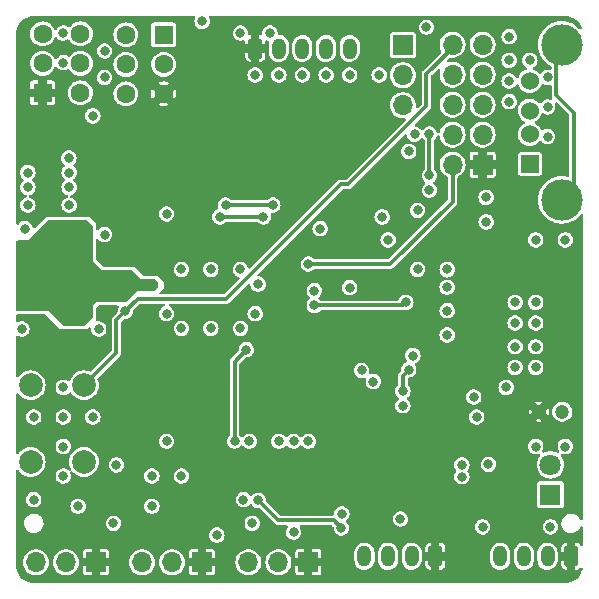
<source format=gbr>
%TF.GenerationSoftware,KiCad,Pcbnew,7.0.5*%
%TF.CreationDate,2023-08-23T03:28:24+02:00*%
%TF.ProjectId,STM32_DevBoard,53544d33-325f-4446-9576-426f6172642e,rev?*%
%TF.SameCoordinates,Original*%
%TF.FileFunction,Copper,L4,Bot*%
%TF.FilePolarity,Positive*%
%FSLAX46Y46*%
G04 Gerber Fmt 4.6, Leading zero omitted, Abs format (unit mm)*
G04 Created by KiCad (PCBNEW 7.0.5) date 2023-08-23 03:28:24*
%MOMM*%
%LPD*%
G01*
G04 APERTURE LIST*
G04 Aperture macros list*
%AMRoundRect*
0 Rectangle with rounded corners*
0 $1 Rounding radius*
0 $2 $3 $4 $5 $6 $7 $8 $9 X,Y pos of 4 corners*
0 Add a 4 corners polygon primitive as box body*
4,1,4,$2,$3,$4,$5,$6,$7,$8,$9,$2,$3,0*
0 Add four circle primitives for the rounded corners*
1,1,$1+$1,$2,$3*
1,1,$1+$1,$4,$5*
1,1,$1+$1,$6,$7*
1,1,$1+$1,$8,$9*
0 Add four rect primitives between the rounded corners*
20,1,$1+$1,$2,$3,$4,$5,0*
20,1,$1+$1,$4,$5,$6,$7,0*
20,1,$1+$1,$6,$7,$8,$9,0*
20,1,$1+$1,$8,$9,$2,$3,0*%
G04 Aperture macros list end*
%TA.AperFunction,ComponentPad*%
%ADD10R,1.524000X1.524000*%
%TD*%
%TA.AperFunction,ComponentPad*%
%ADD11C,1.524000*%
%TD*%
%TA.AperFunction,ComponentPad*%
%ADD12C,3.500000*%
%TD*%
%TA.AperFunction,ComponentPad*%
%ADD13RoundRect,0.250000X-0.350000X-0.650000X0.350000X-0.650000X0.350000X0.650000X-0.350000X0.650000X0*%
%TD*%
%TA.AperFunction,ComponentPad*%
%ADD14O,1.200000X1.800000*%
%TD*%
%TA.AperFunction,ComponentPad*%
%ADD15RoundRect,0.250000X0.350000X0.650000X-0.350000X0.650000X-0.350000X-0.650000X0.350000X-0.650000X0*%
%TD*%
%TA.AperFunction,ComponentPad*%
%ADD16C,1.800000*%
%TD*%
%TA.AperFunction,ComponentPad*%
%ADD17R,1.800000X1.800000*%
%TD*%
%TA.AperFunction,ComponentPad*%
%ADD18R,1.600000X1.600000*%
%TD*%
%TA.AperFunction,ComponentPad*%
%ADD19C,1.600000*%
%TD*%
%TA.AperFunction,ComponentPad*%
%ADD20R,1.700000X1.700000*%
%TD*%
%TA.AperFunction,ComponentPad*%
%ADD21O,1.700000X1.700000*%
%TD*%
%TA.AperFunction,ComponentPad*%
%ADD22C,1.200000*%
%TD*%
%TA.AperFunction,ComponentPad*%
%ADD23C,2.000000*%
%TD*%
%TA.AperFunction,ViaPad*%
%ADD24C,0.800000*%
%TD*%
%TA.AperFunction,Conductor*%
%ADD25C,0.300000*%
%TD*%
G04 APERTURE END LIST*
D10*
%TO.P,J5,1,VBUS*%
%TO.N,+5V*%
X174000000Y-78300000D03*
D11*
%TO.P,J5,2,D-*%
%TO.N,/Connectors/USB_D-*%
X174000000Y-75800000D03*
%TO.P,J5,3,D+*%
%TO.N,/Connectors/USB_D+*%
X174000000Y-73800000D03*
%TO.P,J5,4,GND*%
%TO.N,GND*%
X174000000Y-71300000D03*
D12*
%TO.P,J5,5,Shield*%
%TO.N,unconnected-(J5-Shield-Pad5)*%
X176710000Y-81370000D03*
X176710000Y-68230000D03*
%TD*%
D13*
%TO.P,J8,1,Pin_1*%
%TO.N,+3V3*%
X150750000Y-68550000D03*
D14*
%TO.P,J8,2,Pin_2*%
%TO.N,/Connectors/SPI_MOSI*%
X152750000Y-68550000D03*
%TO.P,J8,3,Pin_3*%
%TO.N,Net-(D8-A2)*%
X154750000Y-68550000D03*
%TO.P,J8,4,Pin_4*%
%TO.N,Net-(D9-A2)*%
X156750000Y-68550000D03*
%TO.P,J8,5,Pin_5*%
%TO.N,GND*%
X158750000Y-68550000D03*
%TD*%
D15*
%TO.P,J1,1,Pin_1*%
%TO.N,+3V3*%
X177500000Y-111550000D03*
D14*
%TO.P,J1,2,Pin_2*%
%TO.N,/Connectors/CAN+*%
X175500000Y-111550000D03*
%TO.P,J1,3,Pin_3*%
%TO.N,/Connectors/CAN-*%
X173500000Y-111550000D03*
%TO.P,J1,4,Pin_4*%
%TO.N,GND*%
X171500000Y-111550000D03*
%TD*%
%TO.P,J10,4,Pin_4*%
%TO.N,GND*%
X160000000Y-111550000D03*
%TO.P,J10,3,Pin_3*%
%TO.N,/Connectors/I2C_SDA*%
X162000000Y-111550000D03*
%TO.P,J10,2,Pin_2*%
%TO.N,Net-(D18-A2)*%
X164000000Y-111550000D03*
D15*
%TO.P,J10,1,Pin_1*%
%TO.N,+3V3*%
X166000000Y-111550000D03*
%TD*%
D16*
%TO.P,D2,2,A*%
%TO.N,Net-(D2-A)*%
X175750000Y-103785000D03*
D17*
%TO.P,D2,1,K*%
%TO.N,GND*%
X175750000Y-106325000D03*
%TD*%
D18*
%TO.P,SW3,1,A*%
%TO.N,+3V3*%
X132750000Y-72300000D03*
D19*
%TO.P,SW3,2,B*%
%TO.N,/MCU/EEPROM_WP_SW*%
X132750000Y-69800000D03*
%TO.P,SW3,3,C*%
%TO.N,GND*%
X132750000Y-67300000D03*
%TO.P,SW3,4*%
%TO.N,N/C*%
X135950000Y-72300000D03*
%TO.P,SW3,5*%
X135950000Y-69800000D03*
%TO.P,SW3,6*%
X135950000Y-67300000D03*
%TD*%
D18*
%TO.P,SW1,1,A*%
%TO.N,GND*%
X143000000Y-67392500D03*
D19*
%TO.P,SW1,2,B*%
%TO.N,Net-(SW1-B)*%
X143000000Y-69892500D03*
%TO.P,SW1,3,C*%
%TO.N,+3V3*%
X143000000Y-72392500D03*
%TO.P,SW1,4*%
%TO.N,N/C*%
X139800000Y-67392500D03*
%TO.P,SW1,5*%
X139800000Y-69892500D03*
%TO.P,SW1,6*%
X139800000Y-72392500D03*
%TD*%
D20*
%TO.P,J3,1,Pin_1*%
%TO.N,+3V3*%
X146250000Y-112050000D03*
D21*
%TO.P,J3,2,Pin_2*%
%TO.N,Net-(D7-A2)*%
X143710000Y-112050000D03*
%TO.P,J3,3,Pin_3*%
%TO.N,GND*%
X141170000Y-112050000D03*
%TD*%
D22*
%TO.P,C14,1*%
%TO.N,+3V3*%
X174750000Y-99300000D03*
%TO.P,C14,2*%
%TO.N,GND*%
X176750000Y-99300000D03*
%TD*%
D23*
%TO.P,SW2,1,1*%
%TO.N,GND*%
X131750000Y-103550000D03*
X131750000Y-97050000D03*
%TO.P,SW2,2,2*%
%TO.N,/MCU/NRST*%
X136250000Y-103550000D03*
X136250000Y-97050000D03*
%TD*%
D20*
%TO.P,J6,1,Pin_1*%
%TO.N,+3V3*%
X170000000Y-78375000D03*
D21*
%TO.P,J6,2,Pin_2*%
%TO.N,/MCU/SWDIO*%
X167460000Y-78375000D03*
%TO.P,J6,3,Pin_3*%
%TO.N,GND*%
X170000000Y-75835000D03*
%TO.P,J6,4,Pin_4*%
%TO.N,/MCU/SWCLK*%
X167460000Y-75835000D03*
%TO.P,J6,5,Pin_5*%
%TO.N,GND*%
X170000000Y-73295000D03*
%TO.P,J6,6,Pin_6*%
%TO.N,/MCU/SWO*%
X167460000Y-73295000D03*
%TO.P,J6,7,Pin_7*%
%TO.N,unconnected-(J6-Pin_7-Pad7)*%
X170000000Y-70755000D03*
%TO.P,J6,8,Pin_8*%
%TO.N,unconnected-(J6-Pin_8-Pad8)*%
X167460000Y-70755000D03*
%TO.P,J6,9,Pin_9*%
%TO.N,GND*%
X170000000Y-68215000D03*
%TO.P,J6,10,Pin_10*%
%TO.N,/MCU/NRST*%
X167460000Y-68215000D03*
%TD*%
D20*
%TO.P,J12,1,Pin_1*%
%TO.N,+3V3*%
X137250000Y-112050000D03*
D21*
%TO.P,J12,2,Pin_2*%
%TO.N,Net-(D22-A2)*%
X134710000Y-112050000D03*
%TO.P,J12,3,Pin_3*%
%TO.N,GND*%
X132170000Y-112050000D03*
%TD*%
D20*
%TO.P,J11,1,Pin_1*%
%TO.N,+3V3*%
X155250000Y-112050000D03*
D21*
%TO.P,J11,2,Pin_2*%
%TO.N,Net-(D13-A2)*%
X152710000Y-112050000D03*
%TO.P,J11,3,Pin_3*%
%TO.N,GND*%
X150170000Y-112050000D03*
%TD*%
D20*
%TO.P,J9,1,Pin_1*%
%TO.N,Net-(D12-A2)*%
X163250000Y-68260000D03*
D21*
%TO.P,J9,2,Pin_2*%
%TO.N,Net-(D11-A2)*%
X163250000Y-70800000D03*
%TO.P,J9,3,Pin_3*%
%TO.N,Net-(D10-A2)*%
X163250000Y-73340000D03*
%TD*%
D24*
%TO.N,GND*%
X163750000Y-77250000D03*
X147500000Y-109750000D03*
X154000000Y-109500000D03*
X170300000Y-81150000D03*
X170300000Y-83224500D03*
%TO.N,+3V3*%
X176750000Y-74750000D03*
X145750000Y-88500000D03*
X143250000Y-103500000D03*
X163750000Y-88550000D03*
X168250000Y-88000000D03*
X152000000Y-96800000D03*
X135750000Y-101000000D03*
X160750000Y-103500000D03*
X169250000Y-96800000D03*
X133250000Y-101000000D03*
X170750000Y-98500000D03*
X176750000Y-77250000D03*
X145750000Y-108500000D03*
X156250000Y-85050000D03*
X145750000Y-86000000D03*
X154500000Y-106750000D03*
X144750000Y-102000000D03*
X133250000Y-98500000D03*
X138000000Y-86300000D03*
X168250000Y-91750000D03*
X170750000Y-95550000D03*
X168250000Y-86000000D03*
X165750000Y-86000000D03*
X157250000Y-96550000D03*
X136500000Y-79000000D03*
X155750000Y-106750000D03*
X148250000Y-91000000D03*
X136500000Y-81000000D03*
X170750000Y-90050000D03*
X138500000Y-74250000D03*
X168250000Y-89750000D03*
X175750000Y-101000000D03*
X131000000Y-94300000D03*
X141500000Y-85300000D03*
X145750000Y-93500000D03*
X167000000Y-94550000D03*
X134500000Y-93000000D03*
X145750000Y-91000000D03*
X148250000Y-88500000D03*
X168250000Y-93500000D03*
X151500000Y-101800000D03*
X148250000Y-93500000D03*
%TO.N,GND*%
X158079977Y-107950000D03*
X156750000Y-70800000D03*
X174500000Y-95550000D03*
X135000000Y-81800000D03*
X131500000Y-79050000D03*
X149500000Y-92250000D03*
X134500000Y-97250000D03*
X147000000Y-92250000D03*
X143250000Y-101800000D03*
X151000000Y-88500000D03*
X134500000Y-67250000D03*
X175500000Y-71000000D03*
X131750000Y-90050000D03*
X158750000Y-88800000D03*
X155750000Y-89050000D03*
X172250000Y-67550000D03*
X149500000Y-87250000D03*
X159750000Y-95800000D03*
X164250000Y-75800000D03*
X174500000Y-93800000D03*
X139000000Y-103800000D03*
X172250000Y-73050000D03*
X158750000Y-70800000D03*
X131000000Y-92300000D03*
X134500000Y-99750000D03*
X150500000Y-108750000D03*
X174500000Y-90050000D03*
X163250000Y-98800000D03*
X131500000Y-81800000D03*
X134500000Y-69750000D03*
X150250000Y-101800000D03*
X168250000Y-104800000D03*
X144500000Y-87250000D03*
X134000000Y-90300000D03*
X132750000Y-84550000D03*
X162000000Y-84750000D03*
X149750000Y-106745023D03*
X147000000Y-87250000D03*
X134500000Y-104750000D03*
X137000000Y-99750000D03*
X172000000Y-97250000D03*
X174500000Y-102250000D03*
X135000000Y-79050000D03*
X169500000Y-99750000D03*
X175500000Y-76000000D03*
X138750000Y-108750000D03*
X170500000Y-103750000D03*
X172750000Y-91800000D03*
X156250000Y-83800000D03*
X174500000Y-84750000D03*
X169250000Y-98050000D03*
X150749999Y-90999999D03*
X172750000Y-93800000D03*
X164100000Y-94550000D03*
X177000000Y-84750000D03*
X138000000Y-84300000D03*
X146250000Y-66250000D03*
X132000000Y-106750000D03*
X152750000Y-101800000D03*
X134969669Y-77830331D03*
X175500000Y-73500000D03*
X174000000Y-69550000D03*
X131250000Y-83800000D03*
X138000000Y-71000000D03*
X131500000Y-80300000D03*
X167000000Y-87250000D03*
X174500000Y-91800000D03*
X134000000Y-83800000D03*
X154750000Y-70800000D03*
X170000000Y-109050000D03*
X168250000Y-103800000D03*
X142000000Y-107300000D03*
X175750000Y-109050000D03*
X161250000Y-70800000D03*
X163050000Y-108380000D03*
X164500000Y-82250000D03*
X137000000Y-74250000D03*
X160750000Y-96750000D03*
X167000000Y-92800000D03*
X172250000Y-69550000D03*
X134500000Y-102250000D03*
X165500000Y-80550000D03*
X144500000Y-104750000D03*
X135000000Y-80300000D03*
X161500000Y-82800000D03*
X142000000Y-104750000D03*
X149500000Y-67250000D03*
X143250000Y-91000000D03*
X144500000Y-92250000D03*
X138000000Y-68750000D03*
X172250000Y-71300000D03*
X172750000Y-90050000D03*
X165250000Y-66750000D03*
X132000000Y-99750000D03*
X152750000Y-70800000D03*
X167000000Y-88762500D03*
X143250000Y-82550000D03*
X172750000Y-95550000D03*
X177000000Y-102250000D03*
X167000000Y-90750000D03*
X164500000Y-87250000D03*
X135750000Y-107300000D03*
X155250000Y-101800000D03*
X150750000Y-70800000D03*
X154000000Y-101800000D03*
X152000000Y-67250000D03*
X137500000Y-92300000D03*
%TO.N,/MCU/NRST*%
X139750000Y-90800000D03*
%TO.N,/Connectors/I2C_SDA*%
X158050000Y-109150000D03*
X149000000Y-101800000D03*
X151000000Y-106800000D03*
X150000000Y-94050000D03*
%TO.N,/MCU/SWDIO*%
X155250000Y-86800000D03*
%TO.N,/MCU/SWO*%
X165499996Y-75800000D03*
X165500000Y-79300000D03*
%TO.N,/Connectors/SPI_NSS1*%
X148250000Y-81800000D03*
X152250000Y-81800000D03*
%TO.N,/Connectors/SPI_NSS2*%
X147750000Y-82800000D03*
X151450000Y-82800000D03*
%TO.N,/MCU/IMU_INT*%
X163500000Y-90050000D03*
X155750000Y-90300000D03*
%TO.N,/Sensors/AUX_SDA*%
X163750000Y-95750000D03*
X163250000Y-97550000D03*
%TD*%
D25*
%TO.N,/MCU/SWDIO*%
X167460000Y-81540000D02*
X167460000Y-78375000D01*
X162200000Y-86800000D02*
X167460000Y-81540000D01*
X155250000Y-86800000D02*
X162200000Y-86800000D01*
%TO.N,unconnected-(J5-Shield-Pad5)*%
X176250000Y-68690000D02*
X176710000Y-68230000D01*
X176250000Y-72500000D02*
X176250000Y-68690000D01*
X177750000Y-74000000D02*
X176250000Y-72500000D01*
X177750000Y-80330000D02*
X177750000Y-74000000D01*
X176710000Y-81370000D02*
X177750000Y-80330000D01*
%TO.N,/MCU/NRST*%
X139750000Y-90800000D02*
X139000000Y-91550000D01*
X139750000Y-90800000D02*
X140800000Y-89750000D01*
X139000000Y-91550000D02*
X139000000Y-94300000D01*
X167460000Y-68465000D02*
X167460000Y-68215000D01*
X148300000Y-89750000D02*
X158000000Y-80050000D01*
X158000000Y-80050000D02*
X158625000Y-80050000D01*
X140800000Y-89750000D02*
X148300000Y-89750000D01*
X165250000Y-73425000D02*
X165250000Y-70675000D01*
X158625000Y-80050000D02*
X165250000Y-73425000D01*
X165250000Y-70675000D02*
X167460000Y-68465000D01*
X139000000Y-94300000D02*
X136250000Y-97050000D01*
%TO.N,/Connectors/I2C_SDA*%
X152700000Y-108500000D02*
X151000000Y-106800000D01*
X150000000Y-94050000D02*
X149000000Y-95050000D01*
X157400000Y-108500000D02*
X152700000Y-108500000D01*
X149000000Y-95050000D02*
X149000000Y-101800000D01*
X158050000Y-109150000D02*
X157400000Y-108500000D01*
%TO.N,/MCU/SWO*%
X165499996Y-79299996D02*
X165500000Y-79300000D01*
X165499996Y-75800000D02*
X165499996Y-79299996D01*
%TO.N,/Connectors/SPI_NSS1*%
X148250000Y-81800000D02*
X152250000Y-81800000D01*
%TO.N,/Connectors/SPI_NSS2*%
X151450000Y-82800000D02*
X147750000Y-82800000D01*
%TO.N,/MCU/IMU_INT*%
X163250000Y-90300000D02*
X155750000Y-90300000D01*
X163500000Y-90050000D02*
X163250000Y-90300000D01*
%TO.N,/Sensors/AUX_SDA*%
X163750000Y-95750000D02*
X163250000Y-96250000D01*
X163250000Y-96250000D02*
X163250000Y-97550000D01*
%TD*%
%TA.AperFunction,Conductor*%
%TO.N,+3V3*%
G36*
X145612157Y-65820185D02*
G01*
X145657912Y-65872989D01*
X145667856Y-65942147D01*
X145661061Y-65968465D01*
X145639539Y-66025215D01*
X145613762Y-66093182D01*
X145594722Y-66249999D01*
X145594722Y-66250000D01*
X145613762Y-66406818D01*
X145665323Y-66542770D01*
X145669780Y-66554523D01*
X145759517Y-66684530D01*
X145877760Y-66789283D01*
X145877762Y-66789284D01*
X146017634Y-66862696D01*
X146171014Y-66900500D01*
X146171015Y-66900500D01*
X146328985Y-66900500D01*
X146482365Y-66862696D01*
X146529792Y-66837804D01*
X146622240Y-66789283D01*
X146740483Y-66684530D01*
X146830220Y-66554523D01*
X146886237Y-66406818D01*
X146905278Y-66250000D01*
X146902168Y-66224390D01*
X146886237Y-66093182D01*
X146863901Y-66034288D01*
X146838939Y-65968469D01*
X146833573Y-65898808D01*
X146866720Y-65837302D01*
X146927858Y-65803481D01*
X146954882Y-65800500D01*
X176907290Y-65800500D01*
X176997786Y-65800500D01*
X177002208Y-65800657D01*
X177204561Y-65815130D01*
X177222063Y-65817647D01*
X177413797Y-65859355D01*
X177430755Y-65864334D01*
X177614609Y-65932909D01*
X177630701Y-65940259D01*
X177802904Y-66034288D01*
X177817784Y-66043849D01*
X177942624Y-66137304D01*
X177974867Y-66161441D01*
X177988237Y-66173027D01*
X178126972Y-66311762D01*
X178138558Y-66325132D01*
X178256146Y-66482210D01*
X178265711Y-66497095D01*
X178359740Y-66669298D01*
X178367089Y-66685389D01*
X178389508Y-66745495D01*
X178394493Y-66815187D01*
X178361009Y-66876510D01*
X178299686Y-66909996D01*
X178229994Y-66905012D01*
X178185646Y-66876511D01*
X178023405Y-66714270D01*
X178023387Y-66714254D01*
X177794317Y-66542775D01*
X177794309Y-66542770D01*
X177543166Y-66405635D01*
X177543167Y-66405635D01*
X177411516Y-66356532D01*
X177275046Y-66305631D01*
X177275043Y-66305630D01*
X177275037Y-66305628D01*
X176995433Y-66244804D01*
X176710001Y-66224390D01*
X176709999Y-66224390D01*
X176424566Y-66244804D01*
X176144962Y-66305628D01*
X175876833Y-66405635D01*
X175625690Y-66542770D01*
X175625682Y-66542775D01*
X175396612Y-66714254D01*
X175396594Y-66714270D01*
X175194270Y-66916594D01*
X175194254Y-66916612D01*
X175022775Y-67145682D01*
X175022770Y-67145690D01*
X174885635Y-67396833D01*
X174785628Y-67664962D01*
X174724804Y-67944566D01*
X174704390Y-68229998D01*
X174704390Y-68230001D01*
X174724804Y-68515433D01*
X174785628Y-68795037D01*
X174785630Y-68795043D01*
X174785631Y-68795046D01*
X174867601Y-69014815D01*
X174885635Y-69063166D01*
X175022770Y-69314309D01*
X175022775Y-69314317D01*
X175194254Y-69543387D01*
X175194270Y-69543405D01*
X175396594Y-69745729D01*
X175396612Y-69745745D01*
X175625682Y-69917224D01*
X175625685Y-69917226D01*
X175784928Y-70004179D01*
X175834332Y-70053583D01*
X175849500Y-70113010D01*
X175849500Y-70257901D01*
X175829815Y-70324940D01*
X175777011Y-70370695D01*
X175707853Y-70380639D01*
X175695825Y-70378298D01*
X175578985Y-70349500D01*
X175421015Y-70349500D01*
X175421014Y-70349500D01*
X175267634Y-70387303D01*
X175127762Y-70460715D01*
X175127759Y-70460717D01*
X175127760Y-70460717D01*
X175024816Y-70551917D01*
X175009515Y-70565472D01*
X174964808Y-70630240D01*
X174910525Y-70674230D01*
X174841076Y-70681889D01*
X174778512Y-70650785D01*
X174766905Y-70638463D01*
X174732809Y-70596917D01*
X174719410Y-70580590D01*
X174700987Y-70565471D01*
X174595561Y-70478950D01*
X174565237Y-70454064D01*
X174565235Y-70454063D01*
X174565231Y-70454060D01*
X174389343Y-70360046D01*
X174341129Y-70345420D01*
X174282690Y-70307122D01*
X174254234Y-70243310D01*
X174264795Y-70174243D01*
X174311020Y-70121850D01*
X174319480Y-70116973D01*
X174372240Y-70089283D01*
X174490483Y-69984530D01*
X174580220Y-69854523D01*
X174636237Y-69706818D01*
X174655278Y-69550000D01*
X174636585Y-69396043D01*
X174636237Y-69393181D01*
X174606765Y-69315470D01*
X174580220Y-69245477D01*
X174490483Y-69115470D01*
X174372240Y-69010717D01*
X174372238Y-69010716D01*
X174372237Y-69010715D01*
X174232365Y-68937303D01*
X174078986Y-68899500D01*
X174078985Y-68899500D01*
X173921015Y-68899500D01*
X173921014Y-68899500D01*
X173767634Y-68937303D01*
X173627762Y-69010715D01*
X173509516Y-69115471D01*
X173419781Y-69245475D01*
X173419780Y-69245476D01*
X173363762Y-69393181D01*
X173344722Y-69549999D01*
X173344722Y-69550000D01*
X173363762Y-69706818D01*
X173403142Y-69810652D01*
X173419780Y-69854523D01*
X173509517Y-69984530D01*
X173598667Y-70063509D01*
X173627762Y-70089285D01*
X173680500Y-70116964D01*
X173730713Y-70165549D01*
X173746687Y-70233568D01*
X173723352Y-70299425D01*
X173668115Y-70342212D01*
X173658871Y-70345420D01*
X173610655Y-70360046D01*
X173434768Y-70454060D01*
X173434761Y-70454065D01*
X173280589Y-70580589D01*
X173154065Y-70734761D01*
X173154060Y-70734768D01*
X173060047Y-70910654D01*
X173046646Y-70954829D01*
X173008347Y-71013267D01*
X172944534Y-71041722D01*
X172875467Y-71031160D01*
X172825936Y-70989271D01*
X172806960Y-70961780D01*
X172740483Y-70865470D01*
X172622240Y-70760717D01*
X172622238Y-70760716D01*
X172622237Y-70760715D01*
X172482365Y-70687303D01*
X172328986Y-70649500D01*
X172328985Y-70649500D01*
X172171015Y-70649500D01*
X172171014Y-70649500D01*
X172017634Y-70687303D01*
X171877762Y-70760715D01*
X171759516Y-70865471D01*
X171669781Y-70995475D01*
X171669780Y-70995476D01*
X171613762Y-71143181D01*
X171594722Y-71299999D01*
X171594722Y-71300000D01*
X171613762Y-71456818D01*
X171652545Y-71559078D01*
X171669780Y-71604523D01*
X171759517Y-71734530D01*
X171877760Y-71839283D01*
X171877762Y-71839284D01*
X172017634Y-71912696D01*
X172171014Y-71950500D01*
X172171015Y-71950500D01*
X172328985Y-71950500D01*
X172482365Y-71912696D01*
X172506555Y-71900000D01*
X172622240Y-71839283D01*
X172740483Y-71734530D01*
X172825936Y-71610728D01*
X172880218Y-71566738D01*
X172949667Y-71559078D01*
X173012232Y-71590181D01*
X173046646Y-71645171D01*
X173060046Y-71689344D01*
X173154060Y-71865231D01*
X173154065Y-71865238D01*
X173280589Y-72019410D01*
X173332431Y-72061955D01*
X173434763Y-72145936D01*
X173434766Y-72145937D01*
X173434768Y-72145939D01*
X173610651Y-72239951D01*
X173610654Y-72239951D01*
X173610658Y-72239954D01*
X173801515Y-72297850D01*
X174000000Y-72317399D01*
X174198485Y-72297850D01*
X174389342Y-72239954D01*
X174390192Y-72239500D01*
X174489037Y-72186666D01*
X174565237Y-72145936D01*
X174719410Y-72019410D01*
X174845936Y-71865237D01*
X174911755Y-71742099D01*
X174939952Y-71689346D01*
X174939953Y-71689344D01*
X174939954Y-71689342D01*
X174961492Y-71618340D01*
X174999789Y-71559903D01*
X175063601Y-71531447D01*
X175132668Y-71542007D01*
X175137763Y-71544533D01*
X175267635Y-71612696D01*
X175344324Y-71631597D01*
X175421014Y-71650500D01*
X175421015Y-71650500D01*
X175578985Y-71650500D01*
X175695825Y-71621702D01*
X175765628Y-71624771D01*
X175822690Y-71665091D01*
X175848895Y-71729861D01*
X175849500Y-71742099D01*
X175849500Y-72563429D01*
X175849501Y-72563439D01*
X175856346Y-72584507D01*
X175860887Y-72603418D01*
X175864354Y-72625304D01*
X175864355Y-72625307D01*
X175874412Y-72645045D01*
X175881857Y-72663018D01*
X175888704Y-72684090D01*
X175901726Y-72702014D01*
X175911889Y-72718598D01*
X175917872Y-72730339D01*
X175930772Y-72799008D01*
X175904498Y-72863749D01*
X175847393Y-72904009D01*
X175777588Y-72907004D01*
X175749765Y-72896436D01*
X175732364Y-72887303D01*
X175578986Y-72849500D01*
X175578985Y-72849500D01*
X175421015Y-72849500D01*
X175421014Y-72849500D01*
X175267634Y-72887303D01*
X175127762Y-72960715D01*
X175127759Y-72960717D01*
X175127760Y-72960717D01*
X175026981Y-73049999D01*
X175009515Y-73065472D01*
X174964808Y-73130240D01*
X174910525Y-73174230D01*
X174841076Y-73181889D01*
X174778512Y-73150785D01*
X174766905Y-73138463D01*
X174719409Y-73080589D01*
X174565238Y-72954065D01*
X174565231Y-72954060D01*
X174389348Y-72860048D01*
X174389342Y-72860046D01*
X174198485Y-72802150D01*
X174198483Y-72802149D01*
X174198481Y-72802149D01*
X174000000Y-72782601D01*
X173801518Y-72802149D01*
X173610651Y-72860048D01*
X173434768Y-72954060D01*
X173434761Y-72954065D01*
X173280589Y-73080589D01*
X173154065Y-73234761D01*
X173154062Y-73234765D01*
X173104902Y-73326736D01*
X173055939Y-73376580D01*
X173025620Y-73383459D01*
X173041373Y-73409843D01*
X173039971Y-73476835D01*
X173002149Y-73601516D01*
X172988584Y-73739250D01*
X172982601Y-73800000D01*
X172983047Y-73804524D01*
X173002149Y-73998481D01*
X173002149Y-73998483D01*
X173002150Y-73998485D01*
X173056297Y-74176982D01*
X173060048Y-74189348D01*
X173154060Y-74365231D01*
X173154065Y-74365238D01*
X173280589Y-74519410D01*
X173434761Y-74645934D01*
X173434768Y-74645940D01*
X173518400Y-74690642D01*
X173568245Y-74739604D01*
X173583705Y-74807742D01*
X173559873Y-74873422D01*
X173518400Y-74909358D01*
X173434768Y-74954059D01*
X173434761Y-74954065D01*
X173280589Y-75080589D01*
X173154065Y-75234761D01*
X173154060Y-75234768D01*
X173060048Y-75410651D01*
X173002149Y-75601518D01*
X172982601Y-75799999D01*
X173002149Y-75998481D01*
X173002149Y-75998483D01*
X173002150Y-75998485D01*
X173034317Y-76104524D01*
X173060048Y-76189348D01*
X173154060Y-76365231D01*
X173154065Y-76365238D01*
X173280589Y-76519410D01*
X173339267Y-76567565D01*
X173434763Y-76645936D01*
X173434766Y-76645937D01*
X173434768Y-76645939D01*
X173610651Y-76739951D01*
X173610654Y-76739951D01*
X173610658Y-76739954D01*
X173801515Y-76797850D01*
X174000000Y-76817399D01*
X174198485Y-76797850D01*
X174389342Y-76739954D01*
X174432322Y-76716981D01*
X174565231Y-76645939D01*
X174565229Y-76645939D01*
X174565237Y-76645936D01*
X174719410Y-76519410D01*
X174804398Y-76415851D01*
X174862143Y-76376517D01*
X174931987Y-76374646D01*
X174991756Y-76410833D01*
X175002300Y-76424075D01*
X175009515Y-76434528D01*
X175009516Y-76434529D01*
X175009517Y-76434530D01*
X175127760Y-76539283D01*
X175127762Y-76539284D01*
X175267634Y-76612696D01*
X175421014Y-76650500D01*
X175421015Y-76650500D01*
X175578985Y-76650500D01*
X175732365Y-76612696D01*
X175750393Y-76603234D01*
X175872240Y-76539283D01*
X175990483Y-76434530D01*
X176080220Y-76304523D01*
X176136237Y-76156818D01*
X176155278Y-76000000D01*
X176151723Y-75970717D01*
X176136237Y-75843181D01*
X176114992Y-75787164D01*
X176080220Y-75695477D01*
X175990483Y-75565470D01*
X175872240Y-75460717D01*
X175872238Y-75460716D01*
X175872237Y-75460715D01*
X175732365Y-75387303D01*
X175578986Y-75349500D01*
X175578985Y-75349500D01*
X175421015Y-75349500D01*
X175421014Y-75349500D01*
X175267634Y-75387303D01*
X175127760Y-75460715D01*
X175124108Y-75463237D01*
X175057751Y-75485114D01*
X174990101Y-75467643D01*
X174942636Y-75416372D01*
X174940507Y-75411692D01*
X174845939Y-75234768D01*
X174845937Y-75234766D01*
X174845936Y-75234763D01*
X174775963Y-75149500D01*
X174719410Y-75080589D01*
X174565238Y-74954065D01*
X174565231Y-74954060D01*
X174481599Y-74909358D01*
X174431755Y-74860396D01*
X174416294Y-74792259D01*
X174440125Y-74726579D01*
X174481599Y-74690642D01*
X174540016Y-74659416D01*
X174565237Y-74645936D01*
X174719410Y-74519410D01*
X174845936Y-74365237D01*
X174925035Y-74217254D01*
X174939952Y-74189346D01*
X174939952Y-74189345D01*
X174939954Y-74189342D01*
X174961492Y-74118340D01*
X174999789Y-74059903D01*
X175063601Y-74031447D01*
X175132668Y-74042007D01*
X175137763Y-74044533D01*
X175267635Y-74112696D01*
X175336109Y-74129573D01*
X175421014Y-74150500D01*
X175421015Y-74150500D01*
X175578985Y-74150500D01*
X175732365Y-74112696D01*
X175785933Y-74084581D01*
X175872240Y-74039283D01*
X175990483Y-73934530D01*
X176080220Y-73804523D01*
X176136237Y-73656818D01*
X176155278Y-73500000D01*
X176141127Y-73383459D01*
X176136237Y-73343182D01*
X176129876Y-73326410D01*
X176102464Y-73254131D01*
X176097098Y-73184472D01*
X176130245Y-73122965D01*
X176191383Y-73089144D01*
X176261101Y-73093745D01*
X176306088Y-73122482D01*
X177313181Y-74129573D01*
X177346666Y-74190896D01*
X177349500Y-74217254D01*
X177349500Y-79307952D01*
X177329815Y-79374991D01*
X177277011Y-79420746D01*
X177207853Y-79430690D01*
X177199142Y-79429118D01*
X176995433Y-79384804D01*
X176710001Y-79364390D01*
X176709999Y-79364390D01*
X176424566Y-79384804D01*
X176144962Y-79445628D01*
X175876833Y-79545635D01*
X175625690Y-79682770D01*
X175625682Y-79682775D01*
X175396612Y-79854254D01*
X175396594Y-79854270D01*
X175194270Y-80056594D01*
X175194254Y-80056612D01*
X175022775Y-80285682D01*
X175022770Y-80285690D01*
X174885635Y-80536833D01*
X174785628Y-80804962D01*
X174724804Y-81084566D01*
X174704390Y-81369998D01*
X174704390Y-81370001D01*
X174724804Y-81655433D01*
X174785628Y-81935037D01*
X174785630Y-81935043D01*
X174785631Y-81935046D01*
X174885633Y-82203161D01*
X174885635Y-82203166D01*
X175022770Y-82454309D01*
X175022775Y-82454317D01*
X175194254Y-82683387D01*
X175194270Y-82683405D01*
X175396594Y-82885729D01*
X175396612Y-82885745D01*
X175625682Y-83057224D01*
X175625690Y-83057229D01*
X175876833Y-83194364D01*
X175876832Y-83194364D01*
X175876836Y-83194365D01*
X175876839Y-83194367D01*
X176144954Y-83294369D01*
X176144960Y-83294370D01*
X176144962Y-83294371D01*
X176424566Y-83355195D01*
X176424568Y-83355195D01*
X176424572Y-83355196D01*
X176678220Y-83373337D01*
X176709999Y-83375610D01*
X176710000Y-83375610D01*
X176710001Y-83375610D01*
X176738595Y-83373564D01*
X176995428Y-83355196D01*
X177068575Y-83339284D01*
X177275037Y-83294371D01*
X177275037Y-83294370D01*
X177275046Y-83294369D01*
X177543161Y-83194367D01*
X177794315Y-83057226D01*
X178023395Y-82885739D01*
X178225739Y-82683395D01*
X178276232Y-82615943D01*
X178332166Y-82574071D01*
X178401858Y-82569087D01*
X178463181Y-82602571D01*
X178496666Y-82663894D01*
X178499500Y-82690253D01*
X178499500Y-108372154D01*
X178479815Y-108439193D01*
X178427011Y-108484948D01*
X178357853Y-108494892D01*
X178294297Y-108465867D01*
X178265945Y-108430237D01*
X178188118Y-108283442D01*
X178071735Y-108146426D01*
X178059734Y-108137303D01*
X177928618Y-108037631D01*
X177928616Y-108037630D01*
X177928615Y-108037629D01*
X177765457Y-107962145D01*
X177589887Y-107923500D01*
X177455184Y-107923500D01*
X177455182Y-107923500D01*
X177321278Y-107938063D01*
X177249806Y-107962145D01*
X177150915Y-107995465D01*
X177150913Y-107995465D01*
X177150913Y-107995466D01*
X176996876Y-108088147D01*
X176866356Y-108211781D01*
X176765471Y-108360575D01*
X176765470Y-108360576D01*
X176698929Y-108527583D01*
X176698928Y-108527587D01*
X176669845Y-108704986D01*
X176669844Y-108704989D01*
X176679577Y-108884501D01*
X176679578Y-108884506D01*
X176727670Y-109057718D01*
X176727674Y-109057726D01*
X176811881Y-109216557D01*
X176888550Y-109306818D01*
X176928265Y-109353574D01*
X177071382Y-109462369D01*
X177234541Y-109537854D01*
X177410113Y-109576500D01*
X177410116Y-109576500D01*
X177544810Y-109576500D01*
X177544816Y-109576500D01*
X177678721Y-109561937D01*
X177849085Y-109504535D01*
X178003126Y-109411851D01*
X178133642Y-109288220D01*
X178234529Y-109139423D01*
X178250436Y-109099500D01*
X178260307Y-109074725D01*
X178303407Y-109019733D01*
X178369396Y-108996772D01*
X178437323Y-109013133D01*
X178485622Y-109063621D01*
X178499500Y-109120622D01*
X178499500Y-110560730D01*
X178479815Y-110627769D01*
X178427011Y-110673524D01*
X178357853Y-110683468D01*
X178294297Y-110654443D01*
X178276234Y-110635042D01*
X178207187Y-110542809D01*
X178092093Y-110456649D01*
X178092086Y-110456645D01*
X177957379Y-110406403D01*
X177957372Y-110406401D01*
X177897844Y-110400000D01*
X177850000Y-110400000D01*
X177850000Y-111355836D01*
X177827641Y-111311955D01*
X177738045Y-111222359D01*
X177625148Y-111164835D01*
X177531481Y-111150000D01*
X177468519Y-111150000D01*
X177374852Y-111164835D01*
X177261955Y-111222359D01*
X177172359Y-111311955D01*
X177114835Y-111424852D01*
X177095014Y-111550000D01*
X177114835Y-111675148D01*
X177172359Y-111788045D01*
X177261955Y-111877641D01*
X177374852Y-111935165D01*
X177468519Y-111950000D01*
X177531481Y-111950000D01*
X177625148Y-111935165D01*
X177738045Y-111877641D01*
X177827641Y-111788045D01*
X177850000Y-111744163D01*
X177850000Y-112700000D01*
X177897828Y-112700000D01*
X177897844Y-112699999D01*
X177957372Y-112693598D01*
X177957379Y-112693596D01*
X178092086Y-112643354D01*
X178092093Y-112643350D01*
X178207186Y-112557191D01*
X178242698Y-112509754D01*
X178298632Y-112467883D01*
X178368324Y-112462899D01*
X178429647Y-112496384D01*
X178463131Y-112557707D01*
X178463131Y-112610423D01*
X178440646Y-112713787D01*
X178435662Y-112730763D01*
X178367090Y-112914609D01*
X178359740Y-112930701D01*
X178265711Y-113102904D01*
X178256146Y-113117789D01*
X178138558Y-113274867D01*
X178126972Y-113288237D01*
X177988237Y-113426972D01*
X177974867Y-113438558D01*
X177817789Y-113556146D01*
X177802904Y-113565711D01*
X177630701Y-113659740D01*
X177614609Y-113667090D01*
X177430763Y-113735662D01*
X177413787Y-113740646D01*
X177222068Y-113782351D01*
X177204557Y-113784869D01*
X177023733Y-113797802D01*
X177002208Y-113799342D01*
X176997786Y-113799500D01*
X132002214Y-113799500D01*
X131997791Y-113799342D01*
X131973413Y-113797598D01*
X131795442Y-113784869D01*
X131777931Y-113782351D01*
X131586212Y-113740646D01*
X131569236Y-113735662D01*
X131385390Y-113667090D01*
X131369298Y-113659740D01*
X131197095Y-113565711D01*
X131182210Y-113556146D01*
X131025132Y-113438558D01*
X131011762Y-113426972D01*
X130873027Y-113288237D01*
X130861441Y-113274867D01*
X130743849Y-113117784D01*
X130734288Y-113102904D01*
X130640259Y-112930701D01*
X130632909Y-112914609D01*
X130564334Y-112730755D01*
X130559355Y-112713797D01*
X130517647Y-112522063D01*
X130515130Y-112504556D01*
X130514950Y-112502041D01*
X130500657Y-112302208D01*
X130500500Y-112297786D01*
X130500500Y-112050000D01*
X131064785Y-112050000D01*
X131083602Y-112253082D01*
X131139417Y-112449247D01*
X131139422Y-112449260D01*
X131230327Y-112631821D01*
X131353237Y-112794581D01*
X131503958Y-112931980D01*
X131503960Y-112931982D01*
X131603141Y-112993392D01*
X131677363Y-113039348D01*
X131867544Y-113113024D01*
X132068024Y-113150500D01*
X132068026Y-113150500D01*
X132271974Y-113150500D01*
X132271976Y-113150500D01*
X132472456Y-113113024D01*
X132662637Y-113039348D01*
X132836041Y-112931981D01*
X132986764Y-112794579D01*
X133109673Y-112631821D01*
X133200582Y-112449250D01*
X133256397Y-112253083D01*
X133275215Y-112050000D01*
X133604785Y-112050000D01*
X133623602Y-112253082D01*
X133679417Y-112449247D01*
X133679422Y-112449260D01*
X133770327Y-112631821D01*
X133893237Y-112794581D01*
X134043958Y-112931980D01*
X134043960Y-112931982D01*
X134143141Y-112993392D01*
X134217363Y-113039348D01*
X134407544Y-113113024D01*
X134608024Y-113150500D01*
X134608026Y-113150500D01*
X134811974Y-113150500D01*
X134811976Y-113150500D01*
X135012456Y-113113024D01*
X135202637Y-113039348D01*
X135376041Y-112931981D01*
X135384107Y-112924628D01*
X136150000Y-112924628D01*
X136164503Y-112997540D01*
X136164505Y-112997544D01*
X136219760Y-113080239D01*
X136302455Y-113135494D01*
X136302459Y-113135496D01*
X136375371Y-113149999D01*
X136375374Y-113150000D01*
X136900000Y-113150000D01*
X136900000Y-112408318D01*
X136976900Y-112474952D01*
X137107685Y-112534680D01*
X137214237Y-112550000D01*
X137285763Y-112550000D01*
X137392315Y-112534680D01*
X137523100Y-112474952D01*
X137600000Y-112408318D01*
X137600000Y-113150000D01*
X138124626Y-113150000D01*
X138124628Y-113149999D01*
X138197540Y-113135496D01*
X138197544Y-113135494D01*
X138280239Y-113080239D01*
X138335494Y-112997544D01*
X138335496Y-112997540D01*
X138349999Y-112924628D01*
X138350000Y-112924626D01*
X138350000Y-112400000D01*
X137609600Y-112400000D01*
X137631761Y-112380798D01*
X137709493Y-112259844D01*
X137750000Y-112121889D01*
X137750000Y-112050000D01*
X140064785Y-112050000D01*
X140083602Y-112253082D01*
X140139417Y-112449247D01*
X140139422Y-112449260D01*
X140230327Y-112631821D01*
X140353237Y-112794581D01*
X140503958Y-112931980D01*
X140503960Y-112931982D01*
X140603141Y-112993392D01*
X140677363Y-113039348D01*
X140867544Y-113113024D01*
X141068024Y-113150500D01*
X141068026Y-113150500D01*
X141271974Y-113150500D01*
X141271976Y-113150500D01*
X141472456Y-113113024D01*
X141662637Y-113039348D01*
X141836041Y-112931981D01*
X141986764Y-112794579D01*
X142109673Y-112631821D01*
X142200582Y-112449250D01*
X142256397Y-112253083D01*
X142275215Y-112050000D01*
X142604785Y-112050000D01*
X142623602Y-112253082D01*
X142679417Y-112449247D01*
X142679422Y-112449260D01*
X142770327Y-112631821D01*
X142893237Y-112794581D01*
X143043958Y-112931980D01*
X143043960Y-112931982D01*
X143143141Y-112993392D01*
X143217363Y-113039348D01*
X143407544Y-113113024D01*
X143608024Y-113150500D01*
X143608026Y-113150500D01*
X143811974Y-113150500D01*
X143811976Y-113150500D01*
X144012456Y-113113024D01*
X144202637Y-113039348D01*
X144376041Y-112931981D01*
X144384107Y-112924628D01*
X145150000Y-112924628D01*
X145164503Y-112997540D01*
X145164505Y-112997544D01*
X145219760Y-113080239D01*
X145302455Y-113135494D01*
X145302459Y-113135496D01*
X145375371Y-113149999D01*
X145375374Y-113150000D01*
X145900000Y-113150000D01*
X145900000Y-112408318D01*
X145976900Y-112474952D01*
X146107685Y-112534680D01*
X146214237Y-112550000D01*
X146285763Y-112550000D01*
X146392315Y-112534680D01*
X146523100Y-112474952D01*
X146600000Y-112408318D01*
X146600000Y-113150000D01*
X147124626Y-113150000D01*
X147124628Y-113149999D01*
X147197540Y-113135496D01*
X147197544Y-113135494D01*
X147280239Y-113080239D01*
X147335494Y-112997544D01*
X147335496Y-112997540D01*
X147349999Y-112924628D01*
X147350000Y-112924626D01*
X147350000Y-112400000D01*
X146609600Y-112400000D01*
X146631761Y-112380798D01*
X146709493Y-112259844D01*
X146750000Y-112121889D01*
X146750000Y-112050000D01*
X149064785Y-112050000D01*
X149083602Y-112253082D01*
X149139417Y-112449247D01*
X149139422Y-112449260D01*
X149230327Y-112631821D01*
X149353237Y-112794581D01*
X149503958Y-112931980D01*
X149503960Y-112931982D01*
X149603141Y-112993392D01*
X149677363Y-113039348D01*
X149867544Y-113113024D01*
X150068024Y-113150500D01*
X150068026Y-113150500D01*
X150271974Y-113150500D01*
X150271976Y-113150500D01*
X150472456Y-113113024D01*
X150662637Y-113039348D01*
X150836041Y-112931981D01*
X150986764Y-112794579D01*
X151109673Y-112631821D01*
X151200582Y-112449250D01*
X151256397Y-112253083D01*
X151275215Y-112050000D01*
X151604785Y-112050000D01*
X151623602Y-112253082D01*
X151679417Y-112449247D01*
X151679422Y-112449260D01*
X151770327Y-112631821D01*
X151893237Y-112794581D01*
X152043958Y-112931980D01*
X152043960Y-112931982D01*
X152143141Y-112993392D01*
X152217363Y-113039348D01*
X152407544Y-113113024D01*
X152608024Y-113150500D01*
X152608026Y-113150500D01*
X152811974Y-113150500D01*
X152811976Y-113150500D01*
X153012456Y-113113024D01*
X153202637Y-113039348D01*
X153376041Y-112931981D01*
X153384107Y-112924628D01*
X154150000Y-112924628D01*
X154164503Y-112997540D01*
X154164505Y-112997544D01*
X154219760Y-113080239D01*
X154302455Y-113135494D01*
X154302459Y-113135496D01*
X154375371Y-113149999D01*
X154375374Y-113150000D01*
X154900000Y-113150000D01*
X154900000Y-112408318D01*
X154976900Y-112474952D01*
X155107685Y-112534680D01*
X155214237Y-112550000D01*
X155285763Y-112550000D01*
X155392315Y-112534680D01*
X155523100Y-112474952D01*
X155600000Y-112408318D01*
X155600000Y-113150000D01*
X156124626Y-113150000D01*
X156124628Y-113149999D01*
X156197540Y-113135496D01*
X156197544Y-113135494D01*
X156280239Y-113080239D01*
X156335494Y-112997544D01*
X156335496Y-112997540D01*
X156349999Y-112924628D01*
X156350000Y-112924626D01*
X156350000Y-112400000D01*
X155609600Y-112400000D01*
X155631761Y-112380798D01*
X155709493Y-112259844D01*
X155750000Y-112121889D01*
X155750000Y-111978111D01*
X155725924Y-111896116D01*
X159149500Y-111896116D01*
X159164486Y-112033910D01*
X159222905Y-112207290D01*
X159223557Y-112209223D01*
X159223558Y-112209225D01*
X159318931Y-112367737D01*
X159318932Y-112367738D01*
X159446149Y-112502040D01*
X159475689Y-112522068D01*
X159599270Y-112605858D01*
X159599273Y-112605859D01*
X159599276Y-112605861D01*
X159771122Y-112674330D01*
X159771125Y-112674331D01*
X159953683Y-112704260D01*
X160138407Y-112694245D01*
X160138411Y-112694244D01*
X160316656Y-112644755D01*
X160316656Y-112644754D01*
X160316659Y-112644754D01*
X160480104Y-112558100D01*
X160621100Y-112438337D01*
X160733054Y-112291064D01*
X160810732Y-112123167D01*
X160850500Y-111942497D01*
X160850500Y-111896116D01*
X161149500Y-111896116D01*
X161164486Y-112033910D01*
X161222905Y-112207290D01*
X161223557Y-112209223D01*
X161223558Y-112209225D01*
X161318931Y-112367737D01*
X161318932Y-112367738D01*
X161446149Y-112502040D01*
X161475689Y-112522068D01*
X161599270Y-112605858D01*
X161599273Y-112605859D01*
X161599276Y-112605861D01*
X161771122Y-112674330D01*
X161771125Y-112674331D01*
X161953683Y-112704260D01*
X162138407Y-112694245D01*
X162138411Y-112694244D01*
X162316656Y-112644755D01*
X162316656Y-112644754D01*
X162316659Y-112644754D01*
X162480104Y-112558100D01*
X162621100Y-112438337D01*
X162733054Y-112291064D01*
X162810732Y-112123167D01*
X162850500Y-111942497D01*
X162850500Y-111896116D01*
X163149500Y-111896116D01*
X163164486Y-112033910D01*
X163222905Y-112207290D01*
X163223557Y-112209223D01*
X163223558Y-112209225D01*
X163318931Y-112367737D01*
X163318932Y-112367738D01*
X163446149Y-112502040D01*
X163475689Y-112522068D01*
X163599270Y-112605858D01*
X163599273Y-112605859D01*
X163599276Y-112605861D01*
X163771122Y-112674330D01*
X163771125Y-112674331D01*
X163953683Y-112704260D01*
X164138407Y-112694245D01*
X164138411Y-112694244D01*
X164316656Y-112644755D01*
X164316656Y-112644754D01*
X164316659Y-112644754D01*
X164480104Y-112558100D01*
X164621100Y-112438337D01*
X164733054Y-112291064D01*
X164810732Y-112123167D01*
X164850500Y-111942497D01*
X164850500Y-111900000D01*
X165150000Y-111900000D01*
X165150000Y-112247844D01*
X165156401Y-112307372D01*
X165156403Y-112307379D01*
X165206645Y-112442086D01*
X165206649Y-112442093D01*
X165292809Y-112557187D01*
X165292812Y-112557190D01*
X165407906Y-112643350D01*
X165407913Y-112643354D01*
X165542620Y-112693596D01*
X165542627Y-112693598D01*
X165602155Y-112699999D01*
X165602172Y-112700000D01*
X165650000Y-112700000D01*
X165650000Y-111900000D01*
X165150000Y-111900000D01*
X164850500Y-111900000D01*
X164850500Y-111550000D01*
X165595014Y-111550000D01*
X165614835Y-111675148D01*
X165672359Y-111788045D01*
X165761955Y-111877641D01*
X165874852Y-111935165D01*
X165968519Y-111950000D01*
X166031481Y-111950000D01*
X166125148Y-111935165D01*
X166194163Y-111900000D01*
X166350000Y-111900000D01*
X166350000Y-112700000D01*
X166397828Y-112700000D01*
X166397844Y-112699999D01*
X166457372Y-112693598D01*
X166457379Y-112693596D01*
X166592086Y-112643354D01*
X166592093Y-112643350D01*
X166707187Y-112557190D01*
X166707190Y-112557187D01*
X166793350Y-112442093D01*
X166793354Y-112442086D01*
X166843596Y-112307379D01*
X166843598Y-112307372D01*
X166849999Y-112247844D01*
X166850000Y-112247827D01*
X166850000Y-111900000D01*
X166350000Y-111900000D01*
X166194163Y-111900000D01*
X166201786Y-111896116D01*
X170649500Y-111896116D01*
X170664486Y-112033910D01*
X170722905Y-112207290D01*
X170723557Y-112209223D01*
X170723558Y-112209225D01*
X170818931Y-112367737D01*
X170818932Y-112367738D01*
X170946149Y-112502040D01*
X170975689Y-112522068D01*
X171099270Y-112605858D01*
X171099273Y-112605859D01*
X171099276Y-112605861D01*
X171271122Y-112674330D01*
X171271125Y-112674331D01*
X171453683Y-112704260D01*
X171638407Y-112694245D01*
X171638411Y-112694244D01*
X171816656Y-112644755D01*
X171816656Y-112644754D01*
X171816659Y-112644754D01*
X171980104Y-112558100D01*
X172121100Y-112438337D01*
X172233054Y-112291064D01*
X172310732Y-112123167D01*
X172350500Y-111942497D01*
X172350500Y-111896116D01*
X172649500Y-111896116D01*
X172664486Y-112033910D01*
X172722905Y-112207290D01*
X172723557Y-112209223D01*
X172723558Y-112209225D01*
X172818931Y-112367737D01*
X172818932Y-112367738D01*
X172946149Y-112502040D01*
X172975689Y-112522068D01*
X173099270Y-112605858D01*
X173099273Y-112605859D01*
X173099276Y-112605861D01*
X173271122Y-112674330D01*
X173271125Y-112674331D01*
X173453683Y-112704260D01*
X173638407Y-112694245D01*
X173638411Y-112694244D01*
X173816656Y-112644755D01*
X173816656Y-112644754D01*
X173816659Y-112644754D01*
X173980104Y-112558100D01*
X174121100Y-112438337D01*
X174233054Y-112291064D01*
X174310732Y-112123167D01*
X174350500Y-111942497D01*
X174350500Y-111896116D01*
X174649500Y-111896116D01*
X174664486Y-112033910D01*
X174722905Y-112207290D01*
X174723557Y-112209223D01*
X174723558Y-112209225D01*
X174818931Y-112367737D01*
X174818932Y-112367738D01*
X174946149Y-112502040D01*
X174975689Y-112522068D01*
X175099270Y-112605858D01*
X175099273Y-112605859D01*
X175099276Y-112605861D01*
X175271122Y-112674330D01*
X175271125Y-112674331D01*
X175453683Y-112704260D01*
X175638407Y-112694245D01*
X175638411Y-112694244D01*
X175816656Y-112644755D01*
X175816656Y-112644754D01*
X175816659Y-112644754D01*
X175980104Y-112558100D01*
X176121100Y-112438337D01*
X176233054Y-112291064D01*
X176310732Y-112123167D01*
X176350500Y-111942497D01*
X176350500Y-111900000D01*
X176650000Y-111900000D01*
X176650000Y-112247844D01*
X176656401Y-112307372D01*
X176656403Y-112307379D01*
X176706645Y-112442086D01*
X176706649Y-112442093D01*
X176792809Y-112557187D01*
X176792812Y-112557190D01*
X176907906Y-112643350D01*
X176907913Y-112643354D01*
X177042620Y-112693596D01*
X177042627Y-112693598D01*
X177102155Y-112699999D01*
X177102172Y-112700000D01*
X177150000Y-112700000D01*
X177150000Y-111900000D01*
X176650000Y-111900000D01*
X176350500Y-111900000D01*
X176350500Y-111203887D01*
X176350077Y-111200000D01*
X176650000Y-111200000D01*
X177150000Y-111200000D01*
X177150000Y-110400000D01*
X177102155Y-110400000D01*
X177042627Y-110406401D01*
X177042620Y-110406403D01*
X176907913Y-110456645D01*
X176907906Y-110456649D01*
X176792812Y-110542809D01*
X176792809Y-110542812D01*
X176706649Y-110657906D01*
X176706645Y-110657913D01*
X176656403Y-110792620D01*
X176656401Y-110792627D01*
X176650000Y-110852155D01*
X176650000Y-111200000D01*
X176350077Y-111200000D01*
X176335514Y-111066090D01*
X176276444Y-110890779D01*
X176181070Y-110732264D01*
X176134848Y-110683468D01*
X176053850Y-110597959D01*
X175971165Y-110541898D01*
X175900730Y-110494142D01*
X175900727Y-110494140D01*
X175900723Y-110494138D01*
X175728877Y-110425669D01*
X175655851Y-110413697D01*
X175546317Y-110395740D01*
X175546314Y-110395740D01*
X175361593Y-110405755D01*
X175361588Y-110405755D01*
X175183343Y-110455244D01*
X175183337Y-110455247D01*
X175019897Y-110541898D01*
X174878900Y-110661662D01*
X174766946Y-110808936D01*
X174689268Y-110976832D01*
X174689266Y-110976836D01*
X174649500Y-111157502D01*
X174649500Y-111896116D01*
X174350500Y-111896116D01*
X174350500Y-111203887D01*
X174335514Y-111066090D01*
X174276444Y-110890779D01*
X174181070Y-110732264D01*
X174134848Y-110683468D01*
X174053850Y-110597959D01*
X173971165Y-110541898D01*
X173900730Y-110494142D01*
X173900727Y-110494140D01*
X173900723Y-110494138D01*
X173728877Y-110425669D01*
X173655851Y-110413697D01*
X173546317Y-110395740D01*
X173546314Y-110395740D01*
X173361593Y-110405755D01*
X173361588Y-110405755D01*
X173183343Y-110455244D01*
X173183337Y-110455247D01*
X173019897Y-110541898D01*
X172878900Y-110661662D01*
X172766946Y-110808936D01*
X172689268Y-110976832D01*
X172689266Y-110976836D01*
X172649500Y-111157502D01*
X172649500Y-111896116D01*
X172350500Y-111896116D01*
X172350500Y-111203887D01*
X172335514Y-111066090D01*
X172276444Y-110890779D01*
X172181070Y-110732264D01*
X172134848Y-110683468D01*
X172053850Y-110597959D01*
X171971165Y-110541898D01*
X171900730Y-110494142D01*
X171900727Y-110494140D01*
X171900723Y-110494138D01*
X171728877Y-110425669D01*
X171655851Y-110413697D01*
X171546317Y-110395740D01*
X171546314Y-110395740D01*
X171361593Y-110405755D01*
X171361588Y-110405755D01*
X171183343Y-110455244D01*
X171183337Y-110455247D01*
X171019897Y-110541898D01*
X170878900Y-110661662D01*
X170766946Y-110808936D01*
X170689268Y-110976832D01*
X170689266Y-110976836D01*
X170649500Y-111157502D01*
X170649500Y-111896116D01*
X166201786Y-111896116D01*
X166238045Y-111877641D01*
X166327641Y-111788045D01*
X166385165Y-111675148D01*
X166404986Y-111550000D01*
X166385165Y-111424852D01*
X166327641Y-111311955D01*
X166238045Y-111222359D01*
X166125148Y-111164835D01*
X166031481Y-111150000D01*
X165968519Y-111150000D01*
X165874852Y-111164835D01*
X165761955Y-111222359D01*
X165672359Y-111311955D01*
X165614835Y-111424852D01*
X165595014Y-111550000D01*
X164850500Y-111550000D01*
X164850500Y-111203887D01*
X164850077Y-111200000D01*
X165150000Y-111200000D01*
X165650000Y-111200000D01*
X165650000Y-110400000D01*
X166350000Y-110400000D01*
X166350000Y-111200000D01*
X166850000Y-111200000D01*
X166850000Y-110852172D01*
X166849999Y-110852155D01*
X166843598Y-110792627D01*
X166843596Y-110792620D01*
X166793354Y-110657913D01*
X166793350Y-110657906D01*
X166707190Y-110542812D01*
X166707187Y-110542809D01*
X166592093Y-110456649D01*
X166592086Y-110456645D01*
X166457379Y-110406403D01*
X166457372Y-110406401D01*
X166397844Y-110400000D01*
X166350000Y-110400000D01*
X165650000Y-110400000D01*
X165602155Y-110400000D01*
X165542627Y-110406401D01*
X165542620Y-110406403D01*
X165407913Y-110456645D01*
X165407906Y-110456649D01*
X165292812Y-110542809D01*
X165292809Y-110542812D01*
X165206649Y-110657906D01*
X165206645Y-110657913D01*
X165156403Y-110792620D01*
X165156401Y-110792627D01*
X165150000Y-110852155D01*
X165150000Y-111200000D01*
X164850077Y-111200000D01*
X164835514Y-111066090D01*
X164776444Y-110890779D01*
X164681070Y-110732264D01*
X164634848Y-110683468D01*
X164553850Y-110597959D01*
X164471165Y-110541898D01*
X164400730Y-110494142D01*
X164400727Y-110494140D01*
X164400723Y-110494138D01*
X164228877Y-110425669D01*
X164155851Y-110413697D01*
X164046317Y-110395740D01*
X164046314Y-110395740D01*
X163861593Y-110405755D01*
X163861588Y-110405755D01*
X163683343Y-110455244D01*
X163683337Y-110455247D01*
X163519897Y-110541898D01*
X163378900Y-110661662D01*
X163266946Y-110808936D01*
X163189268Y-110976832D01*
X163189266Y-110976836D01*
X163149500Y-111157502D01*
X163149500Y-111896116D01*
X162850500Y-111896116D01*
X162850500Y-111203887D01*
X162835514Y-111066090D01*
X162776444Y-110890779D01*
X162681070Y-110732264D01*
X162634848Y-110683468D01*
X162553850Y-110597959D01*
X162471165Y-110541898D01*
X162400730Y-110494142D01*
X162400727Y-110494140D01*
X162400723Y-110494138D01*
X162228877Y-110425669D01*
X162155851Y-110413697D01*
X162046317Y-110395740D01*
X162046314Y-110395740D01*
X161861593Y-110405755D01*
X161861588Y-110405755D01*
X161683343Y-110455244D01*
X161683337Y-110455247D01*
X161519897Y-110541898D01*
X161378900Y-110661662D01*
X161266946Y-110808936D01*
X161189268Y-110976832D01*
X161189266Y-110976836D01*
X161149500Y-111157502D01*
X161149500Y-111896116D01*
X160850500Y-111896116D01*
X160850500Y-111203887D01*
X160835514Y-111066090D01*
X160776444Y-110890779D01*
X160681070Y-110732264D01*
X160634848Y-110683468D01*
X160553850Y-110597959D01*
X160471165Y-110541898D01*
X160400730Y-110494142D01*
X160400727Y-110494140D01*
X160400723Y-110494138D01*
X160228877Y-110425669D01*
X160155851Y-110413697D01*
X160046317Y-110395740D01*
X160046314Y-110395740D01*
X159861593Y-110405755D01*
X159861588Y-110405755D01*
X159683343Y-110455244D01*
X159683337Y-110455247D01*
X159519897Y-110541898D01*
X159378900Y-110661662D01*
X159266946Y-110808936D01*
X159189268Y-110976832D01*
X159189266Y-110976836D01*
X159149500Y-111157502D01*
X159149500Y-111896116D01*
X155725924Y-111896116D01*
X155709493Y-111840156D01*
X155631761Y-111719202D01*
X155609600Y-111700000D01*
X156350000Y-111700000D01*
X156350000Y-111175373D01*
X156349999Y-111175371D01*
X156335496Y-111102459D01*
X156335494Y-111102455D01*
X156280239Y-111019760D01*
X156197544Y-110964505D01*
X156197540Y-110964503D01*
X156124627Y-110950000D01*
X155600000Y-110950000D01*
X155600000Y-111691681D01*
X155523100Y-111625048D01*
X155392315Y-111565320D01*
X155285763Y-111550000D01*
X155214237Y-111550000D01*
X155107685Y-111565320D01*
X154976900Y-111625048D01*
X154900000Y-111691681D01*
X154900000Y-110950000D01*
X154375373Y-110950000D01*
X154302459Y-110964503D01*
X154302455Y-110964505D01*
X154219760Y-111019760D01*
X154164505Y-111102455D01*
X154164503Y-111102459D01*
X154150000Y-111175371D01*
X154150000Y-111700000D01*
X154890400Y-111700000D01*
X154868239Y-111719202D01*
X154790507Y-111840156D01*
X154750000Y-111978111D01*
X154750000Y-112121889D01*
X154790507Y-112259844D01*
X154868239Y-112380798D01*
X154890400Y-112400000D01*
X154150000Y-112400000D01*
X154150000Y-112924628D01*
X153384107Y-112924628D01*
X153526764Y-112794579D01*
X153649673Y-112631821D01*
X153740582Y-112449250D01*
X153796397Y-112253083D01*
X153815215Y-112050000D01*
X153796397Y-111846917D01*
X153740582Y-111650750D01*
X153649673Y-111468179D01*
X153526764Y-111305421D01*
X153526762Y-111305418D01*
X153376041Y-111168019D01*
X153376039Y-111168017D01*
X153202642Y-111060655D01*
X153202635Y-111060651D01*
X153097082Y-111019760D01*
X153012456Y-110986976D01*
X152811976Y-110949500D01*
X152608024Y-110949500D01*
X152407544Y-110986976D01*
X152407541Y-110986976D01*
X152407541Y-110986977D01*
X152217364Y-111060651D01*
X152217357Y-111060655D01*
X152043960Y-111168017D01*
X152043958Y-111168019D01*
X151893237Y-111305418D01*
X151770327Y-111468178D01*
X151679422Y-111650739D01*
X151679417Y-111650752D01*
X151623602Y-111846917D01*
X151604785Y-112049999D01*
X151604785Y-112050000D01*
X151275215Y-112050000D01*
X151256397Y-111846917D01*
X151200582Y-111650750D01*
X151109673Y-111468179D01*
X150986764Y-111305421D01*
X150986762Y-111305418D01*
X150836041Y-111168019D01*
X150836039Y-111168017D01*
X150662642Y-111060655D01*
X150662635Y-111060651D01*
X150557082Y-111019760D01*
X150472456Y-110986976D01*
X150271976Y-110949500D01*
X150068024Y-110949500D01*
X149867544Y-110986976D01*
X149867541Y-110986976D01*
X149867541Y-110986977D01*
X149677364Y-111060651D01*
X149677357Y-111060655D01*
X149503960Y-111168017D01*
X149503958Y-111168019D01*
X149353237Y-111305418D01*
X149230327Y-111468178D01*
X149139422Y-111650739D01*
X149139417Y-111650752D01*
X149083602Y-111846917D01*
X149064785Y-112049999D01*
X149064785Y-112050000D01*
X146750000Y-112050000D01*
X146750000Y-111978111D01*
X146709493Y-111840156D01*
X146631761Y-111719202D01*
X146609600Y-111700000D01*
X147350000Y-111700000D01*
X147350000Y-111175373D01*
X147349999Y-111175371D01*
X147335496Y-111102459D01*
X147335494Y-111102455D01*
X147280239Y-111019760D01*
X147197544Y-110964505D01*
X147197540Y-110964503D01*
X147124627Y-110950000D01*
X146600000Y-110950000D01*
X146600000Y-111691681D01*
X146523100Y-111625048D01*
X146392315Y-111565320D01*
X146285763Y-111550000D01*
X146214237Y-111550000D01*
X146107685Y-111565320D01*
X145976900Y-111625048D01*
X145900000Y-111691681D01*
X145900000Y-110950000D01*
X145375373Y-110950000D01*
X145302459Y-110964503D01*
X145302455Y-110964505D01*
X145219760Y-111019760D01*
X145164505Y-111102455D01*
X145164503Y-111102459D01*
X145150000Y-111175371D01*
X145150000Y-111700000D01*
X145890400Y-111700000D01*
X145868239Y-111719202D01*
X145790507Y-111840156D01*
X145750000Y-111978111D01*
X145750000Y-112121889D01*
X145790507Y-112259844D01*
X145868239Y-112380798D01*
X145890400Y-112400000D01*
X145150000Y-112400000D01*
X145150000Y-112924628D01*
X144384107Y-112924628D01*
X144526764Y-112794579D01*
X144649673Y-112631821D01*
X144740582Y-112449250D01*
X144796397Y-112253083D01*
X144815215Y-112050000D01*
X144796397Y-111846917D01*
X144740582Y-111650750D01*
X144649673Y-111468179D01*
X144526764Y-111305421D01*
X144526762Y-111305418D01*
X144376041Y-111168019D01*
X144376039Y-111168017D01*
X144202642Y-111060655D01*
X144202635Y-111060651D01*
X144097082Y-111019760D01*
X144012456Y-110986976D01*
X143811976Y-110949500D01*
X143608024Y-110949500D01*
X143407544Y-110986976D01*
X143407541Y-110986976D01*
X143407541Y-110986977D01*
X143217364Y-111060651D01*
X143217357Y-111060655D01*
X143043960Y-111168017D01*
X143043958Y-111168019D01*
X142893237Y-111305418D01*
X142770327Y-111468178D01*
X142679422Y-111650739D01*
X142679417Y-111650752D01*
X142623602Y-111846917D01*
X142604785Y-112049999D01*
X142604785Y-112050000D01*
X142275215Y-112050000D01*
X142256397Y-111846917D01*
X142200582Y-111650750D01*
X142109673Y-111468179D01*
X141986764Y-111305421D01*
X141986762Y-111305418D01*
X141836041Y-111168019D01*
X141836039Y-111168017D01*
X141662642Y-111060655D01*
X141662635Y-111060651D01*
X141557082Y-111019760D01*
X141472456Y-110986976D01*
X141271976Y-110949500D01*
X141068024Y-110949500D01*
X140867544Y-110986976D01*
X140867541Y-110986976D01*
X140867541Y-110986977D01*
X140677364Y-111060651D01*
X140677357Y-111060655D01*
X140503960Y-111168017D01*
X140503958Y-111168019D01*
X140353237Y-111305418D01*
X140230327Y-111468178D01*
X140139422Y-111650739D01*
X140139417Y-111650752D01*
X140083602Y-111846917D01*
X140064785Y-112049999D01*
X140064785Y-112050000D01*
X137750000Y-112050000D01*
X137750000Y-111978111D01*
X137709493Y-111840156D01*
X137631761Y-111719202D01*
X137609600Y-111700000D01*
X138350000Y-111700000D01*
X138350000Y-111175373D01*
X138349999Y-111175371D01*
X138335496Y-111102459D01*
X138335494Y-111102455D01*
X138280239Y-111019760D01*
X138197544Y-110964505D01*
X138197540Y-110964503D01*
X138124627Y-110950000D01*
X137600000Y-110950000D01*
X137600000Y-111691681D01*
X137523100Y-111625048D01*
X137392315Y-111565320D01*
X137285763Y-111550000D01*
X137214237Y-111550000D01*
X137107685Y-111565320D01*
X136976900Y-111625048D01*
X136900000Y-111691681D01*
X136900000Y-110950000D01*
X136375373Y-110950000D01*
X136302459Y-110964503D01*
X136302455Y-110964505D01*
X136219760Y-111019760D01*
X136164505Y-111102455D01*
X136164503Y-111102459D01*
X136150000Y-111175371D01*
X136150000Y-111700000D01*
X136890400Y-111700000D01*
X136868239Y-111719202D01*
X136790507Y-111840156D01*
X136750000Y-111978111D01*
X136750000Y-112121889D01*
X136790507Y-112259844D01*
X136868239Y-112380798D01*
X136890400Y-112400000D01*
X136150000Y-112400000D01*
X136150000Y-112924628D01*
X135384107Y-112924628D01*
X135526764Y-112794579D01*
X135649673Y-112631821D01*
X135740582Y-112449250D01*
X135796397Y-112253083D01*
X135815215Y-112050000D01*
X135796397Y-111846917D01*
X135740582Y-111650750D01*
X135649673Y-111468179D01*
X135526764Y-111305421D01*
X135526762Y-111305418D01*
X135376041Y-111168019D01*
X135376039Y-111168017D01*
X135202642Y-111060655D01*
X135202635Y-111060651D01*
X135097082Y-111019760D01*
X135012456Y-110986976D01*
X134811976Y-110949500D01*
X134608024Y-110949500D01*
X134407544Y-110986976D01*
X134407541Y-110986976D01*
X134407541Y-110986977D01*
X134217364Y-111060651D01*
X134217357Y-111060655D01*
X134043960Y-111168017D01*
X134043958Y-111168019D01*
X133893237Y-111305418D01*
X133770327Y-111468178D01*
X133679422Y-111650739D01*
X133679417Y-111650752D01*
X133623602Y-111846917D01*
X133604785Y-112049999D01*
X133604785Y-112050000D01*
X133275215Y-112050000D01*
X133256397Y-111846917D01*
X133200582Y-111650750D01*
X133109673Y-111468179D01*
X132986764Y-111305421D01*
X132986762Y-111305418D01*
X132836041Y-111168019D01*
X132836039Y-111168017D01*
X132662642Y-111060655D01*
X132662635Y-111060651D01*
X132557082Y-111019760D01*
X132472456Y-110986976D01*
X132271976Y-110949500D01*
X132068024Y-110949500D01*
X131867544Y-110986976D01*
X131867541Y-110986976D01*
X131867541Y-110986977D01*
X131677364Y-111060651D01*
X131677357Y-111060655D01*
X131503960Y-111168017D01*
X131503958Y-111168019D01*
X131353237Y-111305418D01*
X131230327Y-111468178D01*
X131139422Y-111650739D01*
X131139417Y-111650752D01*
X131083602Y-111846917D01*
X131064785Y-112049999D01*
X131064785Y-112050000D01*
X130500500Y-112050000D01*
X130500500Y-109750000D01*
X146844722Y-109750000D01*
X146863762Y-109906818D01*
X146914000Y-110039283D01*
X146919780Y-110054523D01*
X147009517Y-110184530D01*
X147127760Y-110289283D01*
X147127762Y-110289284D01*
X147267634Y-110362696D01*
X147421014Y-110400500D01*
X147421015Y-110400500D01*
X147578985Y-110400500D01*
X147732365Y-110362696D01*
X147732364Y-110362695D01*
X147872240Y-110289283D01*
X147990483Y-110184530D01*
X148080220Y-110054523D01*
X148136237Y-109906818D01*
X148155278Y-109750000D01*
X148144678Y-109662696D01*
X148136237Y-109593181D01*
X148114992Y-109537163D01*
X148080220Y-109445477D01*
X147990483Y-109315470D01*
X147872240Y-109210717D01*
X147872238Y-109210716D01*
X147872237Y-109210715D01*
X147732365Y-109137303D01*
X147578986Y-109099500D01*
X147578985Y-109099500D01*
X147421015Y-109099500D01*
X147421014Y-109099500D01*
X147267634Y-109137303D01*
X147127762Y-109210715D01*
X147127759Y-109210717D01*
X147127760Y-109210717D01*
X147040279Y-109288218D01*
X147009516Y-109315471D01*
X146919781Y-109445475D01*
X146919780Y-109445476D01*
X146863762Y-109593181D01*
X146844722Y-109749999D01*
X146844722Y-109750000D01*
X130500500Y-109750000D01*
X130500500Y-108704989D01*
X131169844Y-108704989D01*
X131179577Y-108884501D01*
X131179578Y-108884506D01*
X131227670Y-109057718D01*
X131227674Y-109057726D01*
X131311881Y-109216557D01*
X131388550Y-109306818D01*
X131428265Y-109353574D01*
X131571382Y-109462369D01*
X131734541Y-109537854D01*
X131910113Y-109576500D01*
X131910116Y-109576500D01*
X132044810Y-109576500D01*
X132044816Y-109576500D01*
X132178721Y-109561937D01*
X132349085Y-109504535D01*
X132503126Y-109411851D01*
X132633642Y-109288220D01*
X132734529Y-109139423D01*
X132801070Y-108972416D01*
X132812861Y-108900500D01*
X132830155Y-108795010D01*
X132827715Y-108750000D01*
X138094722Y-108750000D01*
X138113762Y-108906818D01*
X138159943Y-109028585D01*
X138169780Y-109054523D01*
X138259517Y-109184530D01*
X138377760Y-109289283D01*
X138377762Y-109289284D01*
X138517634Y-109362696D01*
X138671014Y-109400500D01*
X138671015Y-109400500D01*
X138828985Y-109400500D01*
X138982365Y-109362696D01*
X139019547Y-109343181D01*
X139122240Y-109289283D01*
X139240483Y-109184530D01*
X139330220Y-109054523D01*
X139386237Y-108906818D01*
X139405278Y-108750000D01*
X149844722Y-108750000D01*
X149863762Y-108906818D01*
X149909943Y-109028585D01*
X149919780Y-109054523D01*
X150009517Y-109184530D01*
X150127760Y-109289283D01*
X150127762Y-109289284D01*
X150267634Y-109362696D01*
X150421014Y-109400500D01*
X150421015Y-109400500D01*
X150578985Y-109400500D01*
X150732365Y-109362696D01*
X150769547Y-109343181D01*
X150872240Y-109289283D01*
X150990483Y-109184530D01*
X151080220Y-109054523D01*
X151136237Y-108906818D01*
X151155278Y-108750000D01*
X151151086Y-108715471D01*
X151136237Y-108593181D01*
X151104961Y-108510715D01*
X151080220Y-108445477D01*
X150990483Y-108315470D01*
X150872240Y-108210717D01*
X150872238Y-108210716D01*
X150872237Y-108210715D01*
X150732365Y-108137303D01*
X150578986Y-108099500D01*
X150578985Y-108099500D01*
X150421015Y-108099500D01*
X150421014Y-108099500D01*
X150267634Y-108137303D01*
X150127762Y-108210715D01*
X150009516Y-108315471D01*
X149919781Y-108445475D01*
X149919780Y-108445476D01*
X149863762Y-108593181D01*
X149844722Y-108749999D01*
X149844722Y-108750000D01*
X139405278Y-108750000D01*
X139401086Y-108715471D01*
X139386237Y-108593181D01*
X139354961Y-108510715D01*
X139330220Y-108445477D01*
X139240483Y-108315470D01*
X139122240Y-108210717D01*
X139122238Y-108210716D01*
X139122237Y-108210715D01*
X138982365Y-108137303D01*
X138828986Y-108099500D01*
X138828985Y-108099500D01*
X138671015Y-108099500D01*
X138671014Y-108099500D01*
X138517634Y-108137303D01*
X138377762Y-108210715D01*
X138259516Y-108315471D01*
X138169781Y-108445475D01*
X138169780Y-108445476D01*
X138113762Y-108593181D01*
X138094722Y-108749999D01*
X138094722Y-108750000D01*
X132827715Y-108750000D01*
X132820422Y-108615498D01*
X132820421Y-108615493D01*
X132772329Y-108442281D01*
X132772325Y-108442273D01*
X132688118Y-108283442D01*
X132571735Y-108146426D01*
X132559734Y-108137303D01*
X132428618Y-108037631D01*
X132428616Y-108037630D01*
X132428615Y-108037629D01*
X132265457Y-107962145D01*
X132089887Y-107923500D01*
X131955184Y-107923500D01*
X131955182Y-107923500D01*
X131821278Y-107938063D01*
X131749806Y-107962145D01*
X131650915Y-107995465D01*
X131650913Y-107995465D01*
X131650913Y-107995466D01*
X131496876Y-108088147D01*
X131366356Y-108211781D01*
X131265471Y-108360575D01*
X131265470Y-108360576D01*
X131198929Y-108527583D01*
X131198928Y-108527587D01*
X131169845Y-108704986D01*
X131169844Y-108704989D01*
X130500500Y-108704989D01*
X130500500Y-106750000D01*
X131344721Y-106750000D01*
X131363762Y-106906818D01*
X131417892Y-107049546D01*
X131419780Y-107054523D01*
X131509517Y-107184530D01*
X131627760Y-107289283D01*
X131627762Y-107289284D01*
X131767634Y-107362696D01*
X131921014Y-107400500D01*
X131921015Y-107400500D01*
X132078985Y-107400500D01*
X132232365Y-107362696D01*
X132276974Y-107339283D01*
X132351821Y-107300000D01*
X135094722Y-107300000D01*
X135113762Y-107456818D01*
X135169780Y-107604522D01*
X135169780Y-107604523D01*
X135259517Y-107734530D01*
X135377760Y-107839283D01*
X135377762Y-107839284D01*
X135517634Y-107912696D01*
X135671014Y-107950500D01*
X135671015Y-107950500D01*
X135828985Y-107950500D01*
X135982365Y-107912696D01*
X136122240Y-107839283D01*
X136240483Y-107734530D01*
X136330220Y-107604523D01*
X136386237Y-107456818D01*
X136405278Y-107300000D01*
X141344722Y-107300000D01*
X141363762Y-107456818D01*
X141419780Y-107604523D01*
X141509517Y-107734530D01*
X141627760Y-107839283D01*
X141627762Y-107839284D01*
X141767634Y-107912696D01*
X141921014Y-107950500D01*
X141921015Y-107950500D01*
X142078985Y-107950500D01*
X142232365Y-107912696D01*
X142232364Y-107912696D01*
X142372240Y-107839283D01*
X142490483Y-107734530D01*
X142580220Y-107604523D01*
X142636237Y-107456818D01*
X142655278Y-107300000D01*
X142653373Y-107284306D01*
X142636237Y-107143181D01*
X142614992Y-107087163D01*
X142580220Y-106995477D01*
X142490483Y-106865470D01*
X142372240Y-106760717D01*
X142372238Y-106760716D01*
X142372237Y-106760715D01*
X142342339Y-106745023D01*
X149094722Y-106745023D01*
X149113762Y-106901841D01*
X149149274Y-106995476D01*
X149169780Y-107049546D01*
X149259517Y-107179553D01*
X149377760Y-107284306D01*
X149377762Y-107284307D01*
X149517634Y-107357719D01*
X149671014Y-107395523D01*
X149671015Y-107395523D01*
X149828985Y-107395523D01*
X149982365Y-107357719D01*
X149982365Y-107357718D01*
X150122240Y-107284306D01*
X150240483Y-107179553D01*
X150253977Y-107160004D01*
X150308257Y-107116014D01*
X150377705Y-107108354D01*
X150440271Y-107139456D01*
X150458074Y-107160001D01*
X150509517Y-107234530D01*
X150627760Y-107339283D01*
X150627762Y-107339284D01*
X150767634Y-107412696D01*
X150921014Y-107450500D01*
X151032745Y-107450500D01*
X151099784Y-107470185D01*
X151120426Y-107486819D01*
X152440986Y-108807380D01*
X152441006Y-108807398D01*
X152461658Y-108828050D01*
X152481394Y-108838106D01*
X152497982Y-108848271D01*
X152515910Y-108861296D01*
X152536979Y-108868141D01*
X152554958Y-108875588D01*
X152574696Y-108885646D01*
X152596578Y-108889111D01*
X152615491Y-108893652D01*
X152636567Y-108900500D01*
X152668481Y-108900500D01*
X153387125Y-108900500D01*
X153454164Y-108920185D01*
X153499919Y-108972989D01*
X153509863Y-109042147D01*
X153489175Y-109094940D01*
X153419781Y-109195475D01*
X153419780Y-109195476D01*
X153363762Y-109343181D01*
X153344722Y-109499999D01*
X153344722Y-109500000D01*
X153363762Y-109656818D01*
X153399102Y-109750000D01*
X153419780Y-109804523D01*
X153509517Y-109934530D01*
X153627760Y-110039283D01*
X153627762Y-110039284D01*
X153767634Y-110112696D01*
X153921014Y-110150500D01*
X153921015Y-110150500D01*
X154078985Y-110150500D01*
X154232365Y-110112696D01*
X154232364Y-110112696D01*
X154372240Y-110039283D01*
X154490483Y-109934530D01*
X154580220Y-109804523D01*
X154636237Y-109656818D01*
X154655278Y-109500000D01*
X154638607Y-109362696D01*
X154636237Y-109343181D01*
X154614992Y-109287163D01*
X154580220Y-109195477D01*
X154510825Y-109094940D01*
X154488942Y-109028585D01*
X154506408Y-108960933D01*
X154557676Y-108913464D01*
X154612875Y-108900500D01*
X157182745Y-108900500D01*
X157249784Y-108920185D01*
X157270426Y-108936819D01*
X157361653Y-109028046D01*
X157395138Y-109089369D01*
X157397068Y-109130669D01*
X157394722Y-109149995D01*
X157394722Y-109150000D01*
X157413762Y-109306818D01*
X157466349Y-109445476D01*
X157469780Y-109454523D01*
X157559517Y-109584530D01*
X157677760Y-109689283D01*
X157677762Y-109689284D01*
X157817634Y-109762696D01*
X157971014Y-109800500D01*
X157971015Y-109800500D01*
X158128985Y-109800500D01*
X158282365Y-109762696D01*
X158306557Y-109749999D01*
X158422240Y-109689283D01*
X158540483Y-109584530D01*
X158630220Y-109454523D01*
X158686237Y-109306818D01*
X158705278Y-109150000D01*
X158705278Y-109149995D01*
X158693136Y-109050000D01*
X169344722Y-109050000D01*
X169363762Y-109206818D01*
X169415479Y-109343182D01*
X169419780Y-109354523D01*
X169509517Y-109484530D01*
X169627760Y-109589283D01*
X169627762Y-109589284D01*
X169767634Y-109662696D01*
X169921014Y-109700500D01*
X169921015Y-109700500D01*
X170078985Y-109700500D01*
X170232365Y-109662696D01*
X170243564Y-109656818D01*
X170372240Y-109589283D01*
X170490483Y-109484530D01*
X170580220Y-109354523D01*
X170636237Y-109206818D01*
X170655278Y-109050000D01*
X175094722Y-109050000D01*
X175113762Y-109206818D01*
X175165479Y-109343182D01*
X175169780Y-109354523D01*
X175259517Y-109484530D01*
X175377760Y-109589283D01*
X175377762Y-109589284D01*
X175517634Y-109662696D01*
X175671014Y-109700500D01*
X175671015Y-109700500D01*
X175828985Y-109700500D01*
X175982365Y-109662696D01*
X175993564Y-109656818D01*
X176122240Y-109589283D01*
X176240483Y-109484530D01*
X176330220Y-109354523D01*
X176386237Y-109206818D01*
X176405278Y-109050000D01*
X176404325Y-109042147D01*
X176386237Y-108893181D01*
X176356408Y-108814530D01*
X176330220Y-108745477D01*
X176240483Y-108615470D01*
X176122240Y-108510717D01*
X176122238Y-108510716D01*
X176122237Y-108510715D01*
X175982365Y-108437303D01*
X175828986Y-108399500D01*
X175828985Y-108399500D01*
X175671015Y-108399500D01*
X175671014Y-108399500D01*
X175517634Y-108437303D01*
X175377762Y-108510715D01*
X175259516Y-108615471D01*
X175169781Y-108745475D01*
X175169780Y-108745476D01*
X175113762Y-108893181D01*
X175094722Y-109049999D01*
X175094722Y-109050000D01*
X170655278Y-109050000D01*
X170654325Y-109042147D01*
X170636237Y-108893181D01*
X170606408Y-108814530D01*
X170580220Y-108745477D01*
X170490483Y-108615470D01*
X170372240Y-108510717D01*
X170372238Y-108510716D01*
X170372237Y-108510715D01*
X170232365Y-108437303D01*
X170078986Y-108399500D01*
X170078985Y-108399500D01*
X169921015Y-108399500D01*
X169921014Y-108399500D01*
X169767634Y-108437303D01*
X169627762Y-108510715D01*
X169509516Y-108615471D01*
X169419781Y-108745475D01*
X169419780Y-108745476D01*
X169363762Y-108893181D01*
X169344722Y-109049999D01*
X169344722Y-109050000D01*
X158693136Y-109050000D01*
X158686237Y-108993181D01*
X158656004Y-108913464D01*
X158630220Y-108845477D01*
X158540483Y-108715470D01*
X158473459Y-108656092D01*
X158436334Y-108596905D01*
X158437101Y-108527039D01*
X158473460Y-108470463D01*
X158570460Y-108384530D01*
X158573587Y-108380000D01*
X162394722Y-108380000D01*
X162413762Y-108536818D01*
X162458998Y-108656094D01*
X162469780Y-108684523D01*
X162559517Y-108814530D01*
X162677760Y-108919283D01*
X162677762Y-108919284D01*
X162817634Y-108992696D01*
X162971014Y-109030500D01*
X162971015Y-109030500D01*
X163128985Y-109030500D01*
X163282365Y-108992696D01*
X163321012Y-108972412D01*
X163422240Y-108919283D01*
X163540483Y-108814530D01*
X163630220Y-108684523D01*
X163686237Y-108536818D01*
X163705278Y-108380000D01*
X163702920Y-108360575D01*
X163686237Y-108223181D01*
X163642106Y-108106818D01*
X163630220Y-108075477D01*
X163540483Y-107945470D01*
X163422240Y-107840717D01*
X163422238Y-107840716D01*
X163422237Y-107840715D01*
X163282365Y-107767303D01*
X163128986Y-107729500D01*
X163128985Y-107729500D01*
X162971015Y-107729500D01*
X162971014Y-107729500D01*
X162817634Y-107767303D01*
X162677762Y-107840715D01*
X162559516Y-107945471D01*
X162469781Y-108075475D01*
X162469780Y-108075476D01*
X162413762Y-108223181D01*
X162394722Y-108379999D01*
X162394722Y-108380000D01*
X158573587Y-108380000D01*
X158660197Y-108254523D01*
X158716214Y-108106818D01*
X158735255Y-107950000D01*
X158716214Y-107793182D01*
X158706399Y-107767303D01*
X158692063Y-107729500D01*
X158660197Y-107645477D01*
X158570460Y-107515470D01*
X158452217Y-107410717D01*
X158452215Y-107410716D01*
X158452214Y-107410715D01*
X158312342Y-107337303D01*
X158158963Y-107299500D01*
X158158962Y-107299500D01*
X158000992Y-107299500D01*
X158000991Y-107299500D01*
X157847611Y-107337303D01*
X157707739Y-107410715D01*
X157589493Y-107515471D01*
X157499758Y-107645475D01*
X157499757Y-107645476D01*
X157443739Y-107793181D01*
X157426148Y-107938063D01*
X157424699Y-107950000D01*
X157425980Y-107960554D01*
X157414522Y-108029474D01*
X157367619Y-108081262D01*
X157302885Y-108099500D01*
X152917255Y-108099500D01*
X152850216Y-108079815D01*
X152829574Y-108063181D01*
X151688346Y-106921953D01*
X151654861Y-106860630D01*
X151652931Y-106819327D01*
X151655278Y-106800000D01*
X151636237Y-106643182D01*
X151580220Y-106495477D01*
X151490483Y-106365470D01*
X151372240Y-106260717D01*
X151372238Y-106260716D01*
X151372237Y-106260715D01*
X151232365Y-106187303D01*
X151078986Y-106149500D01*
X151078985Y-106149500D01*
X150921015Y-106149500D01*
X150921014Y-106149500D01*
X150767634Y-106187303D01*
X150627762Y-106260715D01*
X150509515Y-106365471D01*
X150496021Y-106385021D01*
X150441737Y-106429010D01*
X150372288Y-106436667D01*
X150309724Y-106405562D01*
X150291923Y-106385017D01*
X150240485Y-106310495D01*
X150240483Y-106310493D01*
X150122240Y-106205740D01*
X150122238Y-106205739D01*
X150122237Y-106205738D01*
X149982365Y-106132326D01*
X149828986Y-106094523D01*
X149828985Y-106094523D01*
X149671015Y-106094523D01*
X149671014Y-106094523D01*
X149517634Y-106132326D01*
X149377762Y-106205738D01*
X149259516Y-106310494D01*
X149169781Y-106440498D01*
X149169780Y-106440499D01*
X149113762Y-106588204D01*
X149094722Y-106745022D01*
X149094722Y-106745023D01*
X142342339Y-106745023D01*
X142232365Y-106687303D01*
X142078986Y-106649500D01*
X142078985Y-106649500D01*
X141921015Y-106649500D01*
X141921014Y-106649500D01*
X141767634Y-106687303D01*
X141627762Y-106760715D01*
X141509516Y-106865471D01*
X141419781Y-106995475D01*
X141419780Y-106995476D01*
X141363762Y-107143181D01*
X141344722Y-107299999D01*
X141344722Y-107300000D01*
X136405278Y-107300000D01*
X136403373Y-107284306D01*
X136386237Y-107143181D01*
X136364992Y-107087163D01*
X136330220Y-106995477D01*
X136240483Y-106865470D01*
X136122240Y-106760717D01*
X136122238Y-106760716D01*
X136122237Y-106760715D01*
X135982365Y-106687303D01*
X135828986Y-106649500D01*
X135828985Y-106649500D01*
X135671015Y-106649500D01*
X135671014Y-106649500D01*
X135517634Y-106687303D01*
X135377762Y-106760715D01*
X135259516Y-106865471D01*
X135169781Y-106995475D01*
X135169780Y-106995476D01*
X135113762Y-107143181D01*
X135094722Y-107299999D01*
X135094722Y-107300000D01*
X132351821Y-107300000D01*
X132372240Y-107289283D01*
X132490483Y-107184530D01*
X132580220Y-107054523D01*
X132636237Y-106906818D01*
X132655278Y-106750000D01*
X132647666Y-106687304D01*
X132636237Y-106593181D01*
X132599182Y-106495476D01*
X132580220Y-106445477D01*
X132490483Y-106315470D01*
X132372240Y-106210717D01*
X132372238Y-106210716D01*
X132372237Y-106210715D01*
X132232365Y-106137303D01*
X132078986Y-106099500D01*
X132078985Y-106099500D01*
X131921015Y-106099500D01*
X131921014Y-106099500D01*
X131767634Y-106137303D01*
X131627762Y-106210715D01*
X131509516Y-106315471D01*
X131419781Y-106445475D01*
X131419780Y-106445476D01*
X131363762Y-106593181D01*
X131344721Y-106749999D01*
X131344721Y-106750000D01*
X130500500Y-106750000D01*
X130500500Y-104338987D01*
X130520185Y-104271948D01*
X130572989Y-104226193D01*
X130642147Y-104216249D01*
X130705703Y-104245274D01*
X130726071Y-104267860D01*
X130788402Y-104356877D01*
X130943123Y-104511598D01*
X131122361Y-104637102D01*
X131320670Y-104729575D01*
X131532023Y-104786207D01*
X131714926Y-104802208D01*
X131749998Y-104805277D01*
X131750000Y-104805277D01*
X131750002Y-104805277D01*
X131778254Y-104802805D01*
X131967977Y-104786207D01*
X132103103Y-104750000D01*
X133844721Y-104750000D01*
X133863762Y-104906818D01*
X133911562Y-105032853D01*
X133919780Y-105054523D01*
X134009517Y-105184530D01*
X134127760Y-105289283D01*
X134127762Y-105289284D01*
X134267634Y-105362696D01*
X134421014Y-105400500D01*
X134421015Y-105400500D01*
X134578985Y-105400500D01*
X134732365Y-105362696D01*
X134799874Y-105327264D01*
X134872240Y-105289283D01*
X134990483Y-105184530D01*
X135080220Y-105054523D01*
X135136237Y-104906818D01*
X135155278Y-104750000D01*
X135136237Y-104593182D01*
X135103736Y-104507485D01*
X135098370Y-104437824D01*
X135131517Y-104376318D01*
X135192655Y-104342497D01*
X135262373Y-104347098D01*
X135307360Y-104375835D01*
X135443123Y-104511598D01*
X135622361Y-104637102D01*
X135820670Y-104729575D01*
X136032023Y-104786207D01*
X136214926Y-104802208D01*
X136249998Y-104805277D01*
X136250000Y-104805277D01*
X136250002Y-104805277D01*
X136278254Y-104802805D01*
X136467977Y-104786207D01*
X136603103Y-104750000D01*
X141344722Y-104750000D01*
X141363762Y-104906818D01*
X141411562Y-105032853D01*
X141419780Y-105054523D01*
X141509517Y-105184530D01*
X141627760Y-105289283D01*
X141627762Y-105289284D01*
X141767634Y-105362696D01*
X141921014Y-105400500D01*
X141921015Y-105400500D01*
X142078985Y-105400500D01*
X142232365Y-105362696D01*
X142299874Y-105327264D01*
X142372240Y-105289283D01*
X142490483Y-105184530D01*
X142580220Y-105054523D01*
X142636237Y-104906818D01*
X142655278Y-104750000D01*
X143844722Y-104750000D01*
X143863762Y-104906818D01*
X143911562Y-105032853D01*
X143919780Y-105054523D01*
X144009517Y-105184530D01*
X144127760Y-105289283D01*
X144127762Y-105289284D01*
X144267634Y-105362696D01*
X144421014Y-105400500D01*
X144421015Y-105400500D01*
X144578985Y-105400500D01*
X144732365Y-105362696D01*
X144799874Y-105327264D01*
X144872240Y-105289283D01*
X144990483Y-105184530D01*
X145080220Y-105054523D01*
X145136237Y-104906818D01*
X145149207Y-104800000D01*
X167594722Y-104800000D01*
X167613762Y-104956818D01*
X167650818Y-105054524D01*
X167669780Y-105104523D01*
X167759517Y-105234530D01*
X167877760Y-105339283D01*
X167877762Y-105339284D01*
X168017634Y-105412696D01*
X168171014Y-105450500D01*
X168171015Y-105450500D01*
X168328985Y-105450500D01*
X168482365Y-105412696D01*
X168505943Y-105400321D01*
X168622240Y-105339283D01*
X168740483Y-105234530D01*
X168830220Y-105104523D01*
X168886237Y-104956818D01*
X168905278Y-104800000D01*
X168886237Y-104643182D01*
X168883931Y-104637102D01*
X168855982Y-104563406D01*
X168830220Y-104495477D01*
X168743912Y-104370438D01*
X168722030Y-104304086D01*
X168739495Y-104236434D01*
X168743905Y-104229571D01*
X168830220Y-104104523D01*
X168886237Y-103956818D01*
X168905278Y-103800000D01*
X168901390Y-103767975D01*
X168899207Y-103750000D01*
X169844722Y-103750000D01*
X169863762Y-103906818D01*
X169882725Y-103956818D01*
X169919780Y-104054523D01*
X170009517Y-104184530D01*
X170127760Y-104289283D01*
X170127762Y-104289284D01*
X170267634Y-104362696D01*
X170421014Y-104400500D01*
X170421015Y-104400500D01*
X170578985Y-104400500D01*
X170732365Y-104362696D01*
X170777538Y-104338987D01*
X170872240Y-104289283D01*
X170990483Y-104184530D01*
X171080220Y-104054523D01*
X171136237Y-103906818D01*
X171155278Y-103750000D01*
X171136237Y-103593182D01*
X171128465Y-103572690D01*
X171099182Y-103495476D01*
X171080220Y-103445477D01*
X170990483Y-103315470D01*
X170872240Y-103210717D01*
X170872238Y-103210716D01*
X170872237Y-103210715D01*
X170732365Y-103137303D01*
X170578986Y-103099500D01*
X170578985Y-103099500D01*
X170421015Y-103099500D01*
X170421014Y-103099500D01*
X170267634Y-103137303D01*
X170127762Y-103210715D01*
X170009516Y-103315471D01*
X169919781Y-103445475D01*
X169919780Y-103445476D01*
X169863762Y-103593181D01*
X169844722Y-103749999D01*
X169844722Y-103750000D01*
X168899207Y-103750000D01*
X168886237Y-103643181D01*
X168859503Y-103572690D01*
X168830220Y-103495477D01*
X168740483Y-103365470D01*
X168622240Y-103260717D01*
X168622238Y-103260716D01*
X168622237Y-103260715D01*
X168482365Y-103187303D01*
X168328986Y-103149500D01*
X168328985Y-103149500D01*
X168171015Y-103149500D01*
X168171014Y-103149500D01*
X168017634Y-103187303D01*
X167877762Y-103260715D01*
X167759516Y-103365471D01*
X167669781Y-103495475D01*
X167669780Y-103495476D01*
X167613762Y-103643181D01*
X167594722Y-103799999D01*
X167594722Y-103800000D01*
X167613762Y-103956818D01*
X167669780Y-104104523D01*
X167669781Y-104104524D01*
X167756086Y-104229560D01*
X167777969Y-104295915D01*
X167760503Y-104363566D01*
X167756086Y-104370440D01*
X167669781Y-104495475D01*
X167669780Y-104495476D01*
X167613762Y-104643181D01*
X167594722Y-104799999D01*
X167594722Y-104800000D01*
X145149207Y-104800000D01*
X145155278Y-104750000D01*
X145136237Y-104593182D01*
X145124944Y-104563406D01*
X145105294Y-104511593D01*
X145080220Y-104445477D01*
X144990483Y-104315470D01*
X144872240Y-104210717D01*
X144872238Y-104210716D01*
X144872237Y-104210715D01*
X144732365Y-104137303D01*
X144578986Y-104099500D01*
X144578985Y-104099500D01*
X144421015Y-104099500D01*
X144421014Y-104099500D01*
X144267634Y-104137303D01*
X144127762Y-104210715D01*
X144009516Y-104315471D01*
X143919781Y-104445475D01*
X143919780Y-104445476D01*
X143863762Y-104593181D01*
X143844722Y-104749999D01*
X143844722Y-104750000D01*
X142655278Y-104750000D01*
X142636237Y-104593182D01*
X142624944Y-104563406D01*
X142605294Y-104511593D01*
X142580220Y-104445477D01*
X142490483Y-104315470D01*
X142372240Y-104210717D01*
X142372238Y-104210716D01*
X142372237Y-104210715D01*
X142232365Y-104137303D01*
X142078986Y-104099500D01*
X142078985Y-104099500D01*
X141921015Y-104099500D01*
X141921014Y-104099500D01*
X141767634Y-104137303D01*
X141627762Y-104210715D01*
X141509516Y-104315471D01*
X141419781Y-104445475D01*
X141419780Y-104445476D01*
X141363762Y-104593181D01*
X141344722Y-104749999D01*
X141344722Y-104750000D01*
X136603103Y-104750000D01*
X136679330Y-104729575D01*
X136877639Y-104637102D01*
X137056877Y-104511598D01*
X137211598Y-104356877D01*
X137337102Y-104177639D01*
X137429575Y-103979330D01*
X137477626Y-103800000D01*
X138344722Y-103800000D01*
X138363762Y-103956818D01*
X138400818Y-104054524D01*
X138419780Y-104104523D01*
X138509517Y-104234530D01*
X138627760Y-104339283D01*
X138627762Y-104339284D01*
X138767634Y-104412696D01*
X138921014Y-104450500D01*
X138921015Y-104450500D01*
X139078985Y-104450500D01*
X139232365Y-104412696D01*
X139269410Y-104393253D01*
X139372240Y-104339283D01*
X139490483Y-104234530D01*
X139580220Y-104104523D01*
X139636237Y-103956818D01*
X139655278Y-103800000D01*
X139651390Y-103767975D01*
X139636237Y-103643181D01*
X139609503Y-103572690D01*
X139580220Y-103495477D01*
X139490483Y-103365470D01*
X139372240Y-103260717D01*
X139372238Y-103260716D01*
X139372237Y-103260715D01*
X139232365Y-103187303D01*
X139078986Y-103149500D01*
X139078985Y-103149500D01*
X138921015Y-103149500D01*
X138921014Y-103149500D01*
X138767634Y-103187303D01*
X138627762Y-103260715D01*
X138509516Y-103365471D01*
X138419781Y-103495475D01*
X138419780Y-103495476D01*
X138363762Y-103643181D01*
X138344722Y-103799999D01*
X138344722Y-103800000D01*
X137477626Y-103800000D01*
X137486207Y-103767977D01*
X137505277Y-103550000D01*
X137486207Y-103332023D01*
X137429575Y-103120670D01*
X137337102Y-102922362D01*
X137337100Y-102922359D01*
X137337099Y-102922357D01*
X137211599Y-102743124D01*
X137142154Y-102673679D01*
X137056877Y-102588402D01*
X136877639Y-102462898D01*
X136877640Y-102462898D01*
X136877638Y-102462897D01*
X136757375Y-102406818D01*
X136679330Y-102370425D01*
X136679326Y-102370424D01*
X136679322Y-102370422D01*
X136467977Y-102313793D01*
X136250002Y-102294723D01*
X136249998Y-102294723D01*
X136104681Y-102307436D01*
X136032023Y-102313793D01*
X136032020Y-102313793D01*
X135820677Y-102370422D01*
X135820668Y-102370426D01*
X135622361Y-102462898D01*
X135622357Y-102462900D01*
X135443121Y-102588402D01*
X135288402Y-102743121D01*
X135162900Y-102922357D01*
X135162898Y-102922361D01*
X135070426Y-103120668D01*
X135070422Y-103120677D01*
X135013793Y-103332020D01*
X135013793Y-103332024D01*
X134994723Y-103549997D01*
X134994723Y-103550002D01*
X135013793Y-103767975D01*
X135013793Y-103767979D01*
X135070422Y-103979322D01*
X135070424Y-103979326D01*
X135070425Y-103979330D01*
X135141405Y-104131547D01*
X135151897Y-104200624D01*
X135123377Y-104264408D01*
X135064901Y-104302647D01*
X134995033Y-104303202D01*
X134946797Y-104276767D01*
X134872240Y-104210717D01*
X134872238Y-104210715D01*
X134732365Y-104137303D01*
X134578986Y-104099500D01*
X134578985Y-104099500D01*
X134421015Y-104099500D01*
X134421014Y-104099500D01*
X134267634Y-104137303D01*
X134127762Y-104210715D01*
X134009516Y-104315471D01*
X133919781Y-104445475D01*
X133919780Y-104445476D01*
X133863762Y-104593181D01*
X133844721Y-104749999D01*
X133844721Y-104750000D01*
X132103103Y-104750000D01*
X132179330Y-104729575D01*
X132377639Y-104637102D01*
X132556877Y-104511598D01*
X132711598Y-104356877D01*
X132837102Y-104177639D01*
X132929575Y-103979330D01*
X132986207Y-103767977D01*
X133005277Y-103550000D01*
X132986207Y-103332023D01*
X132929575Y-103120670D01*
X132837102Y-102922362D01*
X132837100Y-102922359D01*
X132837099Y-102922357D01*
X132711599Y-102743124D01*
X132642154Y-102673679D01*
X132556877Y-102588402D01*
X132377639Y-102462898D01*
X132377640Y-102462898D01*
X132377638Y-102462897D01*
X132257375Y-102406818D01*
X132179330Y-102370425D01*
X132179326Y-102370424D01*
X132179322Y-102370422D01*
X131967977Y-102313793D01*
X131750002Y-102294723D01*
X131749998Y-102294723D01*
X131604681Y-102307436D01*
X131532023Y-102313793D01*
X131532020Y-102313793D01*
X131320677Y-102370422D01*
X131320668Y-102370426D01*
X131122361Y-102462898D01*
X131122357Y-102462900D01*
X130943121Y-102588402D01*
X130788402Y-102743121D01*
X130726075Y-102832135D01*
X130671498Y-102875760D01*
X130602000Y-102882954D01*
X130539645Y-102851431D01*
X130504231Y-102791201D01*
X130500500Y-102761012D01*
X130500500Y-102250000D01*
X133844721Y-102250000D01*
X133863762Y-102406818D01*
X133919780Y-102554522D01*
X133919780Y-102554523D01*
X134009517Y-102684530D01*
X134127760Y-102789283D01*
X134127762Y-102789284D01*
X134267634Y-102862696D01*
X134421014Y-102900500D01*
X134421015Y-102900500D01*
X134578985Y-102900500D01*
X134732365Y-102862696D01*
X134790593Y-102832135D01*
X134872240Y-102789283D01*
X134990483Y-102684530D01*
X135080220Y-102554523D01*
X135136237Y-102406818D01*
X135155278Y-102250000D01*
X135145194Y-102166946D01*
X135136237Y-102093181D01*
X135114992Y-102037163D01*
X135080220Y-101945477D01*
X134990483Y-101815470D01*
X134973021Y-101800000D01*
X142594722Y-101800000D01*
X142613762Y-101956818D01*
X142665479Y-102093182D01*
X142669780Y-102104523D01*
X142759517Y-102234530D01*
X142877760Y-102339283D01*
X142877762Y-102339284D01*
X143017634Y-102412696D01*
X143171014Y-102450500D01*
X143171015Y-102450500D01*
X143328985Y-102450500D01*
X143482365Y-102412696D01*
X143493564Y-102406818D01*
X143622240Y-102339283D01*
X143740483Y-102234530D01*
X143830220Y-102104523D01*
X143886237Y-101956818D01*
X143905278Y-101800000D01*
X148344722Y-101800000D01*
X148363762Y-101956818D01*
X148415479Y-102093182D01*
X148419780Y-102104523D01*
X148509517Y-102234530D01*
X148627760Y-102339283D01*
X148627762Y-102339284D01*
X148767634Y-102412696D01*
X148921014Y-102450500D01*
X148921015Y-102450500D01*
X149078985Y-102450500D01*
X149232365Y-102412696D01*
X149243564Y-102406818D01*
X149372240Y-102339283D01*
X149490483Y-102234530D01*
X149522950Y-102187492D01*
X149577233Y-102143503D01*
X149646681Y-102135843D01*
X149709246Y-102166946D01*
X149727049Y-102187492D01*
X149759517Y-102234530D01*
X149877760Y-102339283D01*
X149877762Y-102339284D01*
X150017634Y-102412696D01*
X150171014Y-102450500D01*
X150171015Y-102450500D01*
X150328985Y-102450500D01*
X150482365Y-102412696D01*
X150493564Y-102406818D01*
X150622240Y-102339283D01*
X150740483Y-102234530D01*
X150830220Y-102104523D01*
X150886237Y-101956818D01*
X150905278Y-101800000D01*
X152094722Y-101800000D01*
X152113762Y-101956818D01*
X152165479Y-102093182D01*
X152169780Y-102104523D01*
X152259517Y-102234530D01*
X152377760Y-102339283D01*
X152377762Y-102339284D01*
X152517634Y-102412696D01*
X152671014Y-102450500D01*
X152671015Y-102450500D01*
X152828985Y-102450500D01*
X152982365Y-102412696D01*
X152993564Y-102406818D01*
X153122240Y-102339283D01*
X153240483Y-102234530D01*
X153272950Y-102187492D01*
X153327233Y-102143503D01*
X153396681Y-102135843D01*
X153459246Y-102166946D01*
X153477049Y-102187492D01*
X153509517Y-102234530D01*
X153627760Y-102339283D01*
X153627762Y-102339284D01*
X153767634Y-102412696D01*
X153921014Y-102450500D01*
X153921015Y-102450500D01*
X154078985Y-102450500D01*
X154232365Y-102412696D01*
X154243564Y-102406818D01*
X154372240Y-102339283D01*
X154490483Y-102234530D01*
X154522950Y-102187492D01*
X154577233Y-102143503D01*
X154646681Y-102135843D01*
X154709246Y-102166946D01*
X154727049Y-102187492D01*
X154759517Y-102234530D01*
X154877760Y-102339283D01*
X154877762Y-102339284D01*
X155017634Y-102412696D01*
X155171014Y-102450500D01*
X155171015Y-102450500D01*
X155328985Y-102450500D01*
X155482365Y-102412696D01*
X155493564Y-102406818D01*
X155622240Y-102339283D01*
X155723021Y-102250000D01*
X173844722Y-102250000D01*
X173863762Y-102406818D01*
X173919780Y-102554522D01*
X173919780Y-102554523D01*
X174009517Y-102684530D01*
X174127760Y-102789283D01*
X174127762Y-102789284D01*
X174267634Y-102862696D01*
X174421014Y-102900500D01*
X174421015Y-102900500D01*
X174578985Y-102900500D01*
X174728003Y-102863771D01*
X174797803Y-102866840D01*
X174854865Y-102907160D01*
X174881071Y-102971929D01*
X174868099Y-103040584D01*
X174856630Y-103058895D01*
X174767633Y-103176746D01*
X174672596Y-103367605D01*
X174672596Y-103367607D01*
X174614244Y-103572689D01*
X174596149Y-103767975D01*
X174594571Y-103785000D01*
X174614244Y-103997310D01*
X174654076Y-104137304D01*
X174672596Y-104202392D01*
X174672596Y-104202394D01*
X174767632Y-104393253D01*
X174857003Y-104511598D01*
X174896128Y-104563407D01*
X175053698Y-104707052D01*
X175234981Y-104819298D01*
X175433802Y-104896321D01*
X175606541Y-104928611D01*
X175668821Y-104960279D01*
X175704094Y-105020592D01*
X175701160Y-105090400D01*
X175660951Y-105147540D01*
X175596233Y-105173871D01*
X175583755Y-105174500D01*
X174825323Y-105174500D01*
X174752264Y-105189032D01*
X174752260Y-105189033D01*
X174669399Y-105244399D01*
X174614033Y-105327260D01*
X174614032Y-105327264D01*
X174599500Y-105400321D01*
X174599500Y-107249678D01*
X174614032Y-107322735D01*
X174614033Y-107322739D01*
X174623765Y-107337304D01*
X174669399Y-107405601D01*
X174746052Y-107456818D01*
X174752260Y-107460966D01*
X174752264Y-107460967D01*
X174825321Y-107475499D01*
X174825324Y-107475500D01*
X174825326Y-107475500D01*
X176674676Y-107475500D01*
X176674677Y-107475499D01*
X176747740Y-107460966D01*
X176830601Y-107405601D01*
X176885966Y-107322740D01*
X176900500Y-107249674D01*
X176900500Y-105400326D01*
X176900500Y-105400325D01*
X176900500Y-105400323D01*
X176900499Y-105400321D01*
X176885967Y-105327264D01*
X176885966Y-105327260D01*
X176830601Y-105244399D01*
X176747740Y-105189034D01*
X176747739Y-105189033D01*
X176747735Y-105189032D01*
X176674677Y-105174500D01*
X176674674Y-105174500D01*
X175916245Y-105174500D01*
X175849206Y-105154815D01*
X175803451Y-105102011D01*
X175793507Y-105032853D01*
X175822532Y-104969297D01*
X175881310Y-104931523D01*
X175893450Y-104928613D01*
X176066198Y-104896321D01*
X176265019Y-104819298D01*
X176446302Y-104707052D01*
X176603872Y-104563407D01*
X176732366Y-104393255D01*
X176750478Y-104356881D01*
X176827403Y-104202394D01*
X176827403Y-104202393D01*
X176827405Y-104202389D01*
X176885756Y-103997310D01*
X176905429Y-103785000D01*
X176885756Y-103572690D01*
X176827405Y-103367611D01*
X176827403Y-103367606D01*
X176827403Y-103367605D01*
X176732367Y-103176746D01*
X176643369Y-103058895D01*
X176618677Y-102993534D01*
X176633242Y-102925199D01*
X176682439Y-102875587D01*
X176750649Y-102860448D01*
X176771994Y-102863770D01*
X176921015Y-102900500D01*
X177078985Y-102900500D01*
X177232365Y-102862696D01*
X177290593Y-102832135D01*
X177372240Y-102789283D01*
X177490483Y-102684530D01*
X177580220Y-102554523D01*
X177636237Y-102406818D01*
X177655278Y-102250000D01*
X177645194Y-102166946D01*
X177636237Y-102093181D01*
X177614992Y-102037164D01*
X177580220Y-101945477D01*
X177490483Y-101815470D01*
X177372240Y-101710717D01*
X177372238Y-101710716D01*
X177372237Y-101710715D01*
X177232365Y-101637303D01*
X177078986Y-101599500D01*
X177078985Y-101599500D01*
X176921015Y-101599500D01*
X176921014Y-101599500D01*
X176767634Y-101637303D01*
X176627762Y-101710715D01*
X176509516Y-101815471D01*
X176419781Y-101945475D01*
X176419780Y-101945476D01*
X176363762Y-102093181D01*
X176344722Y-102249999D01*
X176344722Y-102250000D01*
X176363762Y-102406818D01*
X176419780Y-102554523D01*
X176434886Y-102576408D01*
X176456768Y-102642763D01*
X176439302Y-102710414D01*
X176388034Y-102757883D01*
X176319240Y-102770100D01*
X176270186Y-102753181D01*
X176270149Y-102753257D01*
X176269567Y-102752967D01*
X176267558Y-102752274D01*
X176265019Y-102750702D01*
X176265017Y-102750701D01*
X176124977Y-102696450D01*
X176066198Y-102673679D01*
X175856610Y-102634500D01*
X175643390Y-102634500D01*
X175433802Y-102673679D01*
X175433799Y-102673679D01*
X175433799Y-102673680D01*
X175234982Y-102750701D01*
X175234971Y-102750707D01*
X175232436Y-102752277D01*
X175231055Y-102752657D01*
X175229851Y-102753257D01*
X175229733Y-102753021D01*
X175165074Y-102770829D01*
X175098376Y-102750018D01*
X175053518Y-102696450D01*
X175044741Y-102627134D01*
X175065113Y-102576408D01*
X175080220Y-102554523D01*
X175136237Y-102406818D01*
X175155278Y-102250000D01*
X175145194Y-102166946D01*
X175136237Y-102093181D01*
X175114992Y-102037164D01*
X175080220Y-101945477D01*
X174990483Y-101815470D01*
X174872240Y-101710717D01*
X174872238Y-101710716D01*
X174872237Y-101710715D01*
X174732365Y-101637303D01*
X174578986Y-101599500D01*
X174578985Y-101599500D01*
X174421015Y-101599500D01*
X174421014Y-101599500D01*
X174267634Y-101637303D01*
X174127762Y-101710715D01*
X174009516Y-101815471D01*
X173919781Y-101945475D01*
X173919780Y-101945476D01*
X173863762Y-102093181D01*
X173844722Y-102249999D01*
X173844722Y-102250000D01*
X155723021Y-102250000D01*
X155740483Y-102234530D01*
X155830220Y-102104523D01*
X155886237Y-101956818D01*
X155905278Y-101800000D01*
X155886237Y-101643182D01*
X155884007Y-101637303D01*
X155864992Y-101587164D01*
X155830220Y-101495477D01*
X155740483Y-101365470D01*
X155622240Y-101260717D01*
X155622238Y-101260716D01*
X155622237Y-101260715D01*
X155482365Y-101187303D01*
X155328986Y-101149500D01*
X155328985Y-101149500D01*
X155171015Y-101149500D01*
X155171014Y-101149500D01*
X155017634Y-101187303D01*
X154877762Y-101260715D01*
X154759517Y-101365469D01*
X154727050Y-101412507D01*
X154672766Y-101456497D01*
X154603318Y-101464156D01*
X154540753Y-101433052D01*
X154522950Y-101412507D01*
X154490484Y-101365472D01*
X154490483Y-101365470D01*
X154372240Y-101260717D01*
X154372238Y-101260716D01*
X154372237Y-101260715D01*
X154232365Y-101187303D01*
X154078986Y-101149500D01*
X154078985Y-101149500D01*
X153921015Y-101149500D01*
X153921014Y-101149500D01*
X153767634Y-101187303D01*
X153627762Y-101260715D01*
X153509517Y-101365469D01*
X153477050Y-101412507D01*
X153422766Y-101456497D01*
X153353318Y-101464156D01*
X153290753Y-101433052D01*
X153272950Y-101412507D01*
X153240484Y-101365472D01*
X153240483Y-101365470D01*
X153122240Y-101260717D01*
X153122238Y-101260716D01*
X153122237Y-101260715D01*
X152982365Y-101187303D01*
X152828986Y-101149500D01*
X152828985Y-101149500D01*
X152671015Y-101149500D01*
X152671014Y-101149500D01*
X152517634Y-101187303D01*
X152377762Y-101260715D01*
X152259516Y-101365471D01*
X152169781Y-101495475D01*
X152169780Y-101495476D01*
X152113762Y-101643181D01*
X152094722Y-101799999D01*
X152094722Y-101800000D01*
X150905278Y-101800000D01*
X150886237Y-101643182D01*
X150884007Y-101637303D01*
X150864992Y-101587164D01*
X150830220Y-101495477D01*
X150740483Y-101365470D01*
X150622240Y-101260717D01*
X150622238Y-101260716D01*
X150622237Y-101260715D01*
X150482365Y-101187303D01*
X150328986Y-101149500D01*
X150328985Y-101149500D01*
X150171015Y-101149500D01*
X150171014Y-101149500D01*
X150017634Y-101187303D01*
X149877762Y-101260715D01*
X149759517Y-101365469D01*
X149727050Y-101412507D01*
X149672766Y-101456497D01*
X149603318Y-101464156D01*
X149540753Y-101433052D01*
X149522950Y-101412507D01*
X149490484Y-101365472D01*
X149490483Y-101365470D01*
X149490481Y-101365468D01*
X149490478Y-101365465D01*
X149442273Y-101322759D01*
X149405146Y-101263570D01*
X149400500Y-101229944D01*
X149400500Y-99750000D01*
X168844722Y-99750000D01*
X168863762Y-99906818D01*
X168914504Y-100040612D01*
X168919780Y-100054523D01*
X169009517Y-100184530D01*
X169127760Y-100289283D01*
X169127762Y-100289284D01*
X169267634Y-100362696D01*
X169421014Y-100400500D01*
X169421015Y-100400500D01*
X169578985Y-100400500D01*
X169732365Y-100362696D01*
X169732364Y-100362695D01*
X169872240Y-100289283D01*
X169990483Y-100184530D01*
X170051393Y-100096287D01*
X174448686Y-100096287D01*
X174485884Y-100112849D01*
X174485889Y-100112851D01*
X174660661Y-100150000D01*
X174839339Y-100150000D01*
X175014107Y-100112851D01*
X175014108Y-100112851D01*
X175051312Y-100096286D01*
X174746531Y-99791504D01*
X174733350Y-99800311D01*
X174730315Y-99810649D01*
X174713681Y-99831291D01*
X174448686Y-100096286D01*
X174448686Y-100096287D01*
X170051393Y-100096287D01*
X170080220Y-100054523D01*
X170136237Y-99906818D01*
X170155278Y-99750000D01*
X170136237Y-99593182D01*
X170080220Y-99445477D01*
X169990483Y-99315470D01*
X169973021Y-99300000D01*
X173895318Y-99300000D01*
X173913995Y-99477700D01*
X173913996Y-99477702D01*
X173954049Y-99600975D01*
X174255024Y-99300000D01*
X174255024Y-99299998D01*
X174226866Y-99271840D01*
X174446105Y-99271840D01*
X174456454Y-99383521D01*
X174506448Y-99483922D01*
X174589334Y-99559484D01*
X174693920Y-99600000D01*
X174777802Y-99600000D01*
X174860250Y-99584588D01*
X174955610Y-99525543D01*
X175023201Y-99436038D01*
X175053895Y-99328160D01*
X175050964Y-99296531D01*
X175241504Y-99296531D01*
X175545948Y-99600975D01*
X175545948Y-99600974D01*
X175586004Y-99477699D01*
X175604681Y-99300000D01*
X175604681Y-99299999D01*
X175894815Y-99299999D01*
X175913503Y-99477805D01*
X175913504Y-99477807D01*
X175968747Y-99647829D01*
X175968750Y-99647835D01*
X176058141Y-99802665D01*
X176083916Y-99831291D01*
X176177764Y-99935521D01*
X176177767Y-99935523D01*
X176177770Y-99935526D01*
X176322407Y-100040612D01*
X176485733Y-100113329D01*
X176660609Y-100150500D01*
X176660610Y-100150500D01*
X176839389Y-100150500D01*
X176839391Y-100150500D01*
X177014267Y-100113329D01*
X177177593Y-100040612D01*
X177322230Y-99935526D01*
X177441859Y-99802665D01*
X177531250Y-99647835D01*
X177586497Y-99477803D01*
X177605185Y-99300000D01*
X177586497Y-99122197D01*
X177546793Y-99000000D01*
X177531252Y-98952170D01*
X177531249Y-98952164D01*
X177441859Y-98797335D01*
X177395003Y-98745296D01*
X177322235Y-98664478D01*
X177322232Y-98664476D01*
X177322231Y-98664475D01*
X177322230Y-98664474D01*
X177177593Y-98559388D01*
X177014267Y-98486671D01*
X177014265Y-98486670D01*
X176886594Y-98459533D01*
X176839391Y-98449500D01*
X176660609Y-98449500D01*
X176629954Y-98456015D01*
X176485733Y-98486670D01*
X176485728Y-98486672D01*
X176322408Y-98559387D01*
X176177768Y-98664475D01*
X176058140Y-98797336D01*
X175968750Y-98952164D01*
X175968747Y-98952170D01*
X175913504Y-99122192D01*
X175913503Y-99122194D01*
X175894815Y-99299999D01*
X175604681Y-99299999D01*
X175586004Y-99122300D01*
X175545948Y-98999023D01*
X175281292Y-99263681D01*
X175253207Y-99279016D01*
X175241504Y-99296531D01*
X175050964Y-99296531D01*
X175043546Y-99216479D01*
X174993552Y-99116078D01*
X174910666Y-99040516D01*
X174806080Y-99000000D01*
X174722198Y-99000000D01*
X174639750Y-99015412D01*
X174544390Y-99074457D01*
X174476799Y-99163962D01*
X174446105Y-99271840D01*
X174226866Y-99271840D01*
X173954050Y-98999024D01*
X173913996Y-99122298D01*
X173913995Y-99122300D01*
X173895318Y-99300000D01*
X169973021Y-99300000D01*
X169872240Y-99210717D01*
X169872238Y-99210716D01*
X169872237Y-99210715D01*
X169732365Y-99137303D01*
X169578986Y-99099500D01*
X169578985Y-99099500D01*
X169421015Y-99099500D01*
X169421014Y-99099500D01*
X169267634Y-99137303D01*
X169127762Y-99210715D01*
X169100880Y-99234530D01*
X169026982Y-99299998D01*
X169009516Y-99315471D01*
X168919781Y-99445475D01*
X168919780Y-99445476D01*
X168863762Y-99593181D01*
X168844722Y-99749999D01*
X168844722Y-99750000D01*
X149400500Y-99750000D01*
X149400500Y-98800000D01*
X162594722Y-98800000D01*
X162613762Y-98956818D01*
X162645505Y-99040516D01*
X162669780Y-99104523D01*
X162759517Y-99234530D01*
X162877760Y-99339283D01*
X162877762Y-99339284D01*
X163017634Y-99412696D01*
X163171014Y-99450500D01*
X163171015Y-99450500D01*
X163328985Y-99450500D01*
X163482365Y-99412696D01*
X163482364Y-99412695D01*
X163622240Y-99339283D01*
X163740483Y-99234530D01*
X163830220Y-99104523D01*
X163886237Y-98956818D01*
X163905278Y-98800000D01*
X163904955Y-98797335D01*
X163886237Y-98643181D01*
X163864992Y-98587164D01*
X163830220Y-98495477D01*
X163740483Y-98365470D01*
X163740482Y-98365468D01*
X163630253Y-98267816D01*
X163593126Y-98208627D01*
X163593892Y-98138761D01*
X163630253Y-98082184D01*
X163666582Y-98050000D01*
X168594722Y-98050000D01*
X168613762Y-98206818D01*
X168643871Y-98286207D01*
X168669780Y-98354523D01*
X168759517Y-98484530D01*
X168877760Y-98589283D01*
X168877762Y-98589284D01*
X169017634Y-98662696D01*
X169171014Y-98700500D01*
X169171015Y-98700500D01*
X169328985Y-98700500D01*
X169482365Y-98662696D01*
X169519547Y-98643181D01*
X169622240Y-98589283D01*
X169718831Y-98503712D01*
X174448686Y-98503712D01*
X174749999Y-98805025D01*
X174750000Y-98805025D01*
X174750000Y-98805024D01*
X175051313Y-98503712D01*
X175014109Y-98487148D01*
X174839339Y-98450000D01*
X174660661Y-98450000D01*
X174485892Y-98487148D01*
X174448686Y-98503712D01*
X169718831Y-98503712D01*
X169740483Y-98484530D01*
X169830220Y-98354523D01*
X169886237Y-98206818D01*
X169905278Y-98050000D01*
X169897329Y-97984529D01*
X169886237Y-97893181D01*
X169864992Y-97837163D01*
X169830220Y-97745477D01*
X169740483Y-97615470D01*
X169622240Y-97510717D01*
X169622238Y-97510716D01*
X169622237Y-97510715D01*
X169482365Y-97437303D01*
X169328986Y-97399500D01*
X169328985Y-97399500D01*
X169171015Y-97399500D01*
X169171014Y-97399500D01*
X169017634Y-97437303D01*
X168877762Y-97510715D01*
X168759516Y-97615471D01*
X168669781Y-97745475D01*
X168669780Y-97745476D01*
X168613762Y-97893181D01*
X168594722Y-98049999D01*
X168594722Y-98050000D01*
X163666582Y-98050000D01*
X163740482Y-97984531D01*
X163740483Y-97984530D01*
X163830220Y-97854523D01*
X163886237Y-97706818D01*
X163905278Y-97550000D01*
X163886237Y-97393182D01*
X163831935Y-97250000D01*
X171344722Y-97250000D01*
X171363762Y-97406818D01*
X171418064Y-97549999D01*
X171419780Y-97554523D01*
X171509517Y-97684530D01*
X171627760Y-97789283D01*
X171627762Y-97789284D01*
X171767634Y-97862696D01*
X171921014Y-97900500D01*
X171921015Y-97900500D01*
X172078985Y-97900500D01*
X172232365Y-97862696D01*
X172277538Y-97838987D01*
X172372240Y-97789283D01*
X172490483Y-97684530D01*
X172580220Y-97554523D01*
X172636237Y-97406818D01*
X172655278Y-97250000D01*
X172638944Y-97115472D01*
X172636237Y-97093181D01*
X172594817Y-96983966D01*
X172580220Y-96945477D01*
X172490483Y-96815470D01*
X172372240Y-96710717D01*
X172372238Y-96710716D01*
X172372237Y-96710715D01*
X172232365Y-96637303D01*
X172078986Y-96599500D01*
X172078985Y-96599500D01*
X171921015Y-96599500D01*
X171921014Y-96599500D01*
X171767634Y-96637303D01*
X171627762Y-96710715D01*
X171509516Y-96815471D01*
X171419781Y-96945475D01*
X171419780Y-96945476D01*
X171363762Y-97093181D01*
X171344722Y-97249999D01*
X171344722Y-97250000D01*
X163831935Y-97250000D01*
X163830220Y-97245477D01*
X163740483Y-97115470D01*
X163740480Y-97115467D01*
X163740478Y-97115465D01*
X163692273Y-97072759D01*
X163655146Y-97013570D01*
X163650500Y-96979944D01*
X163650500Y-96524500D01*
X163670185Y-96457461D01*
X163722989Y-96411706D01*
X163774500Y-96400500D01*
X163828985Y-96400500D01*
X163982365Y-96362696D01*
X164040591Y-96332136D01*
X164122240Y-96289283D01*
X164240483Y-96184530D01*
X164330220Y-96054523D01*
X164386237Y-95906818D01*
X164405278Y-95750000D01*
X164386237Y-95593182D01*
X164369860Y-95550000D01*
X172094722Y-95550000D01*
X172113762Y-95706818D01*
X172149102Y-95800000D01*
X172169780Y-95854523D01*
X172259517Y-95984530D01*
X172377760Y-96089283D01*
X172377762Y-96089284D01*
X172517634Y-96162696D01*
X172671014Y-96200500D01*
X172671015Y-96200500D01*
X172828985Y-96200500D01*
X172982365Y-96162696D01*
X173013067Y-96146582D01*
X173122240Y-96089283D01*
X173240483Y-95984530D01*
X173330220Y-95854523D01*
X173386237Y-95706818D01*
X173405278Y-95550000D01*
X173844722Y-95550000D01*
X173863762Y-95706818D01*
X173899102Y-95800000D01*
X173919780Y-95854523D01*
X174009517Y-95984530D01*
X174127760Y-96089283D01*
X174127762Y-96089284D01*
X174267634Y-96162696D01*
X174421014Y-96200500D01*
X174421015Y-96200500D01*
X174578985Y-96200500D01*
X174732365Y-96162696D01*
X174763067Y-96146582D01*
X174872240Y-96089283D01*
X174990483Y-95984530D01*
X175080220Y-95854523D01*
X175136237Y-95706818D01*
X175155278Y-95550000D01*
X175142587Y-95445475D01*
X175136237Y-95393181D01*
X175095494Y-95285752D01*
X175080220Y-95245477D01*
X174990483Y-95115470D01*
X174872240Y-95010717D01*
X174872238Y-95010716D01*
X174872237Y-95010715D01*
X174732365Y-94937303D01*
X174578986Y-94899500D01*
X174578985Y-94899500D01*
X174421015Y-94899500D01*
X174421014Y-94899500D01*
X174267634Y-94937303D01*
X174127762Y-95010715D01*
X174009516Y-95115471D01*
X173919781Y-95245475D01*
X173919780Y-95245476D01*
X173863762Y-95393181D01*
X173844722Y-95549999D01*
X173844722Y-95550000D01*
X173405278Y-95550000D01*
X173392587Y-95445475D01*
X173386237Y-95393181D01*
X173345494Y-95285752D01*
X173330220Y-95245477D01*
X173240483Y-95115470D01*
X173122240Y-95010717D01*
X173122238Y-95010716D01*
X173122237Y-95010715D01*
X172982365Y-94937303D01*
X172828986Y-94899500D01*
X172828985Y-94899500D01*
X172671015Y-94899500D01*
X172671014Y-94899500D01*
X172517634Y-94937303D01*
X172377762Y-95010715D01*
X172259516Y-95115471D01*
X172169781Y-95245475D01*
X172169780Y-95245476D01*
X172113762Y-95393181D01*
X172094722Y-95549999D01*
X172094722Y-95550000D01*
X164369860Y-95550000D01*
X164330220Y-95445477D01*
X164274996Y-95365471D01*
X164265772Y-95352107D01*
X164243889Y-95285752D01*
X164261355Y-95218100D01*
X164312623Y-95170631D01*
X164325553Y-95165893D01*
X164325350Y-95165357D01*
X164332365Y-95162696D01*
X164332365Y-95162695D01*
X164472240Y-95089283D01*
X164590483Y-94984530D01*
X164680220Y-94854523D01*
X164736237Y-94706818D01*
X164755278Y-94550000D01*
X164754486Y-94543473D01*
X164736237Y-94393181D01*
X164712851Y-94331519D01*
X164680220Y-94245477D01*
X164590483Y-94115470D01*
X164472240Y-94010717D01*
X164472238Y-94010716D01*
X164472237Y-94010715D01*
X164332365Y-93937303D01*
X164178986Y-93899500D01*
X164178985Y-93899500D01*
X164021015Y-93899500D01*
X164021014Y-93899500D01*
X163867634Y-93937303D01*
X163727762Y-94010715D01*
X163609516Y-94115471D01*
X163519781Y-94245475D01*
X163519780Y-94245476D01*
X163463762Y-94393181D01*
X163444722Y-94549999D01*
X163444722Y-94550000D01*
X163463762Y-94706818D01*
X163519780Y-94854523D01*
X163519783Y-94854529D01*
X163584227Y-94947893D01*
X163606110Y-95014247D01*
X163588644Y-95081899D01*
X163537376Y-95129368D01*
X163524448Y-95134110D01*
X163524650Y-95134643D01*
X163517634Y-95137303D01*
X163377762Y-95210715D01*
X163259516Y-95315471D01*
X163169781Y-95445475D01*
X163169780Y-95445476D01*
X163113762Y-95593181D01*
X163094722Y-95749999D01*
X163094722Y-95750001D01*
X163097068Y-95769326D01*
X163085606Y-95838249D01*
X163061654Y-95871950D01*
X162944527Y-95989078D01*
X162944518Y-95989088D01*
X162944516Y-95989091D01*
X162944513Y-95989094D01*
X162933231Y-96000376D01*
X162921948Y-96011659D01*
X162921948Y-96011660D01*
X162911891Y-96031397D01*
X162901731Y-96047977D01*
X162888706Y-96065905D01*
X162888703Y-96065910D01*
X162881854Y-96086988D01*
X162874413Y-96104952D01*
X162864354Y-96124695D01*
X162860887Y-96146582D01*
X162856347Y-96165491D01*
X162849500Y-96186567D01*
X162849500Y-96979944D01*
X162829815Y-97046983D01*
X162807727Y-97072759D01*
X162759521Y-97115465D01*
X162759515Y-97115472D01*
X162669781Y-97245475D01*
X162669780Y-97245476D01*
X162613762Y-97393181D01*
X162594722Y-97549999D01*
X162594722Y-97550000D01*
X162613762Y-97706818D01*
X162645038Y-97789284D01*
X162669780Y-97854523D01*
X162696464Y-97893181D01*
X162759516Y-97984529D01*
X162869747Y-98082184D01*
X162906874Y-98141374D01*
X162906106Y-98211239D01*
X162869747Y-98267816D01*
X162759516Y-98365470D01*
X162669781Y-98495475D01*
X162669780Y-98495476D01*
X162613762Y-98643181D01*
X162594722Y-98799999D01*
X162594722Y-98800000D01*
X149400500Y-98800000D01*
X149400500Y-95800000D01*
X159094722Y-95800000D01*
X159113762Y-95956818D01*
X159164000Y-96089283D01*
X159169780Y-96104523D01*
X159259517Y-96234530D01*
X159377760Y-96339283D01*
X159377762Y-96339284D01*
X159517634Y-96412696D01*
X159671014Y-96450500D01*
X159671015Y-96450500D01*
X159828985Y-96450500D01*
X159973422Y-96414900D01*
X160043225Y-96417969D01*
X160100287Y-96458289D01*
X160126492Y-96523059D01*
X160119040Y-96579265D01*
X160113763Y-96593178D01*
X160113763Y-96593180D01*
X160094722Y-96749999D01*
X160094722Y-96750000D01*
X160113762Y-96906818D01*
X160168065Y-97050000D01*
X160169780Y-97054523D01*
X160259517Y-97184530D01*
X160377760Y-97289283D01*
X160377762Y-97289284D01*
X160517634Y-97362696D01*
X160671014Y-97400500D01*
X160671015Y-97400500D01*
X160828985Y-97400500D01*
X160982365Y-97362696D01*
X160982364Y-97362695D01*
X161122240Y-97289283D01*
X161240483Y-97184530D01*
X161330220Y-97054523D01*
X161386237Y-96906818D01*
X161405278Y-96750000D01*
X161402141Y-96724160D01*
X161386237Y-96593181D01*
X161359643Y-96523059D01*
X161330220Y-96445477D01*
X161240483Y-96315470D01*
X161122240Y-96210717D01*
X161122238Y-96210716D01*
X161122237Y-96210715D01*
X160982365Y-96137303D01*
X160828986Y-96099500D01*
X160828985Y-96099500D01*
X160671015Y-96099500D01*
X160671014Y-96099500D01*
X160526576Y-96135099D01*
X160456774Y-96132029D01*
X160399712Y-96091709D01*
X160373507Y-96026939D01*
X160380960Y-95970731D01*
X160386237Y-95956818D01*
X160405278Y-95800000D01*
X160386237Y-95643182D01*
X160330220Y-95495477D01*
X160240483Y-95365470D01*
X160122240Y-95260717D01*
X160122238Y-95260716D01*
X160122237Y-95260715D01*
X159982365Y-95187303D01*
X159828986Y-95149500D01*
X159828985Y-95149500D01*
X159671015Y-95149500D01*
X159671014Y-95149500D01*
X159517634Y-95187303D01*
X159377762Y-95260715D01*
X159259516Y-95365471D01*
X159169781Y-95495475D01*
X159169780Y-95495476D01*
X159113762Y-95643181D01*
X159094722Y-95799999D01*
X159094722Y-95800000D01*
X149400500Y-95800000D01*
X149400500Y-95267254D01*
X149420185Y-95200215D01*
X149436819Y-95179573D01*
X149879573Y-94736819D01*
X149940896Y-94703334D01*
X149967254Y-94700500D01*
X150078985Y-94700500D01*
X150232365Y-94662696D01*
X150232364Y-94662696D01*
X150372240Y-94589283D01*
X150490483Y-94484530D01*
X150580220Y-94354523D01*
X150636237Y-94206818D01*
X150655278Y-94050000D01*
X150636237Y-93893182D01*
X150600898Y-93800000D01*
X172094722Y-93800000D01*
X172113762Y-93956818D01*
X172149102Y-94050000D01*
X172169780Y-94104523D01*
X172259517Y-94234530D01*
X172377760Y-94339283D01*
X172377762Y-94339284D01*
X172517634Y-94412696D01*
X172671014Y-94450500D01*
X172671015Y-94450500D01*
X172828985Y-94450500D01*
X172982365Y-94412696D01*
X173019547Y-94393181D01*
X173122240Y-94339283D01*
X173240483Y-94234530D01*
X173330220Y-94104523D01*
X173386237Y-93956818D01*
X173405278Y-93800000D01*
X173844722Y-93800000D01*
X173863762Y-93956818D01*
X173899102Y-94050000D01*
X173919780Y-94104523D01*
X174009517Y-94234530D01*
X174127760Y-94339283D01*
X174127762Y-94339284D01*
X174267634Y-94412696D01*
X174421014Y-94450500D01*
X174421015Y-94450500D01*
X174578985Y-94450500D01*
X174732365Y-94412696D01*
X174769547Y-94393181D01*
X174872240Y-94339283D01*
X174990483Y-94234530D01*
X175080220Y-94104523D01*
X175136237Y-93956818D01*
X175155278Y-93800000D01*
X175136237Y-93643182D01*
X175080220Y-93495477D01*
X174990483Y-93365470D01*
X174872240Y-93260717D01*
X174872238Y-93260716D01*
X174872237Y-93260715D01*
X174732365Y-93187303D01*
X174578986Y-93149500D01*
X174578985Y-93149500D01*
X174421015Y-93149500D01*
X174421014Y-93149500D01*
X174267634Y-93187303D01*
X174127762Y-93260715D01*
X174009516Y-93365471D01*
X173919781Y-93495475D01*
X173919780Y-93495476D01*
X173863762Y-93643181D01*
X173844722Y-93799999D01*
X173844722Y-93800000D01*
X173405278Y-93800000D01*
X173386237Y-93643182D01*
X173330220Y-93495477D01*
X173240483Y-93365470D01*
X173122240Y-93260717D01*
X173122238Y-93260716D01*
X173122237Y-93260715D01*
X172982365Y-93187303D01*
X172828986Y-93149500D01*
X172828985Y-93149500D01*
X172671015Y-93149500D01*
X172671014Y-93149500D01*
X172517634Y-93187303D01*
X172377762Y-93260715D01*
X172259516Y-93365471D01*
X172169781Y-93495475D01*
X172169780Y-93495476D01*
X172113762Y-93643181D01*
X172094722Y-93799999D01*
X172094722Y-93800000D01*
X150600898Y-93800000D01*
X150580220Y-93745477D01*
X150490483Y-93615470D01*
X150372240Y-93510717D01*
X150372238Y-93510716D01*
X150372237Y-93510715D01*
X150232365Y-93437303D01*
X150078986Y-93399500D01*
X150078985Y-93399500D01*
X149921015Y-93399500D01*
X149921014Y-93399500D01*
X149767634Y-93437303D01*
X149627762Y-93510715D01*
X149509516Y-93615471D01*
X149419781Y-93745475D01*
X149419780Y-93745476D01*
X149363762Y-93893181D01*
X149344722Y-94049999D01*
X149344722Y-94050002D01*
X149347068Y-94069328D01*
X149335606Y-94138251D01*
X149311653Y-94171952D01*
X148694516Y-94789091D01*
X148694513Y-94789093D01*
X148694513Y-94789094D01*
X148683231Y-94800376D01*
X148671948Y-94811659D01*
X148671948Y-94811660D01*
X148661891Y-94831397D01*
X148651731Y-94847977D01*
X148638706Y-94865905D01*
X148638703Y-94865910D01*
X148631854Y-94886988D01*
X148624413Y-94904952D01*
X148614354Y-94924695D01*
X148610887Y-94946582D01*
X148606347Y-94965491D01*
X148599500Y-94986567D01*
X148599500Y-101229944D01*
X148579815Y-101296983D01*
X148557727Y-101322759D01*
X148509521Y-101365465D01*
X148509515Y-101365472D01*
X148419781Y-101495475D01*
X148419780Y-101495476D01*
X148363762Y-101643181D01*
X148344722Y-101799999D01*
X148344722Y-101800000D01*
X143905278Y-101800000D01*
X143886237Y-101643182D01*
X143884007Y-101637303D01*
X143864992Y-101587164D01*
X143830220Y-101495477D01*
X143740483Y-101365470D01*
X143622240Y-101260717D01*
X143622238Y-101260716D01*
X143622237Y-101260715D01*
X143482365Y-101187303D01*
X143328986Y-101149500D01*
X143328985Y-101149500D01*
X143171015Y-101149500D01*
X143171014Y-101149500D01*
X143017634Y-101187303D01*
X142877762Y-101260715D01*
X142759516Y-101365471D01*
X142669781Y-101495475D01*
X142669780Y-101495476D01*
X142613762Y-101643181D01*
X142594722Y-101799999D01*
X142594722Y-101800000D01*
X134973021Y-101800000D01*
X134872240Y-101710717D01*
X134872238Y-101710716D01*
X134872237Y-101710715D01*
X134732365Y-101637303D01*
X134578986Y-101599500D01*
X134578985Y-101599500D01*
X134421015Y-101599500D01*
X134421014Y-101599500D01*
X134267634Y-101637303D01*
X134127762Y-101710715D01*
X134009516Y-101815471D01*
X133919781Y-101945475D01*
X133919780Y-101945476D01*
X133863762Y-102093181D01*
X133844721Y-102249999D01*
X133844721Y-102250000D01*
X130500500Y-102250000D01*
X130500500Y-99750000D01*
X131344721Y-99750000D01*
X131363762Y-99906818D01*
X131414504Y-100040612D01*
X131419780Y-100054523D01*
X131509517Y-100184530D01*
X131627760Y-100289283D01*
X131627762Y-100289284D01*
X131767634Y-100362696D01*
X131921014Y-100400500D01*
X131921015Y-100400500D01*
X132078985Y-100400500D01*
X132232365Y-100362696D01*
X132232364Y-100362696D01*
X132372240Y-100289283D01*
X132490483Y-100184530D01*
X132580220Y-100054523D01*
X132636237Y-99906818D01*
X132655278Y-99750000D01*
X133844721Y-99750000D01*
X133863762Y-99906818D01*
X133914504Y-100040612D01*
X133919780Y-100054523D01*
X134009517Y-100184530D01*
X134127760Y-100289283D01*
X134127762Y-100289284D01*
X134267634Y-100362696D01*
X134421014Y-100400500D01*
X134421015Y-100400500D01*
X134578985Y-100400500D01*
X134732365Y-100362696D01*
X134732365Y-100362695D01*
X134872240Y-100289283D01*
X134990483Y-100184530D01*
X135080220Y-100054523D01*
X135136237Y-99906818D01*
X135155278Y-99750000D01*
X136344722Y-99750000D01*
X136363762Y-99906818D01*
X136414504Y-100040612D01*
X136419780Y-100054523D01*
X136509517Y-100184530D01*
X136627760Y-100289283D01*
X136627762Y-100289284D01*
X136767634Y-100362696D01*
X136921014Y-100400500D01*
X136921015Y-100400500D01*
X137078985Y-100400500D01*
X137232365Y-100362696D01*
X137232364Y-100362696D01*
X137372240Y-100289283D01*
X137490483Y-100184530D01*
X137580220Y-100054523D01*
X137636237Y-99906818D01*
X137655278Y-99750000D01*
X137636237Y-99593182D01*
X137580220Y-99445477D01*
X137490483Y-99315470D01*
X137372240Y-99210717D01*
X137372238Y-99210716D01*
X137372237Y-99210715D01*
X137232365Y-99137303D01*
X137078986Y-99099500D01*
X137078985Y-99099500D01*
X136921015Y-99099500D01*
X136921014Y-99099500D01*
X136767634Y-99137303D01*
X136627762Y-99210715D01*
X136600880Y-99234530D01*
X136526982Y-99299998D01*
X136509516Y-99315471D01*
X136419781Y-99445475D01*
X136419780Y-99445476D01*
X136363762Y-99593181D01*
X136344722Y-99749999D01*
X136344722Y-99750000D01*
X135155278Y-99750000D01*
X135136237Y-99593182D01*
X135080220Y-99445477D01*
X134990483Y-99315470D01*
X134872240Y-99210717D01*
X134872238Y-99210716D01*
X134872237Y-99210715D01*
X134732365Y-99137303D01*
X134578986Y-99099500D01*
X134578985Y-99099500D01*
X134421015Y-99099500D01*
X134421014Y-99099500D01*
X134267634Y-99137303D01*
X134127762Y-99210715D01*
X134100880Y-99234530D01*
X134026982Y-99299998D01*
X134009516Y-99315471D01*
X133919781Y-99445475D01*
X133919780Y-99445476D01*
X133863762Y-99593181D01*
X133844721Y-99749999D01*
X133844721Y-99750000D01*
X132655278Y-99750000D01*
X132636237Y-99593182D01*
X132580220Y-99445477D01*
X132490483Y-99315470D01*
X132372240Y-99210717D01*
X132372238Y-99210716D01*
X132372237Y-99210715D01*
X132232365Y-99137303D01*
X132078986Y-99099500D01*
X132078985Y-99099500D01*
X131921015Y-99099500D01*
X131921014Y-99099500D01*
X131767634Y-99137303D01*
X131627762Y-99210715D01*
X131600880Y-99234530D01*
X131526982Y-99299998D01*
X131509516Y-99315471D01*
X131419781Y-99445475D01*
X131419780Y-99445476D01*
X131363762Y-99593181D01*
X131344721Y-99749999D01*
X131344721Y-99750000D01*
X130500500Y-99750000D01*
X130500500Y-97838987D01*
X130520185Y-97771948D01*
X130572989Y-97726193D01*
X130642147Y-97716249D01*
X130705703Y-97745274D01*
X130726071Y-97767860D01*
X130788402Y-97856877D01*
X130943123Y-98011598D01*
X131122361Y-98137102D01*
X131320670Y-98229575D01*
X131532023Y-98286207D01*
X131714926Y-98302208D01*
X131749998Y-98305277D01*
X131750000Y-98305277D01*
X131750002Y-98305277D01*
X131778254Y-98302805D01*
X131967977Y-98286207D01*
X132179330Y-98229575D01*
X132377639Y-98137102D01*
X132556877Y-98011598D01*
X132711598Y-97856877D01*
X132837102Y-97677639D01*
X132929575Y-97479330D01*
X132986207Y-97267977D01*
X133005277Y-97050000D01*
X133004030Y-97035752D01*
X132999148Y-96979944D01*
X132986207Y-96832023D01*
X132929575Y-96620670D01*
X132837102Y-96422362D01*
X132837100Y-96422359D01*
X132837099Y-96422357D01*
X132711599Y-96243124D01*
X132653003Y-96184528D01*
X132556877Y-96088402D01*
X132377639Y-95962898D01*
X132377640Y-95962898D01*
X132377638Y-95962897D01*
X132257375Y-95906818D01*
X132179330Y-95870425D01*
X132179326Y-95870424D01*
X132179322Y-95870422D01*
X131967977Y-95813793D01*
X131750002Y-95794723D01*
X131749998Y-95794723D01*
X131604682Y-95807436D01*
X131532023Y-95813793D01*
X131532020Y-95813793D01*
X131320677Y-95870422D01*
X131320668Y-95870426D01*
X131122361Y-95962898D01*
X131122357Y-95962900D01*
X130943121Y-96088402D01*
X130788401Y-96243122D01*
X130726073Y-96332136D01*
X130671496Y-96375761D01*
X130601998Y-96382953D01*
X130539643Y-96351431D01*
X130504230Y-96291201D01*
X130500500Y-96261020D01*
X130500499Y-92977609D01*
X130520184Y-92910574D01*
X130572988Y-92864819D01*
X130642146Y-92854875D01*
X130682125Y-92867817D01*
X130767634Y-92912696D01*
X130921014Y-92950500D01*
X130921015Y-92950500D01*
X131078985Y-92950500D01*
X131232365Y-92912696D01*
X131255602Y-92900500D01*
X131372240Y-92839283D01*
X131490483Y-92734530D01*
X131580220Y-92604523D01*
X131636237Y-92456818D01*
X131655278Y-92300000D01*
X131636237Y-92143182D01*
X131580220Y-91995477D01*
X131490483Y-91865470D01*
X131372240Y-91760717D01*
X131372238Y-91760716D01*
X131372237Y-91760715D01*
X131232365Y-91687303D01*
X131078986Y-91649500D01*
X131078985Y-91649500D01*
X130921015Y-91649500D01*
X130921014Y-91649500D01*
X130767637Y-91687303D01*
X130682126Y-91732183D01*
X130613617Y-91745908D01*
X130548564Y-91720415D01*
X130507620Y-91663799D01*
X130500500Y-91622386D01*
X130500500Y-91179500D01*
X130520185Y-91112461D01*
X130572989Y-91066706D01*
X130624500Y-91055500D01*
X132954138Y-91055500D01*
X133021177Y-91075185D01*
X133041819Y-91091819D01*
X134250000Y-92300000D01*
X134504240Y-92300000D01*
X134521885Y-92301261D01*
X134551362Y-92305500D01*
X134551363Y-92305500D01*
X136205480Y-92305500D01*
X136205481Y-92305500D01*
X136219148Y-92304767D01*
X136252310Y-92301202D01*
X136252309Y-92301202D01*
X136260191Y-92300355D01*
X136266822Y-92300000D01*
X136499999Y-92300000D01*
X136500000Y-92300000D01*
X136638276Y-92161723D01*
X136699596Y-92128241D01*
X136769287Y-92133225D01*
X136825221Y-92175096D01*
X136849638Y-92240561D01*
X136849050Y-92264353D01*
X136844722Y-92299999D01*
X136844722Y-92300000D01*
X136863762Y-92456818D01*
X136900818Y-92554524D01*
X136919780Y-92604523D01*
X137009517Y-92734530D01*
X137127760Y-92839283D01*
X137127762Y-92839284D01*
X137267634Y-92912696D01*
X137421014Y-92950500D01*
X137421015Y-92950500D01*
X137578985Y-92950500D01*
X137732365Y-92912696D01*
X137755602Y-92900500D01*
X137872240Y-92839283D01*
X137990483Y-92734530D01*
X138080220Y-92604523D01*
X138136237Y-92456818D01*
X138155278Y-92300000D01*
X138136237Y-92143182D01*
X138080220Y-91995477D01*
X137990483Y-91865470D01*
X137872240Y-91760717D01*
X137872238Y-91760716D01*
X137872237Y-91760715D01*
X137732365Y-91687303D01*
X137578986Y-91649500D01*
X137578985Y-91649500D01*
X137421015Y-91649500D01*
X137421012Y-91649500D01*
X137403670Y-91653774D01*
X137333868Y-91650702D01*
X137276808Y-91610380D01*
X137250605Y-91545610D01*
X137250000Y-91533376D01*
X137250000Y-91295759D01*
X137251262Y-91278112D01*
X137251312Y-91277763D01*
X137255500Y-91248637D01*
X137255500Y-90587886D01*
X137275185Y-90520848D01*
X137293552Y-90498507D01*
X137458278Y-90340116D01*
X137520246Y-90307840D01*
X137544223Y-90305500D01*
X139064649Y-90305500D01*
X139131688Y-90325185D01*
X139177443Y-90377989D01*
X139187387Y-90447147D01*
X139171431Y-90487869D01*
X139173267Y-90488833D01*
X139169780Y-90495476D01*
X139113762Y-90643181D01*
X139094722Y-90799999D01*
X139094722Y-90800003D01*
X139097068Y-90819328D01*
X139085606Y-90888251D01*
X139061653Y-90921953D01*
X138694516Y-91289091D01*
X138694513Y-91289093D01*
X138694513Y-91289094D01*
X138683231Y-91300376D01*
X138671948Y-91311659D01*
X138671948Y-91311660D01*
X138661891Y-91331397D01*
X138651731Y-91347977D01*
X138638706Y-91365905D01*
X138638703Y-91365910D01*
X138631854Y-91386988D01*
X138624413Y-91404952D01*
X138614354Y-91424695D01*
X138610887Y-91446582D01*
X138606347Y-91465491D01*
X138599500Y-91486567D01*
X138599500Y-94082744D01*
X138579815Y-94149783D01*
X138563181Y-94170425D01*
X136866108Y-95867497D01*
X136804785Y-95900982D01*
X136735093Y-95895998D01*
X136726029Y-95892201D01*
X136679330Y-95870425D01*
X136679326Y-95870424D01*
X136679322Y-95870422D01*
X136467977Y-95813793D01*
X136250002Y-95794723D01*
X136249998Y-95794723D01*
X136104681Y-95807436D01*
X136032023Y-95813793D01*
X136032020Y-95813793D01*
X135820677Y-95870422D01*
X135820668Y-95870426D01*
X135622361Y-95962898D01*
X135622357Y-95962900D01*
X135443121Y-96088402D01*
X135288402Y-96243121D01*
X135162900Y-96422357D01*
X135162898Y-96422361D01*
X135115942Y-96523059D01*
X135070425Y-96620670D01*
X135070424Y-96620672D01*
X135070423Y-96620676D01*
X135064636Y-96642271D01*
X135028269Y-96701930D01*
X134965421Y-96732457D01*
X134896045Y-96724160D01*
X134874422Y-96712223D01*
X134872237Y-96710715D01*
X134732365Y-96637303D01*
X134578986Y-96599500D01*
X134578985Y-96599500D01*
X134421015Y-96599500D01*
X134421014Y-96599500D01*
X134267634Y-96637303D01*
X134127762Y-96710715D01*
X134009516Y-96815471D01*
X133919781Y-96945475D01*
X133919780Y-96945476D01*
X133863762Y-97093181D01*
X133844721Y-97249999D01*
X133844721Y-97250000D01*
X133863762Y-97406818D01*
X133918064Y-97549999D01*
X133919780Y-97554523D01*
X134009517Y-97684530D01*
X134127760Y-97789283D01*
X134127762Y-97789284D01*
X134267634Y-97862696D01*
X134421014Y-97900500D01*
X134421015Y-97900500D01*
X134578985Y-97900500D01*
X134732365Y-97862696D01*
X134872238Y-97789284D01*
X134872237Y-97789284D01*
X134872240Y-97789283D01*
X134990483Y-97684530D01*
X134990483Y-97684528D01*
X134995807Y-97679813D01*
X135059040Y-97650091D01*
X135128304Y-97659275D01*
X135179607Y-97701502D01*
X135288402Y-97856877D01*
X135443123Y-98011598D01*
X135622361Y-98137102D01*
X135820670Y-98229575D01*
X136032023Y-98286207D01*
X136214926Y-98302208D01*
X136249998Y-98305277D01*
X136250000Y-98305277D01*
X136250002Y-98305277D01*
X136278254Y-98302805D01*
X136467977Y-98286207D01*
X136679330Y-98229575D01*
X136877639Y-98137102D01*
X137056877Y-98011598D01*
X137211598Y-97856877D01*
X137337102Y-97677639D01*
X137429575Y-97479330D01*
X137486207Y-97267977D01*
X137505277Y-97050000D01*
X137504030Y-97035752D01*
X137499148Y-96979944D01*
X137486207Y-96832023D01*
X137429575Y-96620670D01*
X137407799Y-96573973D01*
X137397309Y-96504896D01*
X137425829Y-96441113D01*
X137432489Y-96433902D01*
X139305483Y-94560909D01*
X139305483Y-94560908D01*
X139328050Y-94538342D01*
X139338107Y-94518601D01*
X139348271Y-94502014D01*
X139361296Y-94484090D01*
X139368140Y-94463022D01*
X139375586Y-94445045D01*
X139385646Y-94425304D01*
X139389112Y-94403415D01*
X139393652Y-94384501D01*
X139400499Y-94363433D01*
X139400499Y-94334076D01*
X139400500Y-94334051D01*
X139400500Y-92250000D01*
X143844722Y-92250000D01*
X143863762Y-92406818D01*
X143919780Y-92554523D01*
X144009517Y-92684530D01*
X144127760Y-92789283D01*
X144127762Y-92789284D01*
X144267634Y-92862696D01*
X144421014Y-92900500D01*
X144421015Y-92900500D01*
X144578985Y-92900500D01*
X144732365Y-92862696D01*
X144776974Y-92839283D01*
X144872240Y-92789283D01*
X144990483Y-92684530D01*
X145080220Y-92554523D01*
X145136237Y-92406818D01*
X145155278Y-92250000D01*
X146344722Y-92250000D01*
X146363762Y-92406818D01*
X146419779Y-92554523D01*
X146419780Y-92554523D01*
X146509517Y-92684530D01*
X146627760Y-92789283D01*
X146627762Y-92789284D01*
X146767634Y-92862696D01*
X146921014Y-92900500D01*
X146921015Y-92900500D01*
X147078985Y-92900500D01*
X147232365Y-92862696D01*
X147276974Y-92839283D01*
X147372240Y-92789283D01*
X147490483Y-92684530D01*
X147580220Y-92554523D01*
X147636237Y-92406818D01*
X147655278Y-92250000D01*
X148844722Y-92250000D01*
X148863762Y-92406818D01*
X148919780Y-92554522D01*
X148919780Y-92554523D01*
X149009517Y-92684530D01*
X149127760Y-92789283D01*
X149127762Y-92789284D01*
X149267634Y-92862696D01*
X149421014Y-92900500D01*
X149421015Y-92900500D01*
X149578985Y-92900500D01*
X149732365Y-92862696D01*
X149776974Y-92839283D01*
X149851821Y-92800000D01*
X166344722Y-92800000D01*
X166363762Y-92956818D01*
X166371649Y-92977613D01*
X166419780Y-93104523D01*
X166509517Y-93234530D01*
X166627760Y-93339283D01*
X166627762Y-93339284D01*
X166767634Y-93412696D01*
X166921014Y-93450500D01*
X166921015Y-93450500D01*
X167078985Y-93450500D01*
X167232365Y-93412696D01*
X167232364Y-93412695D01*
X167372240Y-93339283D01*
X167490483Y-93234530D01*
X167580220Y-93104523D01*
X167636237Y-92956818D01*
X167655278Y-92800000D01*
X167636237Y-92643182D01*
X167580220Y-92495477D01*
X167490483Y-92365470D01*
X167372240Y-92260717D01*
X167372238Y-92260716D01*
X167372237Y-92260715D01*
X167232365Y-92187303D01*
X167078986Y-92149500D01*
X167078985Y-92149500D01*
X166921015Y-92149500D01*
X166921014Y-92149500D01*
X166767634Y-92187303D01*
X166627762Y-92260715D01*
X166509516Y-92365471D01*
X166419781Y-92495475D01*
X166419780Y-92495476D01*
X166363762Y-92643181D01*
X166344722Y-92799999D01*
X166344722Y-92800000D01*
X149851821Y-92800000D01*
X149872240Y-92789283D01*
X149990483Y-92684530D01*
X150080220Y-92554523D01*
X150136237Y-92406818D01*
X150155278Y-92250000D01*
X150147666Y-92187304D01*
X150136237Y-92093181D01*
X150099182Y-91995476D01*
X150080220Y-91945477D01*
X149990483Y-91815470D01*
X149973021Y-91800000D01*
X172094722Y-91800000D01*
X172113762Y-91956818D01*
X172165479Y-92093182D01*
X172169780Y-92104523D01*
X172259517Y-92234530D01*
X172377760Y-92339283D01*
X172377762Y-92339284D01*
X172517634Y-92412696D01*
X172671014Y-92450500D01*
X172671015Y-92450500D01*
X172828985Y-92450500D01*
X172982365Y-92412696D01*
X172993564Y-92406818D01*
X173122240Y-92339283D01*
X173240483Y-92234530D01*
X173330220Y-92104523D01*
X173386237Y-91956818D01*
X173405278Y-91800000D01*
X173844722Y-91800000D01*
X173863762Y-91956818D01*
X173915479Y-92093182D01*
X173919780Y-92104523D01*
X174009517Y-92234530D01*
X174127760Y-92339283D01*
X174127762Y-92339284D01*
X174267634Y-92412696D01*
X174421014Y-92450500D01*
X174421015Y-92450500D01*
X174578985Y-92450500D01*
X174732365Y-92412696D01*
X174743564Y-92406818D01*
X174872240Y-92339283D01*
X174990483Y-92234530D01*
X175080220Y-92104523D01*
X175136237Y-91956818D01*
X175155278Y-91800000D01*
X175137126Y-91650499D01*
X175136237Y-91643181D01*
X175099233Y-91545610D01*
X175080220Y-91495477D01*
X174990483Y-91365470D01*
X174872240Y-91260717D01*
X174872238Y-91260716D01*
X174872237Y-91260715D01*
X174732365Y-91187303D01*
X174578986Y-91149500D01*
X174578985Y-91149500D01*
X174421015Y-91149500D01*
X174421014Y-91149500D01*
X174267634Y-91187303D01*
X174127762Y-91260715D01*
X174009516Y-91365471D01*
X173919781Y-91495475D01*
X173919780Y-91495476D01*
X173863762Y-91643181D01*
X173844722Y-91799999D01*
X173844722Y-91800000D01*
X173405278Y-91800000D01*
X173387126Y-91650499D01*
X173386237Y-91643181D01*
X173349233Y-91545610D01*
X173330220Y-91495477D01*
X173240483Y-91365470D01*
X173122240Y-91260717D01*
X173122238Y-91260716D01*
X173122237Y-91260715D01*
X172982365Y-91187303D01*
X172828986Y-91149500D01*
X172828985Y-91149500D01*
X172671015Y-91149500D01*
X172671014Y-91149500D01*
X172517634Y-91187303D01*
X172377762Y-91260715D01*
X172259516Y-91365471D01*
X172169781Y-91495475D01*
X172169780Y-91495476D01*
X172113762Y-91643181D01*
X172094722Y-91799999D01*
X172094722Y-91800000D01*
X149973021Y-91800000D01*
X149872240Y-91710717D01*
X149872238Y-91710716D01*
X149872237Y-91710715D01*
X149732365Y-91637303D01*
X149578986Y-91599500D01*
X149578985Y-91599500D01*
X149421015Y-91599500D01*
X149421014Y-91599500D01*
X149267634Y-91637303D01*
X149127762Y-91710715D01*
X149009516Y-91815471D01*
X148919781Y-91945475D01*
X148919780Y-91945476D01*
X148863762Y-92093181D01*
X148844722Y-92249999D01*
X148844722Y-92250000D01*
X147655278Y-92250000D01*
X147647666Y-92187304D01*
X147636237Y-92093181D01*
X147599182Y-91995476D01*
X147580220Y-91945477D01*
X147490483Y-91815470D01*
X147372240Y-91710717D01*
X147372238Y-91710716D01*
X147372237Y-91710715D01*
X147232365Y-91637303D01*
X147078986Y-91599500D01*
X147078985Y-91599500D01*
X146921015Y-91599500D01*
X146921014Y-91599500D01*
X146767634Y-91637303D01*
X146627762Y-91710715D01*
X146509516Y-91815471D01*
X146419781Y-91945475D01*
X146419780Y-91945476D01*
X146363762Y-92093181D01*
X146344722Y-92249999D01*
X146344722Y-92250000D01*
X145155278Y-92250000D01*
X145147666Y-92187304D01*
X145136237Y-92093181D01*
X145099182Y-91995476D01*
X145080220Y-91945477D01*
X144990483Y-91815470D01*
X144872240Y-91710717D01*
X144872238Y-91710716D01*
X144872237Y-91710715D01*
X144732365Y-91637303D01*
X144578986Y-91599500D01*
X144578985Y-91599500D01*
X144421015Y-91599500D01*
X144421014Y-91599500D01*
X144267634Y-91637303D01*
X144127762Y-91710715D01*
X144009516Y-91815471D01*
X143919781Y-91945475D01*
X143919780Y-91945476D01*
X143863762Y-92093181D01*
X143844722Y-92249999D01*
X143844722Y-92250000D01*
X139400500Y-92250000D01*
X139400500Y-91767253D01*
X139420185Y-91700214D01*
X139436814Y-91679577D01*
X139629573Y-91486819D01*
X139690896Y-91453334D01*
X139717254Y-91450500D01*
X139828985Y-91450500D01*
X139982365Y-91412696D01*
X140013679Y-91396261D01*
X140122240Y-91339283D01*
X140240483Y-91234530D01*
X140330220Y-91104523D01*
X140386237Y-90956818D01*
X140405278Y-90800000D01*
X140402931Y-90780671D01*
X140414391Y-90711750D01*
X140438343Y-90678048D01*
X140929573Y-90186818D01*
X140990896Y-90153334D01*
X141017254Y-90150500D01*
X142965739Y-90150500D01*
X143032778Y-90170185D01*
X143078533Y-90222989D01*
X143088477Y-90292147D01*
X143059452Y-90355703D01*
X143023365Y-90384296D01*
X142877762Y-90460714D01*
X142759516Y-90565471D01*
X142669781Y-90695475D01*
X142669780Y-90695476D01*
X142613762Y-90843181D01*
X142594722Y-90999999D01*
X142594722Y-91000000D01*
X142613762Y-91156818D01*
X142664000Y-91289283D01*
X142669780Y-91304523D01*
X142759517Y-91434530D01*
X142877760Y-91539283D01*
X142877762Y-91539284D01*
X143017634Y-91612696D01*
X143171014Y-91650500D01*
X143171015Y-91650500D01*
X143328985Y-91650500D01*
X143482365Y-91612696D01*
X143486778Y-91610380D01*
X143622240Y-91539283D01*
X143740483Y-91434530D01*
X143830220Y-91304523D01*
X143886237Y-91156818D01*
X143905278Y-91000000D01*
X143905278Y-90999999D01*
X150094721Y-90999999D01*
X150113761Y-91156817D01*
X150163928Y-91289094D01*
X150169779Y-91304522D01*
X150259516Y-91434529D01*
X150377759Y-91539282D01*
X150377761Y-91539283D01*
X150517633Y-91612695D01*
X150671013Y-91650499D01*
X150671014Y-91650499D01*
X150828984Y-91650499D01*
X150982364Y-91612695D01*
X150986775Y-91610380D01*
X151122239Y-91539282D01*
X151240482Y-91434529D01*
X151330219Y-91304522D01*
X151386236Y-91156817D01*
X151405277Y-90999999D01*
X151391709Y-90888251D01*
X151386236Y-90843180D01*
X151345029Y-90734528D01*
X151330219Y-90695476D01*
X151240482Y-90565469D01*
X151122239Y-90460716D01*
X151122237Y-90460715D01*
X151122236Y-90460714D01*
X150982364Y-90387302D01*
X150828985Y-90349499D01*
X150828984Y-90349499D01*
X150671014Y-90349499D01*
X150671013Y-90349499D01*
X150517633Y-90387302D01*
X150377761Y-90460714D01*
X150259515Y-90565470D01*
X150169780Y-90695474D01*
X150169779Y-90695475D01*
X150113761Y-90843180D01*
X150094721Y-90999998D01*
X150094721Y-90999999D01*
X143905278Y-90999999D01*
X143895802Y-90921953D01*
X143886237Y-90843181D01*
X143864992Y-90787163D01*
X143830220Y-90695477D01*
X143740483Y-90565470D01*
X143622240Y-90460717D01*
X143622237Y-90460714D01*
X143476635Y-90384296D01*
X143426422Y-90335711D01*
X143418035Y-90300000D01*
X155094722Y-90300000D01*
X155113762Y-90456818D01*
X155165479Y-90593182D01*
X155169780Y-90604523D01*
X155259517Y-90734530D01*
X155377760Y-90839283D01*
X155377762Y-90839284D01*
X155517634Y-90912696D01*
X155671014Y-90950500D01*
X155671015Y-90950500D01*
X155828985Y-90950500D01*
X155982365Y-90912696D01*
X156046069Y-90879261D01*
X156122240Y-90839283D01*
X156223021Y-90750000D01*
X166344722Y-90750000D01*
X166363762Y-90906818D01*
X166399102Y-91000000D01*
X166419780Y-91054523D01*
X166509517Y-91184530D01*
X166627760Y-91289283D01*
X166627762Y-91289284D01*
X166767634Y-91362696D01*
X166921014Y-91400500D01*
X166921015Y-91400500D01*
X167078985Y-91400500D01*
X167232365Y-91362696D01*
X167260409Y-91347977D01*
X167372240Y-91289283D01*
X167490483Y-91184530D01*
X167580220Y-91054523D01*
X167636237Y-90906818D01*
X167655278Y-90750000D01*
X167648658Y-90695474D01*
X167636237Y-90593181D01*
X167599182Y-90495476D01*
X167580220Y-90445477D01*
X167490483Y-90315470D01*
X167372240Y-90210717D01*
X167372238Y-90210716D01*
X167372237Y-90210715D01*
X167232365Y-90137303D01*
X167078986Y-90099500D01*
X167078985Y-90099500D01*
X166921015Y-90099500D01*
X166921014Y-90099500D01*
X166767634Y-90137303D01*
X166627762Y-90210715D01*
X166509516Y-90315471D01*
X166419781Y-90445475D01*
X166419780Y-90445476D01*
X166363762Y-90593181D01*
X166344722Y-90749999D01*
X166344722Y-90750000D01*
X156223021Y-90750000D01*
X156240483Y-90734530D01*
X156240483Y-90734528D01*
X156243695Y-90731684D01*
X156306929Y-90701963D01*
X156325922Y-90700500D01*
X163313431Y-90700500D01*
X163313433Y-90700500D01*
X163326192Y-90696353D01*
X163394188Y-90693888D01*
X163421010Y-90700499D01*
X163421014Y-90700500D01*
X163421015Y-90700500D01*
X163578985Y-90700500D01*
X163732365Y-90662696D01*
X163769547Y-90643181D01*
X163872240Y-90589283D01*
X163990483Y-90484530D01*
X164080220Y-90354523D01*
X164136237Y-90206818D01*
X164155278Y-90050000D01*
X172094722Y-90050000D01*
X172113762Y-90206818D01*
X172167875Y-90349499D01*
X172169780Y-90354523D01*
X172259517Y-90484530D01*
X172377760Y-90589283D01*
X172377762Y-90589284D01*
X172517634Y-90662696D01*
X172671014Y-90700500D01*
X172671015Y-90700500D01*
X172828985Y-90700500D01*
X172982365Y-90662696D01*
X173019547Y-90643181D01*
X173122240Y-90589283D01*
X173240483Y-90484530D01*
X173330220Y-90354523D01*
X173386237Y-90206818D01*
X173405278Y-90050000D01*
X173844722Y-90050000D01*
X173863762Y-90206818D01*
X173917875Y-90349499D01*
X173919780Y-90354523D01*
X174009517Y-90484530D01*
X174127760Y-90589283D01*
X174127762Y-90589284D01*
X174267634Y-90662696D01*
X174421014Y-90700500D01*
X174421015Y-90700500D01*
X174578985Y-90700500D01*
X174732365Y-90662696D01*
X174769547Y-90643181D01*
X174872240Y-90589283D01*
X174990483Y-90484530D01*
X175080220Y-90354523D01*
X175136237Y-90206818D01*
X175155278Y-90050000D01*
X175136972Y-89899231D01*
X175136237Y-89893181D01*
X175088692Y-89767816D01*
X175080220Y-89745477D01*
X174990483Y-89615470D01*
X174872240Y-89510717D01*
X174872238Y-89510716D01*
X174872237Y-89510715D01*
X174732365Y-89437303D01*
X174578986Y-89399500D01*
X174578985Y-89399500D01*
X174421015Y-89399500D01*
X174421014Y-89399500D01*
X174267634Y-89437303D01*
X174127762Y-89510715D01*
X174009516Y-89615471D01*
X173919781Y-89745475D01*
X173919780Y-89745476D01*
X173863762Y-89893181D01*
X173844722Y-90049999D01*
X173844722Y-90050000D01*
X173405278Y-90050000D01*
X173386972Y-89899231D01*
X173386237Y-89893181D01*
X173338692Y-89767816D01*
X173330220Y-89745477D01*
X173240483Y-89615470D01*
X173122240Y-89510717D01*
X173122238Y-89510716D01*
X173122237Y-89510715D01*
X172982365Y-89437303D01*
X172828986Y-89399500D01*
X172828985Y-89399500D01*
X172671015Y-89399500D01*
X172671014Y-89399500D01*
X172517634Y-89437303D01*
X172377762Y-89510715D01*
X172259516Y-89615471D01*
X172169781Y-89745475D01*
X172169780Y-89745476D01*
X172113762Y-89893181D01*
X172094722Y-90049999D01*
X172094722Y-90050000D01*
X164155278Y-90050000D01*
X164136972Y-89899231D01*
X164136237Y-89893181D01*
X164088692Y-89767816D01*
X164080220Y-89745477D01*
X163990483Y-89615470D01*
X163872240Y-89510717D01*
X163872238Y-89510716D01*
X163872237Y-89510715D01*
X163732365Y-89437303D01*
X163578986Y-89399500D01*
X163578985Y-89399500D01*
X163421015Y-89399500D01*
X163421014Y-89399500D01*
X163267634Y-89437303D01*
X163127762Y-89510715D01*
X163009516Y-89615471D01*
X162919781Y-89745475D01*
X162919780Y-89745476D01*
X162891718Y-89819471D01*
X162849540Y-89875174D01*
X162783942Y-89899231D01*
X162775776Y-89899500D01*
X156325922Y-89899500D01*
X156258883Y-89879815D01*
X156243696Y-89868316D01*
X156130253Y-89767816D01*
X156093126Y-89708627D01*
X156093892Y-89638761D01*
X156130253Y-89582184D01*
X156240482Y-89484531D01*
X156240483Y-89484530D01*
X156330220Y-89354523D01*
X156386237Y-89206818D01*
X156405278Y-89050000D01*
X156389411Y-88919318D01*
X156386237Y-88893181D01*
X156364992Y-88837163D01*
X156350898Y-88800000D01*
X158094722Y-88800000D01*
X158113762Y-88956818D01*
X158169779Y-89104523D01*
X158169780Y-89104523D01*
X158259517Y-89234530D01*
X158377760Y-89339283D01*
X158377762Y-89339284D01*
X158517634Y-89412696D01*
X158671014Y-89450500D01*
X158671015Y-89450500D01*
X158828985Y-89450500D01*
X158982365Y-89412696D01*
X158982364Y-89412695D01*
X159122240Y-89339283D01*
X159240483Y-89234530D01*
X159330220Y-89104523D01*
X159386237Y-88956818D01*
X159405278Y-88800000D01*
X159400725Y-88762500D01*
X166344722Y-88762500D01*
X166363762Y-88919318D01*
X166409260Y-89039284D01*
X166419780Y-89067023D01*
X166509517Y-89197030D01*
X166627760Y-89301783D01*
X166634842Y-89305500D01*
X166767634Y-89375196D01*
X166921014Y-89413000D01*
X166921015Y-89413000D01*
X167078985Y-89413000D01*
X167232365Y-89375196D01*
X167372240Y-89301783D01*
X167490483Y-89197030D01*
X167580220Y-89067023D01*
X167636237Y-88919318D01*
X167655278Y-88762500D01*
X167637426Y-88615470D01*
X167636237Y-88605681D01*
X167614819Y-88549206D01*
X167580220Y-88457977D01*
X167490483Y-88327970D01*
X167372240Y-88223217D01*
X167372238Y-88223216D01*
X167372237Y-88223215D01*
X167232365Y-88149803D01*
X167232366Y-88149803D01*
X167138412Y-88126647D01*
X167078031Y-88091491D01*
X167046242Y-88029272D01*
X167053138Y-87959743D01*
X167096529Y-87904980D01*
X167138412Y-87885853D01*
X167232365Y-87862696D01*
X167232367Y-87862695D01*
X167372240Y-87789283D01*
X167490483Y-87684530D01*
X167580220Y-87554523D01*
X167636237Y-87406818D01*
X167655278Y-87250000D01*
X167646214Y-87175346D01*
X167636237Y-87093181D01*
X167584521Y-86956818D01*
X167580220Y-86945477D01*
X167490483Y-86815470D01*
X167372240Y-86710717D01*
X167372238Y-86710716D01*
X167372237Y-86710715D01*
X167232365Y-86637303D01*
X167078986Y-86599500D01*
X167078985Y-86599500D01*
X166921015Y-86599500D01*
X166921014Y-86599500D01*
X166767634Y-86637303D01*
X166627762Y-86710715D01*
X166509516Y-86815471D01*
X166419781Y-86945475D01*
X166419780Y-86945476D01*
X166363762Y-87093181D01*
X166344722Y-87249999D01*
X166344722Y-87250000D01*
X166363762Y-87406818D01*
X166380329Y-87450500D01*
X166419780Y-87554523D01*
X166509517Y-87684530D01*
X166627760Y-87789283D01*
X166767635Y-87862696D01*
X166837582Y-87879936D01*
X166861588Y-87885853D01*
X166921968Y-87921009D01*
X166953757Y-87983228D01*
X166946861Y-88052757D01*
X166903470Y-88107520D01*
X166861588Y-88126647D01*
X166767633Y-88149804D01*
X166627762Y-88223215D01*
X166509516Y-88327971D01*
X166419781Y-88457975D01*
X166419780Y-88457976D01*
X166363762Y-88605681D01*
X166344722Y-88762499D01*
X166344722Y-88762500D01*
X159400725Y-88762500D01*
X159386237Y-88643182D01*
X159330220Y-88495477D01*
X159240483Y-88365470D01*
X159122240Y-88260717D01*
X159122238Y-88260716D01*
X159122237Y-88260715D01*
X158982365Y-88187303D01*
X158828986Y-88149500D01*
X158828985Y-88149500D01*
X158671015Y-88149500D01*
X158671014Y-88149500D01*
X158517634Y-88187303D01*
X158377762Y-88260715D01*
X158259516Y-88365471D01*
X158169781Y-88495475D01*
X158169780Y-88495476D01*
X158113762Y-88643181D01*
X158094722Y-88799999D01*
X158094722Y-88800000D01*
X156350898Y-88800000D01*
X156330220Y-88745477D01*
X156240483Y-88615470D01*
X156122240Y-88510717D01*
X156122238Y-88510716D01*
X156122237Y-88510715D01*
X155982365Y-88437303D01*
X155828986Y-88399500D01*
X155828985Y-88399500D01*
X155671015Y-88399500D01*
X155671014Y-88399500D01*
X155517634Y-88437303D01*
X155377762Y-88510715D01*
X155377759Y-88510717D01*
X155377760Y-88510717D01*
X155270566Y-88605682D01*
X155259516Y-88615471D01*
X155169781Y-88745475D01*
X155169780Y-88745476D01*
X155113762Y-88893181D01*
X155094722Y-89049999D01*
X155094722Y-89050000D01*
X155113762Y-89206818D01*
X155164000Y-89339283D01*
X155169780Y-89354523D01*
X155200825Y-89399500D01*
X155259516Y-89484529D01*
X155369747Y-89582184D01*
X155406874Y-89641374D01*
X155406106Y-89711239D01*
X155369747Y-89767816D01*
X155259516Y-89865470D01*
X155169781Y-89995475D01*
X155169780Y-89995476D01*
X155113762Y-90143181D01*
X155094722Y-90299999D01*
X155094722Y-90300000D01*
X143418035Y-90300000D01*
X143410448Y-90267692D01*
X143433783Y-90201835D01*
X143489020Y-90159048D01*
X143534261Y-90150500D01*
X148363431Y-90150500D01*
X148363433Y-90150500D01*
X148384501Y-90143654D01*
X148403417Y-90139112D01*
X148425304Y-90135646D01*
X148445044Y-90125586D01*
X148463011Y-90118144D01*
X148484090Y-90111296D01*
X148502026Y-90098263D01*
X148518588Y-90088114D01*
X148538342Y-90078050D01*
X148553834Y-90062557D01*
X148553841Y-90062552D01*
X148941393Y-89675000D01*
X150139921Y-88476470D01*
X150201242Y-88442987D01*
X150270933Y-88447971D01*
X150326867Y-88489843D01*
X150350696Y-88549206D01*
X150362107Y-88643181D01*
X150363763Y-88656818D01*
X150419780Y-88804523D01*
X150509517Y-88934530D01*
X150627760Y-89039283D01*
X150627762Y-89039284D01*
X150767634Y-89112696D01*
X150921014Y-89150500D01*
X150921015Y-89150500D01*
X151078985Y-89150500D01*
X151232365Y-89112696D01*
X151247937Y-89104523D01*
X151372240Y-89039283D01*
X151490483Y-88934530D01*
X151580220Y-88804523D01*
X151636237Y-88656818D01*
X151655278Y-88500000D01*
X151650176Y-88457976D01*
X151636237Y-88343181D01*
X151590740Y-88223217D01*
X151580220Y-88195477D01*
X151490483Y-88065470D01*
X151372240Y-87960717D01*
X151372238Y-87960716D01*
X151372237Y-87960715D01*
X151232365Y-87887303D01*
X151078986Y-87849500D01*
X151078985Y-87849500D01*
X151066254Y-87849500D01*
X150999215Y-87829815D01*
X150953460Y-87777011D01*
X150943516Y-87707853D01*
X150972541Y-87644297D01*
X150978573Y-87637819D01*
X151816392Y-86800000D01*
X154594722Y-86800000D01*
X154613762Y-86956818D01*
X154665479Y-87093182D01*
X154669780Y-87104523D01*
X154759517Y-87234530D01*
X154877760Y-87339283D01*
X154877762Y-87339284D01*
X155017634Y-87412696D01*
X155171014Y-87450500D01*
X155171015Y-87450500D01*
X155328985Y-87450500D01*
X155482365Y-87412696D01*
X155493564Y-87406818D01*
X155622240Y-87339283D01*
X155723021Y-87250000D01*
X163844722Y-87250000D01*
X163863762Y-87406818D01*
X163880329Y-87450500D01*
X163919780Y-87554523D01*
X164009517Y-87684530D01*
X164127760Y-87789283D01*
X164127762Y-87789284D01*
X164267634Y-87862696D01*
X164421014Y-87900500D01*
X164421015Y-87900500D01*
X164578985Y-87900500D01*
X164732365Y-87862696D01*
X164732367Y-87862695D01*
X164872240Y-87789283D01*
X164990483Y-87684530D01*
X165080220Y-87554523D01*
X165136237Y-87406818D01*
X165155278Y-87250000D01*
X165146214Y-87175346D01*
X165136237Y-87093181D01*
X165084521Y-86956818D01*
X165080220Y-86945477D01*
X164990483Y-86815470D01*
X164872240Y-86710717D01*
X164872238Y-86710716D01*
X164872237Y-86710715D01*
X164732365Y-86637303D01*
X164578986Y-86599500D01*
X164578985Y-86599500D01*
X164421015Y-86599500D01*
X164421014Y-86599500D01*
X164267634Y-86637303D01*
X164127762Y-86710715D01*
X164009516Y-86815471D01*
X163919781Y-86945475D01*
X163919780Y-86945476D01*
X163863762Y-87093181D01*
X163844722Y-87249999D01*
X163844722Y-87250000D01*
X155723021Y-87250000D01*
X155740483Y-87234530D01*
X155740483Y-87234528D01*
X155743695Y-87231684D01*
X155806929Y-87201963D01*
X155825922Y-87200500D01*
X162263431Y-87200500D01*
X162263433Y-87200500D01*
X162284501Y-87193654D01*
X162303417Y-87189112D01*
X162325304Y-87185646D01*
X162345044Y-87175586D01*
X162363011Y-87168144D01*
X162384090Y-87161296D01*
X162402026Y-87148263D01*
X162418588Y-87138114D01*
X162438342Y-87128050D01*
X162453834Y-87112557D01*
X162453841Y-87112552D01*
X163416893Y-86149500D01*
X164816393Y-84750000D01*
X173844722Y-84750000D01*
X173863762Y-84906818D01*
X173880329Y-84950500D01*
X173919780Y-85054523D01*
X174009517Y-85184530D01*
X174127760Y-85289283D01*
X174127762Y-85289284D01*
X174267634Y-85362696D01*
X174421014Y-85400500D01*
X174421015Y-85400500D01*
X174578985Y-85400500D01*
X174732365Y-85362696D01*
X174732365Y-85362695D01*
X174872240Y-85289283D01*
X174990483Y-85184530D01*
X175080220Y-85054523D01*
X175136237Y-84906818D01*
X175155278Y-84750000D01*
X176344722Y-84750000D01*
X176363762Y-84906818D01*
X176380329Y-84950500D01*
X176419780Y-85054523D01*
X176509517Y-85184530D01*
X176627760Y-85289283D01*
X176627762Y-85289284D01*
X176767634Y-85362696D01*
X176921014Y-85400500D01*
X176921015Y-85400500D01*
X177078985Y-85400500D01*
X177232365Y-85362696D01*
X177232364Y-85362696D01*
X177372240Y-85289283D01*
X177490483Y-85184530D01*
X177580220Y-85054523D01*
X177636237Y-84906818D01*
X177655278Y-84750000D01*
X177636237Y-84593182D01*
X177580220Y-84445477D01*
X177490483Y-84315470D01*
X177372240Y-84210717D01*
X177372238Y-84210716D01*
X177372237Y-84210715D01*
X177232365Y-84137303D01*
X177078986Y-84099500D01*
X177078985Y-84099500D01*
X176921015Y-84099500D01*
X176921014Y-84099500D01*
X176767634Y-84137303D01*
X176627762Y-84210715D01*
X176509516Y-84315471D01*
X176419781Y-84445475D01*
X176419780Y-84445476D01*
X176363762Y-84593181D01*
X176344722Y-84749999D01*
X176344722Y-84750000D01*
X175155278Y-84750000D01*
X175136237Y-84593182D01*
X175080220Y-84445477D01*
X174990483Y-84315470D01*
X174872240Y-84210717D01*
X174872238Y-84210716D01*
X174872237Y-84210715D01*
X174732365Y-84137303D01*
X174578986Y-84099500D01*
X174578985Y-84099500D01*
X174421015Y-84099500D01*
X174421014Y-84099500D01*
X174267634Y-84137303D01*
X174127762Y-84210715D01*
X174009516Y-84315471D01*
X173919781Y-84445475D01*
X173919780Y-84445476D01*
X173863762Y-84593181D01*
X173844722Y-84749999D01*
X173844722Y-84750000D01*
X164816393Y-84750000D01*
X166341892Y-83224500D01*
X169644722Y-83224500D01*
X169663762Y-83381318D01*
X169719779Y-83529022D01*
X169719780Y-83529023D01*
X169809517Y-83659030D01*
X169927760Y-83763783D01*
X169927762Y-83763784D01*
X170067634Y-83837196D01*
X170221014Y-83875000D01*
X170221015Y-83875000D01*
X170378985Y-83875000D01*
X170532365Y-83837196D01*
X170603237Y-83799999D01*
X170672240Y-83763783D01*
X170790483Y-83659030D01*
X170880220Y-83529023D01*
X170936237Y-83381318D01*
X170955278Y-83224500D01*
X170946172Y-83149500D01*
X170936237Y-83067681D01*
X170914992Y-83011664D01*
X170880220Y-82919977D01*
X170790483Y-82789970D01*
X170672240Y-82685217D01*
X170672238Y-82685216D01*
X170672237Y-82685215D01*
X170532365Y-82611803D01*
X170378986Y-82574000D01*
X170378985Y-82574000D01*
X170221015Y-82574000D01*
X170221014Y-82574000D01*
X170067634Y-82611803D01*
X169927762Y-82685215D01*
X169927759Y-82685217D01*
X169927760Y-82685217D01*
X169810293Y-82789283D01*
X169809516Y-82789971D01*
X169719781Y-82919975D01*
X169719780Y-82919976D01*
X169663762Y-83067681D01*
X169644722Y-83224499D01*
X169644722Y-83224500D01*
X166341892Y-83224500D01*
X167765483Y-81800909D01*
X167788050Y-81778342D01*
X167798109Y-81758597D01*
X167808271Y-81742014D01*
X167821296Y-81724090D01*
X167828140Y-81703022D01*
X167835586Y-81685045D01*
X167845646Y-81665304D01*
X167849112Y-81643415D01*
X167853652Y-81624501D01*
X167860499Y-81603433D01*
X167860499Y-81571525D01*
X167860500Y-81571519D01*
X167860500Y-81150000D01*
X169644722Y-81150000D01*
X169663762Y-81306818D01*
X169703056Y-81410426D01*
X169719780Y-81454523D01*
X169809517Y-81584530D01*
X169927760Y-81689283D01*
X169927762Y-81689284D01*
X170067634Y-81762696D01*
X170221014Y-81800500D01*
X170221015Y-81800500D01*
X170378985Y-81800500D01*
X170532365Y-81762696D01*
X170571786Y-81742006D01*
X170672240Y-81689283D01*
X170790483Y-81584530D01*
X170880220Y-81454523D01*
X170936237Y-81306818D01*
X170955278Y-81150000D01*
X170936237Y-80993182D01*
X170880220Y-80845477D01*
X170790483Y-80715470D01*
X170672240Y-80610717D01*
X170672238Y-80610716D01*
X170672237Y-80610715D01*
X170532365Y-80537303D01*
X170378986Y-80499500D01*
X170378985Y-80499500D01*
X170221015Y-80499500D01*
X170221014Y-80499500D01*
X170067634Y-80537303D01*
X169927762Y-80610715D01*
X169809516Y-80715471D01*
X169719781Y-80845475D01*
X169719780Y-80845476D01*
X169663762Y-80993181D01*
X169644722Y-81149999D01*
X169644722Y-81150000D01*
X167860500Y-81150000D01*
X167860500Y-79484983D01*
X167880185Y-79417944D01*
X167932989Y-79372189D01*
X167939682Y-79369366D01*
X167952637Y-79364348D01*
X168126041Y-79256981D01*
X168134107Y-79249628D01*
X168900000Y-79249628D01*
X168914503Y-79322540D01*
X168914505Y-79322544D01*
X168969760Y-79405239D01*
X169052455Y-79460494D01*
X169052459Y-79460496D01*
X169125371Y-79474999D01*
X169125374Y-79475000D01*
X169650000Y-79475000D01*
X169650000Y-78733318D01*
X169726900Y-78799952D01*
X169857685Y-78859680D01*
X169964237Y-78875000D01*
X170035763Y-78875000D01*
X170142315Y-78859680D01*
X170273100Y-78799952D01*
X170350000Y-78733318D01*
X170350000Y-79475000D01*
X170874626Y-79475000D01*
X170874628Y-79474999D01*
X170947540Y-79460496D01*
X170947544Y-79460494D01*
X171030239Y-79405239D01*
X171085494Y-79322544D01*
X171085496Y-79322540D01*
X171099999Y-79249628D01*
X171100000Y-79249626D01*
X171100000Y-79086676D01*
X172987499Y-79086676D01*
X172987500Y-79086678D01*
X173002032Y-79159735D01*
X173002033Y-79159739D01*
X173002034Y-79159740D01*
X173057399Y-79242601D01*
X173140260Y-79297965D01*
X173140260Y-79297966D01*
X173140264Y-79297967D01*
X173213321Y-79312499D01*
X173213324Y-79312500D01*
X173213326Y-79312500D01*
X174786676Y-79312500D01*
X174786677Y-79312499D01*
X174859740Y-79297966D01*
X174942601Y-79242601D01*
X174997966Y-79159740D01*
X175012500Y-79086674D01*
X175012500Y-77513326D01*
X175012500Y-77513325D01*
X175012500Y-77513323D01*
X175012499Y-77513321D01*
X174997967Y-77440264D01*
X174997966Y-77440260D01*
X174975621Y-77406818D01*
X174942601Y-77357399D01*
X174859740Y-77302034D01*
X174859739Y-77302033D01*
X174859735Y-77302032D01*
X174786677Y-77287500D01*
X174786674Y-77287500D01*
X173213326Y-77287500D01*
X173213323Y-77287500D01*
X173140264Y-77302032D01*
X173140260Y-77302033D01*
X173057399Y-77357399D01*
X173002033Y-77440260D01*
X173002032Y-77440264D01*
X172987500Y-77513321D01*
X172987499Y-77513323D01*
X172987499Y-79086676D01*
X171100000Y-79086676D01*
X171100000Y-78725000D01*
X170359600Y-78725000D01*
X170381761Y-78705798D01*
X170459493Y-78584844D01*
X170500000Y-78446889D01*
X170500000Y-78303111D01*
X170459493Y-78165156D01*
X170381761Y-78044202D01*
X170359600Y-78025000D01*
X171100000Y-78025000D01*
X171100000Y-77500373D01*
X171099999Y-77500371D01*
X171085496Y-77427459D01*
X171085494Y-77427455D01*
X171030239Y-77344760D01*
X170947544Y-77289505D01*
X170947540Y-77289503D01*
X170874627Y-77275000D01*
X170350000Y-77275000D01*
X170350000Y-78016681D01*
X170273100Y-77950048D01*
X170142315Y-77890320D01*
X170035763Y-77875000D01*
X169964237Y-77875000D01*
X169857685Y-77890320D01*
X169726900Y-77950048D01*
X169650000Y-78016681D01*
X169650000Y-77275000D01*
X169125373Y-77275000D01*
X169052459Y-77289503D01*
X169052455Y-77289505D01*
X168969760Y-77344760D01*
X168914505Y-77427455D01*
X168914503Y-77427459D01*
X168900000Y-77500371D01*
X168900000Y-78025000D01*
X169640400Y-78025000D01*
X169618239Y-78044202D01*
X169540507Y-78165156D01*
X169500000Y-78303111D01*
X169500000Y-78446889D01*
X169540507Y-78584844D01*
X169618239Y-78705798D01*
X169640400Y-78725000D01*
X168900000Y-78725000D01*
X168900000Y-79249628D01*
X168134107Y-79249628D01*
X168276764Y-79119579D01*
X168399673Y-78956821D01*
X168490582Y-78774250D01*
X168546397Y-78578083D01*
X168565215Y-78375000D01*
X168546397Y-78171917D01*
X168490582Y-77975750D01*
X168399673Y-77793179D01*
X168276764Y-77630421D01*
X168276762Y-77630418D01*
X168126041Y-77493019D01*
X168126039Y-77493017D01*
X167952642Y-77385655D01*
X167952635Y-77385651D01*
X167847082Y-77344760D01*
X167762456Y-77311976D01*
X167561976Y-77274500D01*
X167358024Y-77274500D01*
X167157544Y-77311976D01*
X167157541Y-77311976D01*
X167157541Y-77311977D01*
X166967364Y-77385651D01*
X166967357Y-77385655D01*
X166793960Y-77493017D01*
X166793958Y-77493019D01*
X166643237Y-77630418D01*
X166520327Y-77793178D01*
X166429422Y-77975739D01*
X166429417Y-77975752D01*
X166373602Y-78171917D01*
X166354785Y-78374999D01*
X166354785Y-78375000D01*
X166373602Y-78578082D01*
X166429417Y-78774247D01*
X166429422Y-78774260D01*
X166520327Y-78956821D01*
X166643237Y-79119581D01*
X166793958Y-79256980D01*
X166793960Y-79256982D01*
X166863437Y-79300000D01*
X166967363Y-79364348D01*
X166980290Y-79369356D01*
X167035691Y-79411924D01*
X167059285Y-79477689D01*
X167059500Y-79484983D01*
X167059500Y-81322745D01*
X167039815Y-81389784D01*
X167023181Y-81410426D01*
X162070426Y-86363181D01*
X162009103Y-86396666D01*
X161982745Y-86399500D01*
X155825922Y-86399500D01*
X155758883Y-86379815D01*
X155743695Y-86368316D01*
X155740483Y-86365471D01*
X155740483Y-86365470D01*
X155622240Y-86260717D01*
X155622238Y-86260716D01*
X155622237Y-86260715D01*
X155482365Y-86187303D01*
X155328986Y-86149500D01*
X155328985Y-86149500D01*
X155171015Y-86149500D01*
X155171014Y-86149500D01*
X155017634Y-86187303D01*
X154877762Y-86260715D01*
X154759516Y-86365471D01*
X154669781Y-86495475D01*
X154669780Y-86495476D01*
X154613762Y-86643181D01*
X154594722Y-86799999D01*
X154594722Y-86800000D01*
X151816392Y-86800000D01*
X153866393Y-84750000D01*
X161344722Y-84750000D01*
X161363762Y-84906818D01*
X161380329Y-84950500D01*
X161419780Y-85054523D01*
X161509517Y-85184530D01*
X161627760Y-85289283D01*
X161627762Y-85289284D01*
X161767634Y-85362696D01*
X161921014Y-85400500D01*
X161921015Y-85400500D01*
X162078985Y-85400500D01*
X162232365Y-85362696D01*
X162232364Y-85362696D01*
X162372240Y-85289283D01*
X162490483Y-85184530D01*
X162580220Y-85054523D01*
X162636237Y-84906818D01*
X162655278Y-84750000D01*
X162636237Y-84593182D01*
X162580220Y-84445477D01*
X162490483Y-84315470D01*
X162372240Y-84210717D01*
X162372238Y-84210716D01*
X162372237Y-84210715D01*
X162232365Y-84137303D01*
X162078986Y-84099500D01*
X162078985Y-84099500D01*
X161921015Y-84099500D01*
X161921014Y-84099500D01*
X161767634Y-84137303D01*
X161627762Y-84210715D01*
X161509516Y-84315471D01*
X161419781Y-84445475D01*
X161419780Y-84445476D01*
X161363762Y-84593181D01*
X161344722Y-84749999D01*
X161344722Y-84750000D01*
X153866393Y-84750000D01*
X154426224Y-84190169D01*
X154816393Y-83800000D01*
X155594722Y-83800000D01*
X155613762Y-83956818D01*
X155628424Y-83995477D01*
X155669780Y-84104523D01*
X155759517Y-84234530D01*
X155877760Y-84339283D01*
X155877762Y-84339284D01*
X156017634Y-84412696D01*
X156171014Y-84450500D01*
X156171015Y-84450500D01*
X156328985Y-84450500D01*
X156482365Y-84412696D01*
X156531566Y-84386873D01*
X156622240Y-84339283D01*
X156740483Y-84234530D01*
X156830220Y-84104523D01*
X156886237Y-83956818D01*
X156905278Y-83800000D01*
X156900881Y-83763783D01*
X156886237Y-83643181D01*
X156848565Y-83543849D01*
X156830220Y-83495477D01*
X156740483Y-83365470D01*
X156622240Y-83260717D01*
X156622238Y-83260716D01*
X156622237Y-83260715D01*
X156482365Y-83187303D01*
X156328986Y-83149500D01*
X156328985Y-83149500D01*
X156171015Y-83149500D01*
X156171014Y-83149500D01*
X156017634Y-83187303D01*
X155877762Y-83260715D01*
X155759516Y-83365471D01*
X155669781Y-83495475D01*
X155669780Y-83495476D01*
X155613762Y-83643181D01*
X155594722Y-83799999D01*
X155594722Y-83800000D01*
X154816393Y-83800000D01*
X155816393Y-82800000D01*
X160844722Y-82800000D01*
X160863762Y-82956818D01*
X160905808Y-83067682D01*
X160919780Y-83104523D01*
X161009517Y-83234530D01*
X161127760Y-83339283D01*
X161127762Y-83339284D01*
X161267634Y-83412696D01*
X161421014Y-83450500D01*
X161421015Y-83450500D01*
X161578985Y-83450500D01*
X161732365Y-83412696D01*
X161792150Y-83381318D01*
X161872240Y-83339283D01*
X161990483Y-83234530D01*
X162080220Y-83104523D01*
X162136237Y-82956818D01*
X162155278Y-82800000D01*
X162141953Y-82690253D01*
X162136237Y-82643181D01*
X162110000Y-82574000D01*
X162080220Y-82495477D01*
X161990483Y-82365470D01*
X161872240Y-82260717D01*
X161872238Y-82260716D01*
X161872237Y-82260715D01*
X161851822Y-82250000D01*
X163844722Y-82250000D01*
X163863762Y-82406818D01*
X163917612Y-82548807D01*
X163919780Y-82554523D01*
X164009517Y-82684530D01*
X164127760Y-82789283D01*
X164127762Y-82789284D01*
X164267634Y-82862696D01*
X164421014Y-82900500D01*
X164421015Y-82900500D01*
X164578985Y-82900500D01*
X164732365Y-82862696D01*
X164747937Y-82854523D01*
X164872240Y-82789283D01*
X164990483Y-82684530D01*
X165080220Y-82554523D01*
X165136237Y-82406818D01*
X165155278Y-82250000D01*
X165147666Y-82187304D01*
X165136237Y-82093181D01*
X165084521Y-81956818D01*
X165080220Y-81945477D01*
X164990483Y-81815470D01*
X164872240Y-81710717D01*
X164872238Y-81710716D01*
X164872237Y-81710715D01*
X164732365Y-81637303D01*
X164578986Y-81599500D01*
X164578985Y-81599500D01*
X164421015Y-81599500D01*
X164421014Y-81599500D01*
X164267634Y-81637303D01*
X164127762Y-81710715D01*
X164009516Y-81815471D01*
X163919781Y-81945475D01*
X163919780Y-81945476D01*
X163863762Y-82093181D01*
X163844722Y-82249999D01*
X163844722Y-82250000D01*
X161851822Y-82250000D01*
X161732365Y-82187303D01*
X161578986Y-82149500D01*
X161578985Y-82149500D01*
X161421015Y-82149500D01*
X161421014Y-82149500D01*
X161267634Y-82187303D01*
X161127762Y-82260715D01*
X161009516Y-82365471D01*
X160919781Y-82495475D01*
X160919780Y-82495476D01*
X160863762Y-82643181D01*
X160844722Y-82799999D01*
X160844722Y-82800000D01*
X155816393Y-82800000D01*
X158129573Y-80486819D01*
X158190897Y-80453334D01*
X158217255Y-80450500D01*
X158688431Y-80450500D01*
X158688433Y-80450500D01*
X158709501Y-80443654D01*
X158728417Y-80439112D01*
X158750304Y-80435646D01*
X158770044Y-80425586D01*
X158788011Y-80418144D01*
X158809090Y-80411296D01*
X158827026Y-80398263D01*
X158843588Y-80388114D01*
X158863342Y-80378050D01*
X158878834Y-80362557D01*
X158878841Y-80362552D01*
X159998793Y-79242600D01*
X161991392Y-77250000D01*
X163094722Y-77250000D01*
X163113762Y-77406818D01*
X163154154Y-77513321D01*
X163169780Y-77554523D01*
X163259517Y-77684530D01*
X163377760Y-77789283D01*
X163377762Y-77789284D01*
X163517634Y-77862696D01*
X163671014Y-77900500D01*
X163671015Y-77900500D01*
X163828985Y-77900500D01*
X163982365Y-77862696D01*
X164122240Y-77789283D01*
X164240483Y-77684530D01*
X164330220Y-77554523D01*
X164386237Y-77406818D01*
X164405278Y-77250000D01*
X164386237Y-77093182D01*
X164330220Y-76945477D01*
X164240483Y-76815470D01*
X164122240Y-76710717D01*
X164122238Y-76710716D01*
X164122237Y-76710715D01*
X164048497Y-76672013D01*
X163998285Y-76623429D01*
X163985164Y-76567565D01*
X163939118Y-76603234D01*
X163869518Y-76609366D01*
X163864204Y-76608179D01*
X163828990Y-76599500D01*
X163828985Y-76599500D01*
X163671015Y-76599500D01*
X163671014Y-76599500D01*
X163517634Y-76637303D01*
X163377762Y-76710715D01*
X163259516Y-76815471D01*
X163169781Y-76945475D01*
X163169780Y-76945476D01*
X163113762Y-77093181D01*
X163094722Y-77249999D01*
X163094722Y-77250000D01*
X161991392Y-77250000D01*
X163398042Y-75843349D01*
X163459363Y-75809866D01*
X163529055Y-75814850D01*
X163584988Y-75856722D01*
X163608817Y-75916085D01*
X163613763Y-75956819D01*
X163631371Y-76003247D01*
X163669780Y-76104523D01*
X163759517Y-76234530D01*
X163877760Y-76339283D01*
X163951502Y-76377986D01*
X164001714Y-76426570D01*
X164014834Y-76482433D01*
X164060881Y-76446765D01*
X164130481Y-76440633D01*
X164135797Y-76441820D01*
X164171014Y-76450500D01*
X164171015Y-76450500D01*
X164328985Y-76450500D01*
X164482365Y-76412696D01*
X164554862Y-76374646D01*
X164622240Y-76339283D01*
X164740483Y-76234530D01*
X164772948Y-76187495D01*
X164827231Y-76143506D01*
X164896679Y-76135846D01*
X164959244Y-76166949D01*
X164977048Y-76187496D01*
X165009513Y-76234531D01*
X165057722Y-76277239D01*
X165094849Y-76336428D01*
X165099496Y-76370055D01*
X165099496Y-78729947D01*
X165079811Y-78796986D01*
X165057724Y-78822762D01*
X165009516Y-78865470D01*
X164919781Y-78995475D01*
X164919780Y-78995476D01*
X164863762Y-79143181D01*
X164844722Y-79299999D01*
X164844722Y-79300000D01*
X164863762Y-79456818D01*
X164919780Y-79604523D01*
X164919781Y-79604524D01*
X165009516Y-79734529D01*
X165119747Y-79832184D01*
X165156874Y-79891374D01*
X165156106Y-79961239D01*
X165119747Y-80017816D01*
X165009516Y-80115470D01*
X164919781Y-80245475D01*
X164919780Y-80245476D01*
X164863762Y-80393181D01*
X164844722Y-80549999D01*
X164844722Y-80550000D01*
X164863762Y-80706818D01*
X164916349Y-80845476D01*
X164919780Y-80854523D01*
X165009517Y-80984530D01*
X165127760Y-81089283D01*
X165127762Y-81089284D01*
X165267634Y-81162696D01*
X165421014Y-81200500D01*
X165421015Y-81200500D01*
X165578985Y-81200500D01*
X165732365Y-81162696D01*
X165756557Y-81149999D01*
X165872240Y-81089283D01*
X165990483Y-80984530D01*
X166080220Y-80854523D01*
X166136237Y-80706818D01*
X166155278Y-80550000D01*
X166153737Y-80537304D01*
X166136237Y-80393181D01*
X166100897Y-80299999D01*
X166080220Y-80245477D01*
X166022973Y-80162540D01*
X165990482Y-80115468D01*
X165880253Y-80017816D01*
X165843126Y-79958627D01*
X165843892Y-79888761D01*
X165880253Y-79832184D01*
X165990482Y-79734531D01*
X165990483Y-79734530D01*
X166080220Y-79604523D01*
X166136237Y-79456818D01*
X166155278Y-79300000D01*
X166150055Y-79256980D01*
X166136237Y-79143181D01*
X166100897Y-79049999D01*
X166080220Y-78995477D01*
X165990483Y-78865470D01*
X165983947Y-78859680D01*
X165942268Y-78822755D01*
X165905142Y-78763565D01*
X165900496Y-78729940D01*
X165900496Y-76370055D01*
X165920181Y-76303016D01*
X165942270Y-76277239D01*
X165990478Y-76234531D01*
X165990674Y-76234247D01*
X166080216Y-76104523D01*
X166130961Y-75970717D01*
X166173140Y-75915014D01*
X166238738Y-75890957D01*
X166306928Y-75906184D01*
X166356061Y-75955860D01*
X166370375Y-76003247D01*
X166373602Y-76038082D01*
X166429417Y-76234247D01*
X166429422Y-76234260D01*
X166520327Y-76416821D01*
X166643237Y-76579581D01*
X166793958Y-76716980D01*
X166793960Y-76716982D01*
X166893141Y-76778392D01*
X166967363Y-76824348D01*
X167157544Y-76898024D01*
X167358024Y-76935500D01*
X167358026Y-76935500D01*
X167561974Y-76935500D01*
X167561976Y-76935500D01*
X167762456Y-76898024D01*
X167952637Y-76824348D01*
X168126041Y-76716981D01*
X168276764Y-76579579D01*
X168399673Y-76416821D01*
X168490582Y-76234250D01*
X168546397Y-76038083D01*
X168565215Y-75835000D01*
X168894785Y-75835000D01*
X168913602Y-76038082D01*
X168969417Y-76234247D01*
X168969422Y-76234260D01*
X169060327Y-76416821D01*
X169183237Y-76579581D01*
X169333958Y-76716980D01*
X169333960Y-76716982D01*
X169433141Y-76778392D01*
X169507363Y-76824348D01*
X169697544Y-76898024D01*
X169898024Y-76935500D01*
X169898026Y-76935500D01*
X170101974Y-76935500D01*
X170101976Y-76935500D01*
X170302456Y-76898024D01*
X170492637Y-76824348D01*
X170666041Y-76716981D01*
X170816764Y-76579579D01*
X170939673Y-76416821D01*
X171030582Y-76234250D01*
X171086397Y-76038083D01*
X171105215Y-75835000D01*
X171092286Y-75695476D01*
X171086397Y-75631917D01*
X171047576Y-75495477D01*
X171030582Y-75435750D01*
X171029237Y-75433049D01*
X170943425Y-75260715D01*
X170939673Y-75253179D01*
X170861378Y-75149500D01*
X170816762Y-75090418D01*
X170666041Y-74953019D01*
X170666039Y-74953017D01*
X170492642Y-74845655D01*
X170492635Y-74845651D01*
X170347131Y-74789283D01*
X170302456Y-74771976D01*
X170101976Y-74734500D01*
X169898024Y-74734500D01*
X169697544Y-74771976D01*
X169697541Y-74771976D01*
X169697541Y-74771977D01*
X169507364Y-74845651D01*
X169507357Y-74845655D01*
X169333960Y-74953017D01*
X169333958Y-74953019D01*
X169183237Y-75090418D01*
X169060327Y-75253178D01*
X168969422Y-75435739D01*
X168969417Y-75435752D01*
X168913602Y-75631917D01*
X168894785Y-75834999D01*
X168894785Y-75835000D01*
X168565215Y-75835000D01*
X168552286Y-75695476D01*
X168546397Y-75631917D01*
X168507576Y-75495477D01*
X168490582Y-75435750D01*
X168489237Y-75433049D01*
X168403425Y-75260715D01*
X168399673Y-75253179D01*
X168321378Y-75149500D01*
X168276762Y-75090418D01*
X168126041Y-74953019D01*
X168126039Y-74953017D01*
X167952642Y-74845655D01*
X167952635Y-74845651D01*
X167807131Y-74789283D01*
X167762456Y-74771976D01*
X167561976Y-74734500D01*
X167358024Y-74734500D01*
X167157544Y-74771976D01*
X167157541Y-74771976D01*
X167157541Y-74771977D01*
X166967364Y-74845651D01*
X166967357Y-74845655D01*
X166793960Y-74953017D01*
X166793958Y-74953019D01*
X166643237Y-75090418D01*
X166520327Y-75253178D01*
X166429422Y-75435739D01*
X166429417Y-75435752D01*
X166372476Y-75635876D01*
X166335196Y-75694969D01*
X166271886Y-75724526D01*
X166202647Y-75715164D01*
X166149461Y-75669854D01*
X166137268Y-75645912D01*
X166133462Y-75635876D01*
X166080216Y-75495477D01*
X165990479Y-75365470D01*
X165872236Y-75260717D01*
X165872234Y-75260716D01*
X165872233Y-75260715D01*
X165732361Y-75187303D01*
X165578982Y-75149500D01*
X165578981Y-75149500D01*
X165421011Y-75149500D01*
X165421010Y-75149500D01*
X165267630Y-75187303D01*
X165127758Y-75260715D01*
X165009513Y-75365469D01*
X164977048Y-75412504D01*
X164922764Y-75456494D01*
X164853316Y-75464153D01*
X164790751Y-75433049D01*
X164772948Y-75412504D01*
X164755553Y-75387303D01*
X164740483Y-75365470D01*
X164622240Y-75260717D01*
X164622238Y-75260716D01*
X164622237Y-75260715D01*
X164482366Y-75187304D01*
X164352243Y-75155232D01*
X164291862Y-75120076D01*
X164260074Y-75057856D01*
X164266970Y-74988328D01*
X164294234Y-74947157D01*
X165555484Y-73685909D01*
X165555484Y-73685908D01*
X165562552Y-73678841D01*
X165562557Y-73678834D01*
X165578050Y-73663342D01*
X165588109Y-73643598D01*
X165598269Y-73627018D01*
X165611296Y-73609089D01*
X165618142Y-73588017D01*
X165625588Y-73570043D01*
X165635645Y-73550305D01*
X165635646Y-73550304D01*
X165639112Y-73528416D01*
X165643651Y-73509510D01*
X165650500Y-73488433D01*
X165650500Y-73361567D01*
X165650500Y-73295000D01*
X166354785Y-73295000D01*
X166373602Y-73498082D01*
X166429417Y-73694247D01*
X166429422Y-73694260D01*
X166520327Y-73876821D01*
X166643237Y-74039581D01*
X166793958Y-74176980D01*
X166793960Y-74176982D01*
X166866638Y-74221982D01*
X166967363Y-74284348D01*
X167157544Y-74358024D01*
X167358024Y-74395500D01*
X167358026Y-74395500D01*
X167561974Y-74395500D01*
X167561976Y-74395500D01*
X167762456Y-74358024D01*
X167952637Y-74284348D01*
X168126041Y-74176981D01*
X168276764Y-74039579D01*
X168399673Y-73876821D01*
X168490582Y-73694250D01*
X168546397Y-73498083D01*
X168565215Y-73295000D01*
X168894785Y-73295000D01*
X168913602Y-73498082D01*
X168969417Y-73694247D01*
X168969422Y-73694260D01*
X169060327Y-73876821D01*
X169183237Y-74039581D01*
X169333958Y-74176980D01*
X169333960Y-74176982D01*
X169406638Y-74221982D01*
X169507363Y-74284348D01*
X169697544Y-74358024D01*
X169898024Y-74395500D01*
X169898026Y-74395500D01*
X170101974Y-74395500D01*
X170101976Y-74395500D01*
X170302456Y-74358024D01*
X170492637Y-74284348D01*
X170666041Y-74176981D01*
X170816764Y-74039579D01*
X170939673Y-73876821D01*
X171030582Y-73694250D01*
X171086397Y-73498083D01*
X171105215Y-73295000D01*
X171086397Y-73091917D01*
X171074470Y-73050000D01*
X171594722Y-73050000D01*
X171613762Y-73206818D01*
X171658473Y-73324710D01*
X171669780Y-73354523D01*
X171759517Y-73484530D01*
X171877760Y-73589283D01*
X171877762Y-73589284D01*
X172017634Y-73662696D01*
X172171014Y-73700500D01*
X172171015Y-73700500D01*
X172328985Y-73700500D01*
X172482365Y-73662696D01*
X172518737Y-73643606D01*
X172622240Y-73589283D01*
X172740483Y-73484530D01*
X172819260Y-73370400D01*
X172873542Y-73326410D01*
X172888950Y-73324710D01*
X172879753Y-73312650D01*
X172874148Y-73243005D01*
X172879601Y-73224313D01*
X172886237Y-73206818D01*
X172905278Y-73050000D01*
X172893630Y-72954065D01*
X172886237Y-72893181D01*
X172851713Y-72802149D01*
X172830220Y-72745477D01*
X172740483Y-72615470D01*
X172622240Y-72510717D01*
X172622238Y-72510716D01*
X172622237Y-72510715D01*
X172482365Y-72437303D01*
X172328986Y-72399500D01*
X172328985Y-72399500D01*
X172171015Y-72399500D01*
X172171014Y-72399500D01*
X172017634Y-72437303D01*
X171877762Y-72510715D01*
X171759516Y-72615471D01*
X171669781Y-72745475D01*
X171669780Y-72745476D01*
X171613762Y-72893181D01*
X171594722Y-73049999D01*
X171594722Y-73050000D01*
X171074470Y-73050000D01*
X171030582Y-72895750D01*
X171029303Y-72893182D01*
X170983975Y-72802149D01*
X170939673Y-72713179D01*
X170865887Y-72615470D01*
X170816762Y-72550418D01*
X170666041Y-72413019D01*
X170666039Y-72413017D01*
X170492642Y-72305655D01*
X170492635Y-72305651D01*
X170360683Y-72254533D01*
X170302456Y-72231976D01*
X170101976Y-72194500D01*
X169898024Y-72194500D01*
X169697544Y-72231976D01*
X169697541Y-72231976D01*
X169697541Y-72231977D01*
X169507364Y-72305651D01*
X169507357Y-72305655D01*
X169333960Y-72413017D01*
X169333958Y-72413019D01*
X169183237Y-72550418D01*
X169060327Y-72713178D01*
X168969422Y-72895739D01*
X168969417Y-72895752D01*
X168913602Y-73091917D01*
X168894785Y-73294999D01*
X168894785Y-73295000D01*
X168565215Y-73295000D01*
X168546397Y-73091917D01*
X168490582Y-72895750D01*
X168489303Y-72893182D01*
X168443975Y-72802149D01*
X168399673Y-72713179D01*
X168325887Y-72615470D01*
X168276762Y-72550418D01*
X168126041Y-72413019D01*
X168126039Y-72413017D01*
X167952642Y-72305655D01*
X167952635Y-72305651D01*
X167820683Y-72254533D01*
X167762456Y-72231976D01*
X167561976Y-72194500D01*
X167358024Y-72194500D01*
X167157544Y-72231976D01*
X167157541Y-72231976D01*
X167157541Y-72231977D01*
X166967364Y-72305651D01*
X166967357Y-72305655D01*
X166793960Y-72413017D01*
X166793958Y-72413019D01*
X166643237Y-72550418D01*
X166520327Y-72713178D01*
X166429422Y-72895739D01*
X166429417Y-72895752D01*
X166373602Y-73091917D01*
X166354785Y-73294999D01*
X166354785Y-73295000D01*
X165650500Y-73295000D01*
X165650500Y-70892254D01*
X165670185Y-70825215D01*
X165686814Y-70804578D01*
X166208638Y-70282754D01*
X166269960Y-70249270D01*
X166339652Y-70254254D01*
X166395585Y-70296126D01*
X166420002Y-70361590D01*
X166415584Y-70404370D01*
X166373603Y-70551915D01*
X166373602Y-70551917D01*
X166354785Y-70754999D01*
X166354785Y-70755000D01*
X166373602Y-70958082D01*
X166429417Y-71154247D01*
X166429422Y-71154260D01*
X166520327Y-71336821D01*
X166643237Y-71499581D01*
X166793958Y-71636980D01*
X166793960Y-71636982D01*
X166893141Y-71698392D01*
X166967363Y-71744348D01*
X167157544Y-71818024D01*
X167358024Y-71855500D01*
X167358026Y-71855500D01*
X167561974Y-71855500D01*
X167561976Y-71855500D01*
X167762456Y-71818024D01*
X167952637Y-71744348D01*
X168126041Y-71636981D01*
X168276764Y-71499579D01*
X168399673Y-71336821D01*
X168490582Y-71154250D01*
X168546397Y-70958083D01*
X168565215Y-70755000D01*
X168894785Y-70755000D01*
X168913602Y-70958082D01*
X168969417Y-71154247D01*
X168969422Y-71154260D01*
X169060327Y-71336821D01*
X169183237Y-71499581D01*
X169333958Y-71636980D01*
X169333960Y-71636982D01*
X169433141Y-71698392D01*
X169507363Y-71744348D01*
X169697544Y-71818024D01*
X169898024Y-71855500D01*
X169898026Y-71855500D01*
X170101974Y-71855500D01*
X170101976Y-71855500D01*
X170302456Y-71818024D01*
X170492637Y-71744348D01*
X170666041Y-71636981D01*
X170816764Y-71499579D01*
X170939673Y-71336821D01*
X171030582Y-71154250D01*
X171086397Y-70958083D01*
X171105215Y-70755000D01*
X171104331Y-70745465D01*
X171086397Y-70551917D01*
X171080147Y-70529952D01*
X171030582Y-70355750D01*
X171030364Y-70355313D01*
X170980043Y-70254254D01*
X170939673Y-70173179D01*
X170856854Y-70063509D01*
X170816762Y-70010418D01*
X170666041Y-69873019D01*
X170666039Y-69873017D01*
X170492642Y-69765655D01*
X170492635Y-69765651D01*
X170338930Y-69706106D01*
X170302456Y-69691976D01*
X170101976Y-69654500D01*
X169898024Y-69654500D01*
X169697544Y-69691976D01*
X169697541Y-69691976D01*
X169697541Y-69691977D01*
X169507364Y-69765651D01*
X169507357Y-69765655D01*
X169333960Y-69873017D01*
X169333958Y-69873019D01*
X169183237Y-70010418D01*
X169060327Y-70173178D01*
X168969422Y-70355739D01*
X168969417Y-70355752D01*
X168913602Y-70551917D01*
X168894785Y-70754999D01*
X168894785Y-70755000D01*
X168565215Y-70755000D01*
X168564331Y-70745465D01*
X168546397Y-70551917D01*
X168540147Y-70529952D01*
X168490582Y-70355750D01*
X168490364Y-70355313D01*
X168440043Y-70254254D01*
X168399673Y-70173179D01*
X168316854Y-70063509D01*
X168276762Y-70010418D01*
X168126041Y-69873019D01*
X168126039Y-69873017D01*
X167952642Y-69765655D01*
X167952635Y-69765651D01*
X167798930Y-69706106D01*
X167762456Y-69691976D01*
X167561976Y-69654500D01*
X167358024Y-69654500D01*
X167157544Y-69691976D01*
X167157541Y-69691976D01*
X167157536Y-69691978D01*
X167121066Y-69706106D01*
X167051442Y-69711967D01*
X166989703Y-69679256D01*
X166955449Y-69618359D01*
X166959474Y-69550000D01*
X171594722Y-69550000D01*
X171613762Y-69706818D01*
X171653142Y-69810652D01*
X171669780Y-69854523D01*
X171759517Y-69984530D01*
X171877760Y-70089283D01*
X171877762Y-70089284D01*
X172017634Y-70162696D01*
X172171014Y-70200500D01*
X172171015Y-70200500D01*
X172328985Y-70200500D01*
X172482365Y-70162696D01*
X172498227Y-70154371D01*
X172622240Y-70089283D01*
X172740483Y-69984530D01*
X172830220Y-69854523D01*
X172886237Y-69706818D01*
X172905278Y-69550000D01*
X172886585Y-69396043D01*
X172886237Y-69393181D01*
X172856765Y-69315470D01*
X172830220Y-69245477D01*
X172740483Y-69115470D01*
X172622240Y-69010717D01*
X172622238Y-69010716D01*
X172622237Y-69010715D01*
X172482365Y-68937303D01*
X172328986Y-68899500D01*
X172328985Y-68899500D01*
X172171015Y-68899500D01*
X172171014Y-68899500D01*
X172017634Y-68937303D01*
X171877762Y-69010715D01*
X171759516Y-69115471D01*
X171669781Y-69245475D01*
X171669780Y-69245476D01*
X171613762Y-69393181D01*
X171594722Y-69549999D01*
X171594722Y-69550000D01*
X166959474Y-69550000D01*
X166959556Y-69548610D01*
X166988591Y-69502801D01*
X167158360Y-69333031D01*
X167219681Y-69299548D01*
X167268823Y-69298825D01*
X167358024Y-69315500D01*
X167358026Y-69315500D01*
X167561974Y-69315500D01*
X167561976Y-69315500D01*
X167762456Y-69278024D01*
X167952637Y-69204348D01*
X168126041Y-69096981D01*
X168276764Y-68959579D01*
X168399673Y-68796821D01*
X168490582Y-68614250D01*
X168546397Y-68418083D01*
X168565215Y-68215000D01*
X168894785Y-68215000D01*
X168913602Y-68418082D01*
X168969417Y-68614247D01*
X168969422Y-68614260D01*
X169060327Y-68796821D01*
X169183237Y-68959581D01*
X169333958Y-69096980D01*
X169333960Y-69096982D01*
X169394842Y-69134678D01*
X169507363Y-69204348D01*
X169697544Y-69278024D01*
X169898024Y-69315500D01*
X169898026Y-69315500D01*
X170101974Y-69315500D01*
X170101976Y-69315500D01*
X170302456Y-69278024D01*
X170492637Y-69204348D01*
X170666041Y-69096981D01*
X170816764Y-68959579D01*
X170939673Y-68796821D01*
X171030582Y-68614250D01*
X171086397Y-68418083D01*
X171105215Y-68215000D01*
X171098015Y-68137303D01*
X171086397Y-68011917D01*
X171078604Y-67984528D01*
X171030582Y-67815750D01*
X171017063Y-67788601D01*
X170976341Y-67706818D01*
X170939673Y-67633179D01*
X170876859Y-67550000D01*
X171594722Y-67550000D01*
X171613762Y-67706818D01*
X171645038Y-67789284D01*
X171669780Y-67854523D01*
X171759517Y-67984530D01*
X171877760Y-68089283D01*
X171877762Y-68089284D01*
X172017634Y-68162696D01*
X172171014Y-68200500D01*
X172171015Y-68200500D01*
X172328985Y-68200500D01*
X172482365Y-68162696D01*
X172527685Y-68138910D01*
X172622240Y-68089283D01*
X172740483Y-67984530D01*
X172830220Y-67854523D01*
X172886237Y-67706818D01*
X172905278Y-67550000D01*
X172904295Y-67541900D01*
X172886237Y-67393181D01*
X172850059Y-67297789D01*
X172830220Y-67245477D01*
X172740483Y-67115470D01*
X172622240Y-67010717D01*
X172622238Y-67010716D01*
X172622237Y-67010715D01*
X172482365Y-66937303D01*
X172328986Y-66899500D01*
X172328985Y-66899500D01*
X172171015Y-66899500D01*
X172171014Y-66899500D01*
X172017634Y-66937303D01*
X171877762Y-67010715D01*
X171759516Y-67115471D01*
X171669781Y-67245475D01*
X171669780Y-67245476D01*
X171613762Y-67393181D01*
X171594722Y-67549999D01*
X171594722Y-67550000D01*
X170876859Y-67550000D01*
X170816764Y-67470421D01*
X170816762Y-67470418D01*
X170666041Y-67333019D01*
X170666039Y-67333017D01*
X170492642Y-67225655D01*
X170492635Y-67225651D01*
X170386483Y-67184528D01*
X170302456Y-67151976D01*
X170101976Y-67114500D01*
X169898024Y-67114500D01*
X169697544Y-67151976D01*
X169697541Y-67151976D01*
X169697541Y-67151977D01*
X169507364Y-67225651D01*
X169507357Y-67225655D01*
X169333960Y-67333017D01*
X169333958Y-67333019D01*
X169183237Y-67470418D01*
X169060327Y-67633178D01*
X168969422Y-67815739D01*
X168969417Y-67815752D01*
X168913602Y-68011917D01*
X168894785Y-68214999D01*
X168894785Y-68215000D01*
X168565215Y-68215000D01*
X168558015Y-68137303D01*
X168546397Y-68011917D01*
X168538604Y-67984528D01*
X168490582Y-67815750D01*
X168477063Y-67788601D01*
X168436341Y-67706818D01*
X168399673Y-67633179D01*
X168276764Y-67470421D01*
X168276762Y-67470418D01*
X168126041Y-67333019D01*
X168126039Y-67333017D01*
X167952642Y-67225655D01*
X167952635Y-67225651D01*
X167846483Y-67184528D01*
X167762456Y-67151976D01*
X167561976Y-67114500D01*
X167358024Y-67114500D01*
X167157544Y-67151976D01*
X167157541Y-67151976D01*
X167157541Y-67151977D01*
X166967364Y-67225651D01*
X166967357Y-67225655D01*
X166793960Y-67333017D01*
X166793958Y-67333019D01*
X166643237Y-67470418D01*
X166520327Y-67633178D01*
X166429422Y-67815739D01*
X166429417Y-67815752D01*
X166373602Y-68011917D01*
X166354785Y-68214999D01*
X166354785Y-68215000D01*
X166373602Y-68418082D01*
X166429417Y-68614247D01*
X166429422Y-68614260D01*
X166494340Y-68744632D01*
X166506601Y-68813418D01*
X166479728Y-68877913D01*
X166471021Y-68887585D01*
X164944516Y-70414091D01*
X164944513Y-70414093D01*
X164944513Y-70414094D01*
X164933231Y-70425376D01*
X164921948Y-70436659D01*
X164921948Y-70436660D01*
X164911891Y-70456397D01*
X164901731Y-70472977D01*
X164888706Y-70490905D01*
X164888703Y-70490910D01*
X164881854Y-70511988D01*
X164874413Y-70529952D01*
X164864354Y-70549695D01*
X164860887Y-70571582D01*
X164856347Y-70590491D01*
X164849500Y-70611567D01*
X164849500Y-73207744D01*
X164829815Y-73274783D01*
X164813181Y-73295425D01*
X164555836Y-73552770D01*
X164494513Y-73586255D01*
X164424821Y-73581271D01*
X164368888Y-73539399D01*
X164344471Y-73473935D01*
X164344684Y-73453648D01*
X164355215Y-73340000D01*
X164355215Y-73339999D01*
X164336397Y-73136917D01*
X164316068Y-73065470D01*
X164280582Y-72940750D01*
X164262287Y-72904009D01*
X164210003Y-72799008D01*
X164189673Y-72758179D01*
X164104238Y-72645045D01*
X164066762Y-72595418D01*
X163916041Y-72458019D01*
X163916039Y-72458017D01*
X163742642Y-72350655D01*
X163742635Y-72350651D01*
X163635386Y-72309103D01*
X163552456Y-72276976D01*
X163351976Y-72239500D01*
X163148024Y-72239500D01*
X162947544Y-72276976D01*
X162947541Y-72276976D01*
X162947541Y-72276977D01*
X162757364Y-72350651D01*
X162757357Y-72350655D01*
X162583960Y-72458017D01*
X162583958Y-72458019D01*
X162433237Y-72595418D01*
X162310327Y-72758178D01*
X162219422Y-72940739D01*
X162219417Y-72940752D01*
X162163602Y-73136917D01*
X162144785Y-73339999D01*
X162144785Y-73340000D01*
X162163602Y-73543082D01*
X162219417Y-73739247D01*
X162219422Y-73739260D01*
X162310327Y-73921821D01*
X162433237Y-74084581D01*
X162583958Y-74221980D01*
X162583960Y-74221982D01*
X162683141Y-74283392D01*
X162757363Y-74329348D01*
X162947544Y-74403024D01*
X163148024Y-74440500D01*
X163148026Y-74440500D01*
X163351975Y-74440500D01*
X163351976Y-74440500D01*
X163351976Y-74440499D01*
X163357684Y-74439971D01*
X163357918Y-74442502D01*
X163416599Y-74448392D01*
X163471311Y-74491848D01*
X163493844Y-74557985D01*
X163477043Y-74625804D01*
X163457638Y-74650967D01*
X158495426Y-79613181D01*
X158434103Y-79646666D01*
X158407745Y-79649500D01*
X158063433Y-79649500D01*
X157936567Y-79649500D01*
X157918625Y-79655328D01*
X157915491Y-79656347D01*
X157896587Y-79660885D01*
X157874696Y-79664353D01*
X157854956Y-79674411D01*
X157836987Y-79681854D01*
X157815912Y-79688702D01*
X157815911Y-79688702D01*
X157797981Y-79701729D01*
X157781397Y-79711891D01*
X157761660Y-79721947D01*
X157750376Y-79733231D01*
X157739094Y-79744513D01*
X157739093Y-79744513D01*
X157739091Y-79744516D01*
X150341744Y-87141861D01*
X150280421Y-87175346D01*
X150210729Y-87170362D01*
X150154796Y-87128490D01*
X150138121Y-87098151D01*
X150136237Y-87093182D01*
X150080220Y-86945477D01*
X149990483Y-86815470D01*
X149872240Y-86710717D01*
X149872238Y-86710716D01*
X149872237Y-86710715D01*
X149732365Y-86637303D01*
X149578986Y-86599500D01*
X149578985Y-86599500D01*
X149421015Y-86599500D01*
X149421014Y-86599500D01*
X149267634Y-86637303D01*
X149127762Y-86710715D01*
X149009516Y-86815471D01*
X148919781Y-86945475D01*
X148919780Y-86945476D01*
X148863762Y-87093181D01*
X148844722Y-87249999D01*
X148844722Y-87250000D01*
X148863762Y-87406818D01*
X148880329Y-87450500D01*
X148919780Y-87554523D01*
X149009517Y-87684530D01*
X149127760Y-87789283D01*
X149127762Y-87789284D01*
X149267634Y-87862696D01*
X149300362Y-87870762D01*
X149337583Y-87879936D01*
X149397964Y-87915091D01*
X149429754Y-87977310D01*
X149422859Y-88046839D01*
X149395591Y-88088014D01*
X148170426Y-89313181D01*
X148109103Y-89346666D01*
X148082745Y-89349500D01*
X142749862Y-89349500D01*
X142682823Y-89329815D01*
X142637068Y-89277011D01*
X142627124Y-89207853D01*
X142656149Y-89144297D01*
X142662181Y-89137819D01*
X142760717Y-89039283D01*
X143000000Y-88800000D01*
X143000000Y-88300000D01*
X142500000Y-87800000D01*
X142245760Y-87800000D01*
X142228114Y-87798738D01*
X142198638Y-87794500D01*
X142198637Y-87794500D01*
X141295862Y-87794500D01*
X141228823Y-87774815D01*
X141208181Y-87758181D01*
X140700000Y-87250000D01*
X143844722Y-87250000D01*
X143863762Y-87406818D01*
X143880329Y-87450500D01*
X143919780Y-87554523D01*
X144009517Y-87684530D01*
X144127760Y-87789283D01*
X144127762Y-87789284D01*
X144267634Y-87862696D01*
X144421014Y-87900500D01*
X144421015Y-87900500D01*
X144578985Y-87900500D01*
X144732365Y-87862696D01*
X144732367Y-87862695D01*
X144872240Y-87789283D01*
X144990483Y-87684530D01*
X145080220Y-87554523D01*
X145136237Y-87406818D01*
X145155278Y-87250000D01*
X146344722Y-87250000D01*
X146363762Y-87406818D01*
X146380329Y-87450500D01*
X146419780Y-87554523D01*
X146509517Y-87684530D01*
X146627760Y-87789283D01*
X146627762Y-87789284D01*
X146767634Y-87862696D01*
X146921014Y-87900500D01*
X146921015Y-87900500D01*
X147078985Y-87900500D01*
X147232365Y-87862696D01*
X147232367Y-87862695D01*
X147372240Y-87789283D01*
X147490483Y-87684530D01*
X147580220Y-87554523D01*
X147636237Y-87406818D01*
X147655278Y-87250000D01*
X147646214Y-87175346D01*
X147636237Y-87093181D01*
X147584521Y-86956818D01*
X147580220Y-86945477D01*
X147490483Y-86815470D01*
X147372240Y-86710717D01*
X147372238Y-86710716D01*
X147372237Y-86710715D01*
X147232365Y-86637303D01*
X147078986Y-86599500D01*
X147078985Y-86599500D01*
X146921015Y-86599500D01*
X146921014Y-86599500D01*
X146767634Y-86637303D01*
X146627762Y-86710715D01*
X146509516Y-86815471D01*
X146419781Y-86945475D01*
X146419780Y-86945476D01*
X146363762Y-87093181D01*
X146344722Y-87249999D01*
X146344722Y-87250000D01*
X145155278Y-87250000D01*
X145146214Y-87175346D01*
X145136237Y-87093181D01*
X145084521Y-86956818D01*
X145080220Y-86945477D01*
X144990483Y-86815470D01*
X144872240Y-86710717D01*
X144872238Y-86710716D01*
X144872237Y-86710715D01*
X144732365Y-86637303D01*
X144578986Y-86599500D01*
X144578985Y-86599500D01*
X144421015Y-86599500D01*
X144421014Y-86599500D01*
X144267634Y-86637303D01*
X144127762Y-86710715D01*
X144009516Y-86815471D01*
X143919781Y-86945475D01*
X143919780Y-86945476D01*
X143863762Y-87093181D01*
X143844722Y-87249999D01*
X143844722Y-87250000D01*
X140700000Y-87250000D01*
X140500000Y-87050000D01*
X140245760Y-87050000D01*
X140228114Y-87048738D01*
X140198638Y-87044500D01*
X140198637Y-87044500D01*
X138045862Y-87044500D01*
X137978823Y-87024815D01*
X137958181Y-87008181D01*
X137291819Y-86341819D01*
X137258334Y-86280496D01*
X137255500Y-86254138D01*
X137255500Y-84764452D01*
X137275185Y-84697413D01*
X137327989Y-84651658D01*
X137397147Y-84641714D01*
X137460703Y-84670739D01*
X137481550Y-84694013D01*
X137509514Y-84734527D01*
X137509516Y-84734529D01*
X137509517Y-84734530D01*
X137627760Y-84839283D01*
X137627762Y-84839284D01*
X137767634Y-84912696D01*
X137921014Y-84950500D01*
X137921015Y-84950500D01*
X138078985Y-84950500D01*
X138232365Y-84912696D01*
X138243564Y-84906818D01*
X138372240Y-84839283D01*
X138490483Y-84734530D01*
X138580220Y-84604523D01*
X138636237Y-84456818D01*
X138655278Y-84300000D01*
X138647329Y-84234529D01*
X138636237Y-84143181D01*
X138614992Y-84087164D01*
X138580220Y-83995477D01*
X138490483Y-83865470D01*
X138372240Y-83760717D01*
X138372238Y-83760716D01*
X138372237Y-83760715D01*
X138232365Y-83687303D01*
X138078986Y-83649500D01*
X138078985Y-83649500D01*
X137921015Y-83649500D01*
X137921014Y-83649500D01*
X137767634Y-83687303D01*
X137627762Y-83760715D01*
X137509516Y-83865471D01*
X137481550Y-83905987D01*
X137427267Y-83949977D01*
X137357818Y-83957637D01*
X137295253Y-83926533D01*
X137259436Y-83866542D01*
X137255500Y-83835547D01*
X137255500Y-83594516D01*
X137254767Y-83580849D01*
X137251202Y-83547688D01*
X137251201Y-83547687D01*
X137250356Y-83539819D01*
X137250000Y-83533186D01*
X137250000Y-83300000D01*
X136750000Y-82800000D01*
X136495760Y-82800000D01*
X136478114Y-82798738D01*
X136448638Y-82794500D01*
X133294519Y-82794500D01*
X133289963Y-82794744D01*
X133280850Y-82795233D01*
X133239809Y-82799645D01*
X133233178Y-82800000D01*
X132999999Y-82800000D01*
X132095204Y-83704795D01*
X132033881Y-83738280D01*
X131964189Y-83733296D01*
X131908256Y-83691424D01*
X131887126Y-83646788D01*
X131886237Y-83643181D01*
X131848565Y-83543849D01*
X131830220Y-83495477D01*
X131740483Y-83365470D01*
X131622240Y-83260717D01*
X131622238Y-83260716D01*
X131622237Y-83260715D01*
X131482365Y-83187303D01*
X131328986Y-83149500D01*
X131328985Y-83149500D01*
X131171015Y-83149500D01*
X131171014Y-83149500D01*
X131017634Y-83187303D01*
X130877762Y-83260715D01*
X130759516Y-83365471D01*
X130726550Y-83413231D01*
X130672267Y-83457221D01*
X130602819Y-83464881D01*
X130540254Y-83433778D01*
X130504436Y-83373787D01*
X130500500Y-83342791D01*
X130500500Y-82550000D01*
X142594722Y-82550000D01*
X142613762Y-82706818D01*
X142649102Y-82800000D01*
X142669780Y-82854523D01*
X142759517Y-82984530D01*
X142877760Y-83089283D01*
X142877762Y-83089284D01*
X143017634Y-83162696D01*
X143171014Y-83200500D01*
X143171015Y-83200500D01*
X143328985Y-83200500D01*
X143482365Y-83162696D01*
X143482364Y-83162695D01*
X143622240Y-83089283D01*
X143740483Y-82984530D01*
X143830220Y-82854523D01*
X143850898Y-82800000D01*
X147094722Y-82800000D01*
X147113762Y-82956818D01*
X147155808Y-83067682D01*
X147169780Y-83104523D01*
X147259517Y-83234530D01*
X147377760Y-83339283D01*
X147377762Y-83339284D01*
X147517634Y-83412696D01*
X147671014Y-83450500D01*
X147671015Y-83450500D01*
X147828985Y-83450500D01*
X147982365Y-83412696D01*
X148042150Y-83381318D01*
X148122240Y-83339283D01*
X148240483Y-83234530D01*
X148240483Y-83234528D01*
X148243695Y-83231684D01*
X148306929Y-83201963D01*
X148325922Y-83200500D01*
X150874078Y-83200500D01*
X150941117Y-83220185D01*
X150956305Y-83231684D01*
X150959516Y-83234528D01*
X150959517Y-83234530D01*
X151077760Y-83339283D01*
X151077762Y-83339284D01*
X151217634Y-83412696D01*
X151371014Y-83450500D01*
X151371015Y-83450500D01*
X151528985Y-83450500D01*
X151682365Y-83412696D01*
X151742150Y-83381318D01*
X151822240Y-83339283D01*
X151940483Y-83234530D01*
X152030220Y-83104523D01*
X152086237Y-82956818D01*
X152105278Y-82800000D01*
X152086237Y-82643182D01*
X152086236Y-82643179D01*
X152086236Y-82643178D01*
X152076866Y-82618470D01*
X152071499Y-82548807D01*
X152104647Y-82487301D01*
X152165786Y-82453480D01*
X152192808Y-82450500D01*
X152328985Y-82450500D01*
X152482365Y-82412696D01*
X152493564Y-82406818D01*
X152622240Y-82339283D01*
X152740483Y-82234530D01*
X152830220Y-82104523D01*
X152886237Y-81956818D01*
X152905278Y-81800000D01*
X152891320Y-81685040D01*
X152886237Y-81643181D01*
X152859059Y-81571519D01*
X152830220Y-81495477D01*
X152740483Y-81365470D01*
X152622240Y-81260717D01*
X152622238Y-81260716D01*
X152622237Y-81260715D01*
X152482365Y-81187303D01*
X152328986Y-81149500D01*
X152328985Y-81149500D01*
X152171015Y-81149500D01*
X152171014Y-81149500D01*
X152017634Y-81187303D01*
X151877762Y-81260715D01*
X151756305Y-81368316D01*
X151693071Y-81398037D01*
X151674078Y-81399500D01*
X148825922Y-81399500D01*
X148758883Y-81379815D01*
X148743695Y-81368316D01*
X148740483Y-81365471D01*
X148740483Y-81365470D01*
X148622240Y-81260717D01*
X148622238Y-81260716D01*
X148622237Y-81260715D01*
X148482365Y-81187303D01*
X148328986Y-81149500D01*
X148328985Y-81149500D01*
X148171015Y-81149500D01*
X148171014Y-81149500D01*
X148017634Y-81187303D01*
X147877762Y-81260715D01*
X147759516Y-81365471D01*
X147669781Y-81495475D01*
X147669780Y-81495476D01*
X147613762Y-81643181D01*
X147594722Y-81799999D01*
X147594722Y-81800000D01*
X147613763Y-81956819D01*
X147613763Y-81956821D01*
X147635851Y-82015062D01*
X147641218Y-82084725D01*
X147608070Y-82146231D01*
X147549585Y-82179429D01*
X147517632Y-82187304D01*
X147377762Y-82260715D01*
X147259516Y-82365471D01*
X147169781Y-82495475D01*
X147169780Y-82495476D01*
X147113762Y-82643181D01*
X147094722Y-82799999D01*
X147094722Y-82800000D01*
X143850898Y-82800000D01*
X143886237Y-82706818D01*
X143905278Y-82550000D01*
X143893559Y-82453480D01*
X143886237Y-82393181D01*
X143864992Y-82337163D01*
X143830220Y-82245477D01*
X143740483Y-82115470D01*
X143622240Y-82010717D01*
X143622238Y-82010716D01*
X143622237Y-82010715D01*
X143482365Y-81937303D01*
X143328986Y-81899500D01*
X143328985Y-81899500D01*
X143171015Y-81899500D01*
X143171014Y-81899500D01*
X143017634Y-81937303D01*
X142877762Y-82010715D01*
X142759516Y-82115471D01*
X142669781Y-82245475D01*
X142669780Y-82245476D01*
X142613762Y-82393181D01*
X142594722Y-82549999D01*
X142594722Y-82550000D01*
X130500500Y-82550000D01*
X130500500Y-81800000D01*
X130844721Y-81800000D01*
X130863762Y-81956818D01*
X130915479Y-82093182D01*
X130919780Y-82104523D01*
X131009517Y-82234530D01*
X131127760Y-82339283D01*
X131127762Y-82339284D01*
X131267634Y-82412696D01*
X131421014Y-82450500D01*
X131421015Y-82450500D01*
X131578985Y-82450500D01*
X131732365Y-82412696D01*
X131743564Y-82406818D01*
X131872240Y-82339283D01*
X131990483Y-82234530D01*
X132080220Y-82104523D01*
X132136237Y-81956818D01*
X132155278Y-81800000D01*
X132141320Y-81685040D01*
X132136237Y-81643181D01*
X132109059Y-81571519D01*
X132080220Y-81495477D01*
X131990483Y-81365470D01*
X131872240Y-81260717D01*
X131872238Y-81260716D01*
X131872237Y-81260715D01*
X131732365Y-81187303D01*
X131732366Y-81187303D01*
X131663770Y-81170397D01*
X131603389Y-81135241D01*
X131571600Y-81073022D01*
X131578496Y-81003493D01*
X131621887Y-80948730D01*
X131663770Y-80929603D01*
X131732365Y-80912696D01*
X131732364Y-80912695D01*
X131872240Y-80839283D01*
X131990483Y-80734530D01*
X132080220Y-80604523D01*
X132136237Y-80456818D01*
X132155278Y-80300000D01*
X132153541Y-80285690D01*
X132136237Y-80143181D01*
X132103399Y-80056595D01*
X132080220Y-79995477D01*
X131990483Y-79865470D01*
X131990482Y-79865468D01*
X131880253Y-79767816D01*
X131843126Y-79708627D01*
X131843892Y-79638761D01*
X131880253Y-79582184D01*
X131990482Y-79484531D01*
X131990483Y-79484530D01*
X132080220Y-79354523D01*
X132136237Y-79206818D01*
X132155278Y-79050000D01*
X132136237Y-78893182D01*
X132129341Y-78875000D01*
X132109528Y-78822755D01*
X132080220Y-78745477D01*
X131990483Y-78615470D01*
X131872240Y-78510717D01*
X131872238Y-78510716D01*
X131872237Y-78510715D01*
X131732365Y-78437303D01*
X131578986Y-78399500D01*
X131578985Y-78399500D01*
X131421015Y-78399500D01*
X131421014Y-78399500D01*
X131267634Y-78437303D01*
X131127762Y-78510715D01*
X131009516Y-78615471D01*
X130919781Y-78745475D01*
X130919780Y-78745476D01*
X130863762Y-78893181D01*
X130844721Y-79049999D01*
X130844721Y-79050000D01*
X130863762Y-79206818D01*
X130899102Y-79300000D01*
X130919780Y-79354523D01*
X130951199Y-79400041D01*
X131009516Y-79484529D01*
X131119747Y-79582184D01*
X131156874Y-79641374D01*
X131156106Y-79711239D01*
X131119747Y-79767816D01*
X131009516Y-79865470D01*
X130919781Y-79995475D01*
X130919780Y-79995476D01*
X130863762Y-80143181D01*
X130844721Y-80299999D01*
X130844721Y-80300000D01*
X130863762Y-80456818D01*
X130899102Y-80550000D01*
X130919780Y-80604523D01*
X131009517Y-80734530D01*
X131127760Y-80839283D01*
X131127762Y-80839284D01*
X131267634Y-80912696D01*
X131298035Y-80920188D01*
X131336228Y-80929602D01*
X131396609Y-80964757D01*
X131428399Y-81026976D01*
X131421504Y-81096505D01*
X131378113Y-81151268D01*
X131336231Y-81170396D01*
X131267632Y-81187304D01*
X131127762Y-81260715D01*
X131009516Y-81365471D01*
X130919781Y-81495475D01*
X130919780Y-81495476D01*
X130863762Y-81643181D01*
X130844721Y-81799999D01*
X130844721Y-81800000D01*
X130500500Y-81800000D01*
X130500500Y-77830331D01*
X134314391Y-77830331D01*
X134333431Y-77987149D01*
X134389449Y-78134854D01*
X134389450Y-78134855D01*
X134479186Y-78264862D01*
X134587462Y-78360784D01*
X134624589Y-78419973D01*
X134623823Y-78489839D01*
X134587463Y-78546415D01*
X134509518Y-78615468D01*
X134419781Y-78745475D01*
X134419780Y-78745476D01*
X134363762Y-78893181D01*
X134344722Y-79049999D01*
X134344722Y-79050000D01*
X134363762Y-79206818D01*
X134399102Y-79300000D01*
X134419780Y-79354523D01*
X134451199Y-79400041D01*
X134509516Y-79484529D01*
X134619747Y-79582184D01*
X134656874Y-79641374D01*
X134656106Y-79711239D01*
X134619747Y-79767816D01*
X134509516Y-79865470D01*
X134419781Y-79995475D01*
X134419780Y-79995476D01*
X134363762Y-80143181D01*
X134344722Y-80299999D01*
X134344722Y-80300000D01*
X134363762Y-80456818D01*
X134399102Y-80550000D01*
X134419780Y-80604523D01*
X134509517Y-80734530D01*
X134627760Y-80839283D01*
X134627762Y-80839284D01*
X134767634Y-80912696D01*
X134798035Y-80920188D01*
X134836228Y-80929602D01*
X134896609Y-80964757D01*
X134928399Y-81026976D01*
X134921504Y-81096505D01*
X134878113Y-81151268D01*
X134836231Y-81170396D01*
X134767632Y-81187304D01*
X134627762Y-81260715D01*
X134509516Y-81365471D01*
X134419781Y-81495475D01*
X134419780Y-81495476D01*
X134363762Y-81643181D01*
X134344722Y-81799999D01*
X134344722Y-81800000D01*
X134363762Y-81956818D01*
X134415479Y-82093182D01*
X134419780Y-82104523D01*
X134509517Y-82234530D01*
X134627760Y-82339283D01*
X134627762Y-82339284D01*
X134767634Y-82412696D01*
X134921014Y-82450500D01*
X134921015Y-82450500D01*
X135078985Y-82450500D01*
X135232365Y-82412696D01*
X135243564Y-82406818D01*
X135372240Y-82339283D01*
X135490483Y-82234530D01*
X135580220Y-82104523D01*
X135636237Y-81956818D01*
X135655278Y-81800000D01*
X135641320Y-81685040D01*
X135636237Y-81643181D01*
X135609059Y-81571519D01*
X135580220Y-81495477D01*
X135490483Y-81365470D01*
X135372240Y-81260717D01*
X135372238Y-81260716D01*
X135372237Y-81260715D01*
X135232365Y-81187303D01*
X135232366Y-81187303D01*
X135163770Y-81170397D01*
X135103389Y-81135241D01*
X135071600Y-81073022D01*
X135078496Y-81003493D01*
X135121887Y-80948730D01*
X135163770Y-80929603D01*
X135232365Y-80912696D01*
X135232364Y-80912696D01*
X135372240Y-80839283D01*
X135490483Y-80734530D01*
X135580220Y-80604523D01*
X135636237Y-80456818D01*
X135655278Y-80300000D01*
X135653541Y-80285690D01*
X135636237Y-80143181D01*
X135603399Y-80056595D01*
X135580220Y-79995477D01*
X135490483Y-79865470D01*
X135490482Y-79865468D01*
X135380253Y-79767816D01*
X135343126Y-79708627D01*
X135343892Y-79638761D01*
X135380253Y-79582184D01*
X135490482Y-79484531D01*
X135490483Y-79484530D01*
X135580220Y-79354523D01*
X135636237Y-79206818D01*
X135655278Y-79050000D01*
X135636237Y-78893182D01*
X135629341Y-78875000D01*
X135609528Y-78822755D01*
X135580220Y-78745477D01*
X135490483Y-78615470D01*
X135382203Y-78519544D01*
X135345079Y-78460357D01*
X135345846Y-78390491D01*
X135382206Y-78333914D01*
X135460151Y-78264862D01*
X135460152Y-78264861D01*
X135549889Y-78134854D01*
X135605906Y-77987149D01*
X135624947Y-77830331D01*
X135607244Y-77684528D01*
X135605906Y-77673512D01*
X135584661Y-77617495D01*
X135549889Y-77525808D01*
X135460152Y-77395801D01*
X135341909Y-77291048D01*
X135341907Y-77291047D01*
X135341906Y-77291046D01*
X135202034Y-77217634D01*
X135048655Y-77179831D01*
X135048654Y-77179831D01*
X134890684Y-77179831D01*
X134890683Y-77179831D01*
X134737303Y-77217634D01*
X134597431Y-77291046D01*
X134479185Y-77395802D01*
X134389450Y-77525806D01*
X134389449Y-77525807D01*
X134333431Y-77673512D01*
X134314391Y-77830330D01*
X134314391Y-77830331D01*
X130500500Y-77830331D01*
X130500500Y-74250000D01*
X136344722Y-74250000D01*
X136363762Y-74406818D01*
X136406463Y-74519410D01*
X136419780Y-74554523D01*
X136509517Y-74684530D01*
X136627760Y-74789283D01*
X136627762Y-74789284D01*
X136767634Y-74862696D01*
X136921014Y-74900500D01*
X136921015Y-74900500D01*
X137078985Y-74900500D01*
X137232365Y-74862696D01*
X137264841Y-74845651D01*
X137372240Y-74789283D01*
X137490483Y-74684530D01*
X137580220Y-74554523D01*
X137636237Y-74406818D01*
X137655278Y-74250000D01*
X137638607Y-74112696D01*
X137636237Y-74093181D01*
X137600323Y-73998485D01*
X137580220Y-73945477D01*
X137490483Y-73815470D01*
X137372240Y-73710717D01*
X137372238Y-73710716D01*
X137372237Y-73710715D01*
X137232365Y-73637303D01*
X137078986Y-73599500D01*
X137078985Y-73599500D01*
X136921015Y-73599500D01*
X136921014Y-73599500D01*
X136767634Y-73637303D01*
X136627762Y-73710715D01*
X136509516Y-73815471D01*
X136419781Y-73945475D01*
X136419780Y-73945476D01*
X136363762Y-74093181D01*
X136344722Y-74249999D01*
X136344722Y-74250000D01*
X130500500Y-74250000D01*
X130500500Y-72650000D01*
X131700000Y-72650000D01*
X131700000Y-73124628D01*
X131714503Y-73197540D01*
X131714505Y-73197544D01*
X131769760Y-73280239D01*
X131852455Y-73335494D01*
X131852459Y-73335496D01*
X131925371Y-73349999D01*
X131925374Y-73350000D01*
X132400000Y-73350000D01*
X132400000Y-72650000D01*
X131700000Y-72650000D01*
X130500500Y-72650000D01*
X130500500Y-72300000D01*
X132345014Y-72300000D01*
X132364835Y-72425148D01*
X132422359Y-72538045D01*
X132511955Y-72627641D01*
X132624852Y-72685165D01*
X132718519Y-72700000D01*
X132781481Y-72700000D01*
X132875148Y-72685165D01*
X132944163Y-72650000D01*
X133100000Y-72650000D01*
X133100000Y-73350000D01*
X133574626Y-73350000D01*
X133574628Y-73349999D01*
X133647540Y-73335496D01*
X133647544Y-73335494D01*
X133730239Y-73280239D01*
X133785494Y-73197544D01*
X133785496Y-73197540D01*
X133799999Y-73124628D01*
X133800000Y-73124626D01*
X133800000Y-72650000D01*
X133100000Y-72650000D01*
X132944163Y-72650000D01*
X132988045Y-72627641D01*
X133077641Y-72538045D01*
X133135165Y-72425148D01*
X133154986Y-72300000D01*
X133154986Y-72299999D01*
X134894417Y-72299999D01*
X134914699Y-72505932D01*
X134941349Y-72593784D01*
X134974768Y-72703954D01*
X135072315Y-72886450D01*
X135086725Y-72904009D01*
X135203589Y-73046410D01*
X135261268Y-73093745D01*
X135363550Y-73177685D01*
X135546046Y-73275232D01*
X135744066Y-73335300D01*
X135744065Y-73335300D01*
X135762529Y-73337118D01*
X135950000Y-73355583D01*
X136155934Y-73335300D01*
X136353954Y-73275232D01*
X136536450Y-73177685D01*
X136696410Y-73046410D01*
X136827685Y-72886450D01*
X136925232Y-72703954D01*
X136985300Y-72505934D01*
X136996472Y-72392500D01*
X138744417Y-72392500D01*
X138764699Y-72598432D01*
X138778839Y-72645045D01*
X138824768Y-72796454D01*
X138922315Y-72978950D01*
X138922317Y-72978952D01*
X139053589Y-73138910D01*
X139137465Y-73207744D01*
X139213550Y-73270185D01*
X139396046Y-73367732D01*
X139594066Y-73427800D01*
X139594065Y-73427800D01*
X139612529Y-73429618D01*
X139800000Y-73448083D01*
X140005934Y-73427800D01*
X140203954Y-73367732D01*
X140254372Y-73340783D01*
X142546690Y-73340783D01*
X142596235Y-73367266D01*
X142794165Y-73427308D01*
X143000000Y-73447580D01*
X143205834Y-73427308D01*
X143403766Y-73367266D01*
X143453309Y-73340784D01*
X143453309Y-73340783D01*
X143000001Y-72887475D01*
X143000000Y-72887475D01*
X142546690Y-73340783D01*
X140254372Y-73340783D01*
X140386450Y-73270185D01*
X140546410Y-73138910D01*
X140677685Y-72978950D01*
X140775232Y-72796454D01*
X140835300Y-72598434D01*
X140855583Y-72392500D01*
X140855583Y-72392499D01*
X141944919Y-72392499D01*
X141965191Y-72598333D01*
X142025234Y-72796265D01*
X142051715Y-72845808D01*
X142505025Y-72392500D01*
X142595014Y-72392500D01*
X142614835Y-72517648D01*
X142672359Y-72630545D01*
X142761955Y-72720141D01*
X142874852Y-72777665D01*
X142968519Y-72792500D01*
X143031481Y-72792500D01*
X143125148Y-72777665D01*
X143238045Y-72720141D01*
X143327641Y-72630545D01*
X143385165Y-72517648D01*
X143404986Y-72392500D01*
X143494975Y-72392500D01*
X143948284Y-72845809D01*
X143974766Y-72796266D01*
X144034808Y-72598334D01*
X144055080Y-72392499D01*
X144034808Y-72186665D01*
X143974766Y-71988735D01*
X143948283Y-71939190D01*
X143494975Y-72392499D01*
X143494975Y-72392500D01*
X143404986Y-72392500D01*
X143385165Y-72267352D01*
X143327641Y-72154455D01*
X143238045Y-72064859D01*
X143125148Y-72007335D01*
X143031481Y-71992500D01*
X142968519Y-71992500D01*
X142874852Y-72007335D01*
X142761955Y-72064859D01*
X142672359Y-72154455D01*
X142614835Y-72267352D01*
X142595014Y-72392500D01*
X142505025Y-72392500D01*
X142505025Y-72392499D01*
X142051715Y-71939189D01*
X142025232Y-71988738D01*
X141965191Y-72186666D01*
X141944919Y-72392499D01*
X140855583Y-72392499D01*
X140835300Y-72186566D01*
X140775232Y-71988546D01*
X140677685Y-71806050D01*
X140601770Y-71713547D01*
X140546410Y-71646089D01*
X140416266Y-71539284D01*
X140386450Y-71514815D01*
X140254368Y-71444215D01*
X142546689Y-71444215D01*
X143000000Y-71897525D01*
X143000001Y-71897525D01*
X143453308Y-71444215D01*
X143403765Y-71417734D01*
X143205833Y-71357691D01*
X143000000Y-71337419D01*
X142794166Y-71357691D01*
X142596238Y-71417732D01*
X142546689Y-71444215D01*
X140254368Y-71444215D01*
X140203954Y-71417268D01*
X140005934Y-71357200D01*
X140005932Y-71357199D01*
X140005934Y-71357199D01*
X139800000Y-71336917D01*
X139594067Y-71357199D01*
X139396043Y-71417269D01*
X139287344Y-71475371D01*
X139213550Y-71514815D01*
X139213548Y-71514816D01*
X139213547Y-71514817D01*
X139053589Y-71646089D01*
X138922317Y-71806047D01*
X138922315Y-71806050D01*
X138890682Y-71865231D01*
X138824769Y-71988543D01*
X138824768Y-71988545D01*
X138824768Y-71988546D01*
X138817898Y-72011192D01*
X138764699Y-72186567D01*
X138744417Y-72392500D01*
X136996472Y-72392500D01*
X137005583Y-72300000D01*
X136985300Y-72094066D01*
X136925232Y-71896046D01*
X136827685Y-71713550D01*
X136762812Y-71634501D01*
X136696410Y-71553589D01*
X136551334Y-71434530D01*
X136536450Y-71422315D01*
X136353954Y-71324768D01*
X136155934Y-71264700D01*
X136155932Y-71264699D01*
X136155934Y-71264699D01*
X135950000Y-71244417D01*
X135744067Y-71264699D01*
X135546043Y-71324769D01*
X135469844Y-71365499D01*
X135363550Y-71422315D01*
X135363548Y-71422316D01*
X135363547Y-71422317D01*
X135203589Y-71553589D01*
X135072317Y-71713547D01*
X135072315Y-71713550D01*
X135045812Y-71763133D01*
X134974769Y-71896043D01*
X134974768Y-71896045D01*
X134974768Y-71896046D01*
X134967898Y-71918692D01*
X134914699Y-72094067D01*
X134894417Y-72299999D01*
X133154986Y-72299999D01*
X133135165Y-72174852D01*
X133077641Y-72061955D01*
X132988045Y-71972359D01*
X132875148Y-71914835D01*
X132781481Y-71900000D01*
X132718519Y-71900000D01*
X132624852Y-71914835D01*
X132511955Y-71972359D01*
X132422359Y-72061955D01*
X132364835Y-72174852D01*
X132345014Y-72300000D01*
X130500500Y-72300000D01*
X130500500Y-71950000D01*
X131700000Y-71950000D01*
X132400000Y-71950000D01*
X132400000Y-71250000D01*
X133100000Y-71250000D01*
X133100000Y-71950000D01*
X133800000Y-71950000D01*
X133800000Y-71475373D01*
X133799999Y-71475371D01*
X133785496Y-71402459D01*
X133785494Y-71402455D01*
X133730239Y-71319760D01*
X133647544Y-71264505D01*
X133647540Y-71264503D01*
X133574627Y-71250000D01*
X133100000Y-71250000D01*
X132400000Y-71250000D01*
X131925373Y-71250000D01*
X131852459Y-71264503D01*
X131852455Y-71264505D01*
X131769760Y-71319760D01*
X131714505Y-71402455D01*
X131714503Y-714024
... [34773 chars truncated]
</source>
